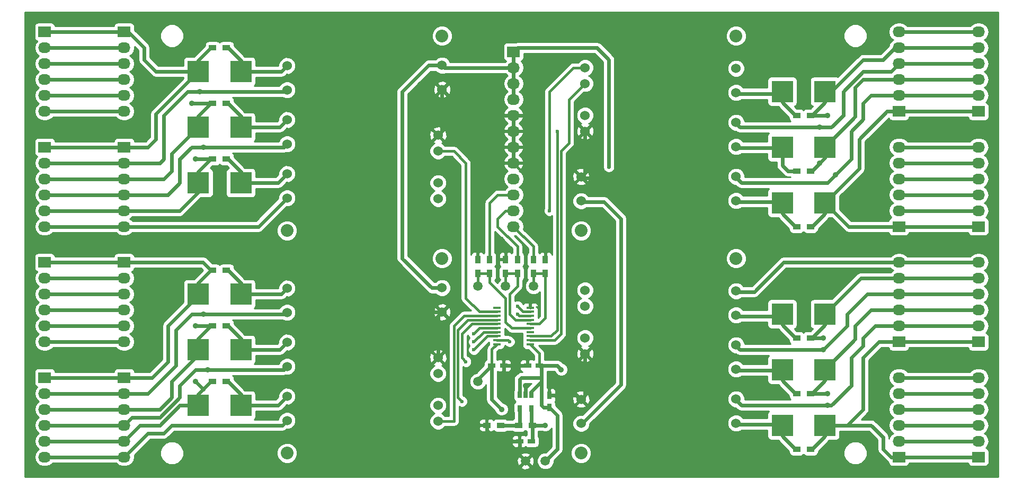
<source format=gbr>
G04 #@! TF.FileFunction,Copper,L1,Top,Signal*
%FSLAX46Y46*%
G04 Gerber Fmt 4.6, Leading zero omitted, Abs format (unit mm)*
G04 Created by KiCad (PCBNEW 4.0.2-stable) date Friday, June 24, 2016 'pmt' 01:13:37 pm*
%MOMM*%
G01*
G04 APERTURE LIST*
%ADD10C,0.100000*%
%ADD11R,3.500000X3.500000*%
%ADD12R,2.032000X1.727200*%
%ADD13O,2.032000X1.727200*%
%ADD14R,1.200000X0.750000*%
%ADD15R,0.750000X1.200000*%
%ADD16R,1.200000X0.900000*%
%ADD17R,0.650000X1.060000*%
%ADD18R,1.270000X0.406400*%
%ADD19C,1.500000*%
%ADD20R,0.900000X1.200000*%
%ADD21C,1.524000*%
%ADD22C,2.032000*%
%ADD23C,0.889000*%
%ADD24C,0.600000*%
%ADD25C,0.609600*%
%ADD26C,0.406400*%
%ADD27C,0.254000*%
G04 APERTURE END LIST*
D10*
D11*
X96748600Y-67310000D03*
X89941400Y-67310000D03*
X96748600Y-76200000D03*
X89941400Y-76200000D03*
X96748600Y-85090000D03*
X89941400Y-85090000D03*
X96748600Y-102870000D03*
X89941400Y-102870000D03*
X96748600Y-111760000D03*
X89941400Y-111760000D03*
X96748600Y-120650000D03*
X89941400Y-120650000D03*
X183286400Y-123825000D03*
X190093600Y-123825000D03*
X183286400Y-114935000D03*
X190093600Y-114935000D03*
X183286400Y-106045000D03*
X190093600Y-106045000D03*
X183286400Y-88265000D03*
X190093600Y-88265000D03*
X183286400Y-79375000D03*
X190093600Y-79375000D03*
X183286400Y-70485000D03*
X190093600Y-70485000D03*
D12*
X78105000Y-79375000D03*
D13*
X78105000Y-81915000D03*
X78105000Y-84455000D03*
X78105000Y-86995000D03*
X78105000Y-89535000D03*
X78105000Y-92075000D03*
D12*
X78105000Y-116205000D03*
D13*
X78105000Y-118745000D03*
X78105000Y-121285000D03*
X78105000Y-123825000D03*
X78105000Y-126365000D03*
X78105000Y-128905000D03*
D12*
X65405000Y-116205000D03*
D13*
X65405000Y-118745000D03*
X65405000Y-121285000D03*
X65405000Y-123825000D03*
X65405000Y-126365000D03*
X65405000Y-128905000D03*
D12*
X78105000Y-97790000D03*
D13*
X78105000Y-100330000D03*
X78105000Y-102870000D03*
X78105000Y-105410000D03*
X78105000Y-107950000D03*
X78105000Y-110490000D03*
D12*
X65405000Y-97790000D03*
D13*
X65405000Y-100330000D03*
X65405000Y-102870000D03*
X65405000Y-105410000D03*
X65405000Y-107950000D03*
X65405000Y-110490000D03*
D12*
X214630000Y-128905000D03*
D13*
X214630000Y-126365000D03*
X214630000Y-123825000D03*
X214630000Y-121285000D03*
X214630000Y-118745000D03*
X214630000Y-116205000D03*
D12*
X201930000Y-128905000D03*
D13*
X201930000Y-126365000D03*
X201930000Y-123825000D03*
X201930000Y-121285000D03*
X201930000Y-118745000D03*
X201930000Y-116205000D03*
D12*
X201930000Y-110490000D03*
D13*
X201930000Y-107950000D03*
X201930000Y-105410000D03*
X201930000Y-102870000D03*
X201930000Y-100330000D03*
X201930000Y-97790000D03*
D12*
X214630000Y-110490000D03*
D13*
X214630000Y-107950000D03*
X214630000Y-105410000D03*
X214630000Y-102870000D03*
X214630000Y-100330000D03*
X214630000Y-97790000D03*
D12*
X214630000Y-92075000D03*
D13*
X214630000Y-89535000D03*
X214630000Y-86995000D03*
X214630000Y-84455000D03*
X214630000Y-81915000D03*
X214630000Y-79375000D03*
D12*
X201930000Y-92075000D03*
D13*
X201930000Y-89535000D03*
X201930000Y-86995000D03*
X201930000Y-84455000D03*
X201930000Y-81915000D03*
X201930000Y-79375000D03*
D12*
X201930000Y-73660000D03*
D13*
X201930000Y-71120000D03*
X201930000Y-68580000D03*
X201930000Y-66040000D03*
X201930000Y-63500000D03*
X201930000Y-60960000D03*
D12*
X214630000Y-73660000D03*
D13*
X214630000Y-71120000D03*
X214630000Y-68580000D03*
X214630000Y-66040000D03*
X214630000Y-63500000D03*
X214630000Y-60960000D03*
D12*
X65405000Y-79375000D03*
D13*
X65405000Y-81915000D03*
X65405000Y-84455000D03*
X65405000Y-86995000D03*
X65405000Y-89535000D03*
X65405000Y-92075000D03*
D12*
X78105000Y-60960000D03*
D13*
X78105000Y-63500000D03*
X78105000Y-66040000D03*
X78105000Y-68580000D03*
X78105000Y-71120000D03*
X78105000Y-73660000D03*
D12*
X65405000Y-60960000D03*
D13*
X65405000Y-63500000D03*
X65405000Y-66040000D03*
X65405000Y-68580000D03*
X65405000Y-71120000D03*
X65405000Y-73660000D03*
D14*
X143190000Y-126365000D03*
X141290000Y-126365000D03*
D15*
X146050000Y-120965000D03*
X146050000Y-119065000D03*
D14*
X136845000Y-114300000D03*
X138745000Y-114300000D03*
X144460000Y-114300000D03*
X142560000Y-114300000D03*
D12*
X140335000Y-64135000D03*
D13*
X140335000Y-66675000D03*
X140335000Y-69215000D03*
X140335000Y-71755000D03*
X140335000Y-74295000D03*
X140335000Y-76835000D03*
X140335000Y-79375000D03*
X140335000Y-81915000D03*
X140335000Y-84455000D03*
X140335000Y-86995000D03*
X140335000Y-89535000D03*
X140335000Y-92075000D03*
D16*
X143340000Y-123825000D03*
X141140000Y-123825000D03*
X138260000Y-123825000D03*
X136060000Y-123825000D03*
D17*
X143190000Y-118915000D03*
X142240000Y-118915000D03*
X141290000Y-118915000D03*
X141290000Y-121115000D03*
X143190000Y-121115000D03*
D18*
X137668000Y-105029000D03*
X137668000Y-105664000D03*
X137668000Y-106324400D03*
X137668000Y-106984800D03*
X137668000Y-107619800D03*
X137668000Y-108280200D03*
X137668000Y-108940600D03*
X137668000Y-109575600D03*
X137668000Y-110236000D03*
X137668000Y-110871000D03*
X143002000Y-110871000D03*
X143002000Y-110236000D03*
X143002000Y-109575600D03*
X143002000Y-108940600D03*
X143002000Y-108280200D03*
X143002000Y-107619800D03*
X143002000Y-106984800D03*
X143002000Y-106324400D03*
X143002000Y-105664000D03*
X143002000Y-105029000D03*
D19*
X145415000Y-129540000D03*
X134620000Y-116840000D03*
X142240000Y-129540000D03*
D20*
X143510000Y-99525000D03*
X143510000Y-97325000D03*
X136525000Y-99525000D03*
X136525000Y-97325000D03*
X140970000Y-99525000D03*
X140970000Y-97325000D03*
X145415000Y-99525000D03*
X145415000Y-97325000D03*
X134620000Y-99525000D03*
X134620000Y-97325000D03*
X139065000Y-99525000D03*
X139065000Y-97325000D03*
D16*
X92245000Y-63500000D03*
X94445000Y-63500000D03*
X92245000Y-72390000D03*
X94445000Y-72390000D03*
X92245000Y-81280000D03*
X94445000Y-81280000D03*
X92245000Y-99060000D03*
X94445000Y-99060000D03*
X92245000Y-107950000D03*
X94445000Y-107950000D03*
X92245000Y-116840000D03*
X94445000Y-116840000D03*
X187790000Y-127635000D03*
X185590000Y-127635000D03*
X187790000Y-118745000D03*
X185590000Y-118745000D03*
X187790000Y-109855000D03*
X185590000Y-109855000D03*
X187790000Y-92075000D03*
X185590000Y-92075000D03*
X187790000Y-83185000D03*
X185590000Y-83185000D03*
X187790000Y-74295000D03*
X185590000Y-74295000D03*
D19*
X143510000Y-101600000D03*
X134620000Y-101600000D03*
X139065000Y-101600000D03*
D21*
X128270000Y-87630000D03*
X128270000Y-85090000D03*
X128270000Y-80010000D03*
X128270000Y-77470000D03*
X128905000Y-70180200D03*
X128905000Y-66319400D03*
D22*
X128905000Y-61595000D03*
X104140000Y-92710000D03*
D21*
X104140000Y-66370200D03*
X104140000Y-70231000D03*
X104140000Y-75006200D03*
X104140000Y-78867000D03*
X104140000Y-83642200D03*
X104140000Y-87503000D03*
X151765000Y-66675000D03*
X151765000Y-69215000D03*
X151765000Y-74295000D03*
X151765000Y-76835000D03*
X151130000Y-84124800D03*
X151130000Y-87985600D03*
D22*
X151130000Y-92710000D03*
X175895000Y-61595000D03*
D21*
X175895000Y-87934800D03*
X175895000Y-84074000D03*
X175895000Y-79298800D03*
X175895000Y-75438000D03*
X175895000Y-70662800D03*
X175895000Y-66802000D03*
X151765000Y-102235000D03*
X151765000Y-104775000D03*
X151765000Y-109855000D03*
X151765000Y-112395000D03*
X151130000Y-119684800D03*
X151130000Y-123545600D03*
D22*
X151130000Y-128270000D03*
X175895000Y-97155000D03*
D21*
X175895000Y-123494800D03*
X175895000Y-119634000D03*
X175895000Y-114858800D03*
X175895000Y-110998000D03*
X175895000Y-106222800D03*
X175895000Y-102362000D03*
X128270000Y-123190000D03*
X128270000Y-120650000D03*
X128270000Y-115570000D03*
X128270000Y-113030000D03*
X128905000Y-105740200D03*
X128905000Y-101879400D03*
D22*
X128905000Y-97155000D03*
X104140000Y-128270000D03*
D21*
X104140000Y-101930200D03*
X104140000Y-105791000D03*
X104140000Y-110566200D03*
X104140000Y-114427000D03*
X104140000Y-119202200D03*
X104140000Y-123063000D03*
D23*
X88900000Y-72390000D03*
X89535000Y-81280000D03*
X89535000Y-107950000D03*
X89535000Y-116840000D03*
X190500000Y-118745000D03*
X189865000Y-109855000D03*
X189270000Y-81955000D03*
X190500000Y-74295000D03*
D24*
X155575000Y-82550000D03*
D23*
X120650000Y-71120000D03*
D24*
X138430000Y-93980000D03*
X133985000Y-93345000D03*
X142240000Y-103505000D03*
D23*
X139065000Y-117475000D03*
X142240000Y-117475000D03*
X159385000Y-113665000D03*
X190500000Y-120650000D03*
X189865000Y-111760000D03*
X90170000Y-70485000D03*
X90805000Y-79375000D03*
X90805000Y-106045000D03*
X145415000Y-123825000D03*
X138430000Y-121285000D03*
X147955000Y-114935000D03*
X91440000Y-114935000D03*
X191770000Y-83820000D03*
X189230000Y-76200000D03*
D24*
X140970000Y-104775000D03*
X140970000Y-106045000D03*
X132715000Y-113665000D03*
X132080000Y-120015000D03*
X133985000Y-111760000D03*
X133985000Y-110490000D03*
X133985000Y-109220000D03*
X146050000Y-89535000D03*
X139700000Y-110490000D03*
X147320000Y-76835000D03*
D25*
X96748600Y-67310000D02*
X103200200Y-67310000D01*
X103200200Y-67310000D02*
X104140000Y-66370200D01*
X96748600Y-65553600D02*
X94695000Y-63500000D01*
X96748600Y-67310000D02*
X96748600Y-65553600D01*
X96926400Y-67487800D02*
X96748600Y-67310000D01*
X78105000Y-60960000D02*
X78740000Y-60960000D01*
X78740000Y-60960000D02*
X81280000Y-63500000D01*
X83185000Y-67310000D02*
X89941400Y-67310000D01*
X81280000Y-65405000D02*
X83185000Y-67310000D01*
X81280000Y-63500000D02*
X81280000Y-65405000D01*
X78105000Y-79375000D02*
X81915000Y-79375000D01*
X83185000Y-74066400D02*
X89941400Y-67310000D01*
X83185000Y-78105000D02*
X83185000Y-74066400D01*
X81915000Y-79375000D02*
X83185000Y-78105000D01*
X89941400Y-67310000D02*
X89941400Y-65553600D01*
X89941400Y-65553600D02*
X91995000Y-63500000D01*
X65405000Y-79375000D02*
X78105000Y-79375000D01*
X78105000Y-60960000D02*
X65405000Y-60960000D01*
X89535000Y-67310000D02*
X89941400Y-67310000D01*
X96748600Y-76200000D02*
X102946200Y-76200000D01*
X102946200Y-76200000D02*
X104140000Y-75006200D01*
X96748600Y-76200000D02*
X96748600Y-74443600D01*
X96748600Y-74443600D02*
X94695000Y-72390000D01*
X96824800Y-76123800D02*
X96748600Y-76200000D01*
X91995000Y-72390000D02*
X88900000Y-72390000D01*
X78105000Y-84455000D02*
X84455000Y-84455000D01*
X85725000Y-80416400D02*
X85725000Y-83185000D01*
X85725000Y-80416400D02*
X89941400Y-76200000D01*
X84455000Y-84455000D02*
X85725000Y-83185000D01*
X89941400Y-76200000D02*
X89941400Y-74443600D01*
X89941400Y-74443600D02*
X91995000Y-72390000D01*
X65405000Y-66040000D02*
X78105000Y-66040000D01*
X65405000Y-84455000D02*
X78105000Y-84455000D01*
X96748600Y-85090000D02*
X102692200Y-85090000D01*
X102692200Y-85090000D02*
X104140000Y-83642200D01*
X96748600Y-85090000D02*
X96748600Y-83333600D01*
X96748600Y-83333600D02*
X94695000Y-81280000D01*
X97078800Y-84759800D02*
X96748600Y-85090000D01*
X89535000Y-81280000D02*
X91995000Y-81280000D01*
X89941400Y-85090000D02*
X89941400Y-86588600D01*
X89941400Y-86588600D02*
X86995000Y-89535000D01*
X86995000Y-89535000D02*
X78105000Y-89535000D01*
X89941400Y-85090000D02*
X89941400Y-83333600D01*
X89941400Y-83333600D02*
X91995000Y-81280000D01*
X65405000Y-89535000D02*
X78105000Y-89535000D01*
X65405000Y-71120000D02*
X78105000Y-71120000D01*
X96748600Y-102870000D02*
X103200200Y-102870000D01*
X103200200Y-102870000D02*
X104140000Y-101930200D01*
X96926400Y-103047800D02*
X96748600Y-102870000D01*
X96748600Y-102870000D02*
X96748600Y-101113600D01*
X96748600Y-101113600D02*
X94695000Y-99060000D01*
X78105000Y-97790000D02*
X90725000Y-97790000D01*
X90725000Y-97790000D02*
X91995000Y-99060000D01*
X78105000Y-116205000D02*
X82550000Y-116205000D01*
X85090000Y-107950000D02*
X85090000Y-113665000D01*
X85090000Y-113665000D02*
X82550000Y-116205000D01*
X85090000Y-107950000D02*
X89941400Y-103098600D01*
X89941400Y-102870000D02*
X89941400Y-103098600D01*
X78105000Y-116205000D02*
X65405000Y-116205000D01*
X65405000Y-97790000D02*
X78105000Y-97790000D01*
X89941400Y-102870000D02*
X89941400Y-101113600D01*
X89941400Y-101113600D02*
X91995000Y-99060000D01*
X96748600Y-111760000D02*
X102946200Y-111760000D01*
X102946200Y-111760000D02*
X104140000Y-110566200D01*
X96748600Y-111760000D02*
X96748600Y-110003600D01*
X96748600Y-110003600D02*
X94695000Y-107950000D01*
X89535000Y-107950000D02*
X91995000Y-107950000D01*
X78105000Y-121285000D02*
X83820000Y-121285000D01*
X85725000Y-116840000D02*
X85725000Y-119380000D01*
X85725000Y-119380000D02*
X83820000Y-121285000D01*
X85725000Y-116840000D02*
X89941400Y-112623600D01*
X78105000Y-121285000D02*
X65405000Y-121285000D01*
X89941400Y-111760000D02*
X89941400Y-112623600D01*
X65405000Y-102870000D02*
X78105000Y-102870000D01*
X89941400Y-111760000D02*
X89941400Y-110003600D01*
X89941400Y-110003600D02*
X91995000Y-107950000D01*
X96748600Y-120650000D02*
X102692200Y-120650000D01*
X102692200Y-120650000D02*
X104140000Y-119202200D01*
X96748600Y-120650000D02*
X96748600Y-118893600D01*
X96748600Y-118893600D02*
X94695000Y-116840000D01*
X89941400Y-120650000D02*
X86995000Y-120650000D01*
X80645000Y-123825000D02*
X78105000Y-126365000D01*
X83820000Y-123825000D02*
X80645000Y-123825000D01*
X86995000Y-120650000D02*
X83820000Y-123825000D01*
X90805000Y-118110000D02*
X90805000Y-118030000D01*
X89535000Y-116840000D02*
X90805000Y-118110000D01*
X78105000Y-126365000D02*
X65405000Y-126365000D01*
X65405000Y-107950000D02*
X78105000Y-107950000D01*
X89941400Y-120650000D02*
X89941400Y-118893600D01*
X89941400Y-118893600D02*
X90805000Y-118030000D01*
X90805000Y-118030000D02*
X91995000Y-116840000D01*
X183286400Y-123825000D02*
X183286400Y-125581400D01*
X183286400Y-125581400D02*
X185340000Y-127635000D01*
X175895000Y-123647200D02*
X183108600Y-123647200D01*
X183108600Y-123647200D02*
X183286400Y-123825000D01*
X190093600Y-123825000D02*
X197485000Y-123825000D01*
X200660000Y-128905000D02*
X201930000Y-128905000D01*
X199390000Y-127635000D02*
X200660000Y-128905000D01*
X199390000Y-125730000D02*
X199390000Y-127635000D01*
X197485000Y-123825000D02*
X199390000Y-125730000D01*
X196215000Y-121285000D02*
X196215000Y-113030000D01*
X196215000Y-121285000D02*
X193675000Y-123825000D01*
X190093600Y-123825000D02*
X193675000Y-123825000D01*
X198755000Y-110490000D02*
X201930000Y-110490000D01*
X196215000Y-113030000D02*
X198755000Y-110490000D01*
X201930000Y-128905000D02*
X214630000Y-128905000D01*
X201930000Y-110490000D02*
X214630000Y-110490000D01*
X190093600Y-123825000D02*
X190093600Y-125581400D01*
X190093600Y-125581400D02*
X188040000Y-127635000D01*
X183286400Y-114935000D02*
X183286400Y-116691400D01*
X183286400Y-116691400D02*
X185340000Y-118745000D01*
X175895000Y-115011200D02*
X183210200Y-115011200D01*
X183210200Y-115011200D02*
X183286400Y-114935000D01*
X188040000Y-118745000D02*
X190500000Y-118745000D01*
X201930000Y-105410000D02*
X197485000Y-105410000D01*
X194945000Y-110083600D02*
X194945000Y-107950000D01*
X194945000Y-107950000D02*
X197485000Y-105410000D01*
X194945000Y-110083600D02*
X190093600Y-114935000D01*
X201930000Y-123825000D02*
X214630000Y-123825000D01*
X201930000Y-105410000D02*
X214630000Y-105410000D01*
X190093600Y-114935000D02*
X190093600Y-116691400D01*
X190093600Y-116691400D02*
X188040000Y-118745000D01*
X183286400Y-106045000D02*
X183286400Y-107801400D01*
X183286400Y-107801400D02*
X185340000Y-109855000D01*
X175895000Y-106375200D02*
X182956200Y-106375200D01*
X182956200Y-106375200D02*
X183286400Y-106045000D01*
X189865000Y-109855000D02*
X188040000Y-109855000D01*
X201930000Y-100330000D02*
X195808600Y-100330000D01*
X195808600Y-100330000D02*
X190093600Y-106045000D01*
X214630000Y-118745000D02*
X201930000Y-118745000D01*
X201930000Y-100330000D02*
X214630000Y-100330000D01*
X190093600Y-106045000D02*
X190093600Y-107801400D01*
X190093600Y-107801400D02*
X188040000Y-109855000D01*
X183286400Y-88265000D02*
X183286400Y-90021400D01*
X183286400Y-90021400D02*
X185340000Y-92075000D01*
X175895000Y-88087200D02*
X183108600Y-88087200D01*
X183108600Y-88087200D02*
X183286400Y-88265000D01*
X201930000Y-92075000D02*
X193903600Y-92075000D01*
X193903600Y-92075000D02*
X190093600Y-88265000D01*
X195580000Y-82778600D02*
X195580000Y-78105000D01*
X195580000Y-78105000D02*
X200025000Y-73660000D01*
X200025000Y-73660000D02*
X201930000Y-73660000D01*
X190093600Y-88265000D02*
X195580000Y-82778600D01*
X214630000Y-73660000D02*
X201930000Y-73660000D01*
X214630000Y-92075000D02*
X201930000Y-92075000D01*
X190093600Y-88265000D02*
X190093600Y-90021400D01*
X190093600Y-90021400D02*
X188040000Y-92075000D01*
X183286400Y-79375000D02*
X183286400Y-82321400D01*
X184150000Y-83185000D02*
X185590000Y-83185000D01*
X183286400Y-82321400D02*
X184150000Y-83185000D01*
X175895000Y-79451200D02*
X183210200Y-79451200D01*
X183210200Y-79451200D02*
X183286400Y-79375000D01*
X187790000Y-83185000D02*
X188040000Y-83185000D01*
X188040000Y-83185000D02*
X189270000Y-81955000D01*
X194945000Y-74523600D02*
X194945000Y-69850000D01*
X194945000Y-69850000D02*
X196215000Y-68580000D01*
X196215000Y-68580000D02*
X201930000Y-68580000D01*
X190093600Y-79375000D02*
X194945000Y-74523600D01*
X214630000Y-68580000D02*
X201930000Y-68580000D01*
X214630000Y-86995000D02*
X201930000Y-86995000D01*
X190093600Y-79375000D02*
X190093600Y-81131400D01*
X190093600Y-81131400D02*
X189270000Y-81955000D01*
X183286400Y-70485000D02*
X183286400Y-72241400D01*
X183286400Y-72241400D02*
X185340000Y-74295000D01*
X175895000Y-70815200D02*
X182956200Y-70815200D01*
X182956200Y-70815200D02*
X183286400Y-70485000D01*
X190093600Y-70485000D02*
X191135000Y-70485000D01*
X191135000Y-70485000D02*
X196215000Y-65405000D01*
X199390000Y-65405000D02*
X201295000Y-63500000D01*
X196215000Y-65405000D02*
X199390000Y-65405000D01*
X201295000Y-63500000D02*
X201930000Y-63500000D01*
X190500000Y-74295000D02*
X188040000Y-74295000D01*
X214630000Y-63500000D02*
X201930000Y-63500000D01*
X214630000Y-81915000D02*
X201930000Y-81915000D01*
X190093600Y-70485000D02*
X190093600Y-72241400D01*
X190093600Y-72241400D02*
X188040000Y-74295000D01*
X122555000Y-97155000D02*
X122555000Y-70485000D01*
X126720600Y-66319400D02*
X122555000Y-70485000D01*
X128905000Y-66319400D02*
X126720600Y-66319400D01*
X127279400Y-101879400D02*
X122555000Y-97155000D01*
X127279400Y-101879400D02*
X128905000Y-101879400D01*
X140335000Y-66675000D02*
X129260600Y-66675000D01*
X129260600Y-66675000D02*
X128905000Y-66319400D01*
X153670000Y-63500000D02*
X140970000Y-63500000D01*
X155575000Y-65405000D02*
X153670000Y-63500000D01*
X155575000Y-82550000D02*
X155575000Y-65405000D01*
X140970000Y-63500000D02*
X140335000Y-64135000D01*
X151130000Y-88138000D02*
X154813000Y-88138000D01*
X157480000Y-117348000D02*
X151130000Y-123698000D01*
X157480000Y-90805000D02*
X157480000Y-117348000D01*
X154813000Y-88138000D02*
X157480000Y-90805000D01*
X140335000Y-69215000D02*
X140335000Y-71755000D01*
X140335000Y-69215000D02*
X140335000Y-66675000D01*
X140335000Y-64135000D02*
X140335000Y-66675000D01*
X128905000Y-105740200D02*
X126695200Y-105740200D01*
X120650000Y-99695000D02*
X120650000Y-71120000D01*
X126695200Y-105740200D02*
X120650000Y-99695000D01*
X128270000Y-113030000D02*
X128270000Y-106375200D01*
X128270000Y-106375200D02*
X128905000Y-105740200D01*
X125095000Y-124460000D02*
X125095000Y-116205000D01*
X127000000Y-126365000D02*
X125095000Y-124460000D01*
X137795000Y-126365000D02*
X127000000Y-126365000D01*
X125095000Y-116205000D02*
X128270000Y-113030000D01*
X140335000Y-74295000D02*
X130175000Y-74295000D01*
X130175000Y-74295000D02*
X128905000Y-73025000D01*
X128905000Y-70180200D02*
X128905000Y-73025000D01*
X128905000Y-73025000D02*
X128905000Y-76835000D01*
X128905000Y-76835000D02*
X128270000Y-77470000D01*
X151765000Y-76835000D02*
X151765000Y-83489800D01*
X151765000Y-83489800D02*
X151130000Y-84124800D01*
X154305000Y-66675000D02*
X154305000Y-80949800D01*
X154305000Y-66675000D02*
X152400000Y-64770000D01*
X152400000Y-64770000D02*
X149860000Y-64770000D01*
X149860000Y-64770000D02*
X143510000Y-71120000D01*
X140335000Y-74295000D02*
X142240000Y-74295000D01*
X143510000Y-71120000D02*
X143510000Y-73025000D01*
X143510000Y-73025000D02*
X142240000Y-74295000D01*
X154305000Y-80949800D02*
X151130000Y-84124800D01*
X151765000Y-112395000D02*
X151765000Y-119049800D01*
X151765000Y-119049800D02*
X151130000Y-119684800D01*
D26*
X145415000Y-97325000D02*
X145415000Y-93980000D01*
X144780000Y-86360000D02*
X140335000Y-81915000D01*
X144780000Y-93345000D02*
X144780000Y-86360000D01*
X145415000Y-93980000D02*
X144780000Y-93345000D01*
X139065000Y-97325000D02*
X139065000Y-94615000D01*
X139065000Y-94615000D02*
X138430000Y-93980000D01*
X134620000Y-97325000D02*
X134620000Y-93980000D01*
X134620000Y-93980000D02*
X133985000Y-93345000D01*
X143002000Y-105029000D02*
X143002000Y-104267000D01*
X143002000Y-104267000D02*
X142240000Y-103505000D01*
D25*
X146050000Y-119065000D02*
X150357800Y-119065000D01*
X150357800Y-119065000D02*
X151130000Y-119837200D01*
X141290000Y-126365000D02*
X141290000Y-128590000D01*
X141290000Y-128590000D02*
X142240000Y-129540000D01*
X138745000Y-117155000D02*
X138745000Y-114300000D01*
X139065000Y-117475000D02*
X138745000Y-117155000D01*
X138745000Y-114300000D02*
X142560000Y-114300000D01*
D26*
X142560000Y-114300000D02*
X138745000Y-114300000D01*
D25*
X142240000Y-118915000D02*
X142240000Y-117475000D01*
X136060000Y-123825000D02*
X136060000Y-124630000D01*
X137795000Y-126365000D02*
X141290000Y-126365000D01*
X136060000Y-124630000D02*
X137795000Y-126365000D01*
X136060000Y-123825000D02*
X136060000Y-123995000D01*
X154127200Y-84277200D02*
X151130000Y-84277200D01*
X159385000Y-89535000D02*
X154127200Y-84277200D01*
X159385000Y-113665000D02*
X159385000Y-89535000D01*
X140792200Y-79832200D02*
X140335000Y-79375000D01*
X140335000Y-79375000D02*
X140335000Y-81915000D01*
X140335000Y-76835000D02*
X140335000Y-79375000D01*
X140335000Y-74295000D02*
X140335000Y-76835000D01*
X150952200Y-84455000D02*
X151130000Y-84277200D01*
X150952200Y-120015000D02*
X151130000Y-119837200D01*
X201930000Y-107950000D02*
X198120000Y-107950000D01*
X198120000Y-107950000D02*
X196215000Y-109855000D01*
X196215000Y-111125000D02*
X196215000Y-109855000D01*
X194310000Y-113030000D02*
X196215000Y-111125000D01*
X194310000Y-117475000D02*
X194310000Y-113030000D01*
X191135000Y-120650000D02*
X194310000Y-117475000D01*
X190500000Y-120650000D02*
X191135000Y-120650000D01*
X176758600Y-120650000D02*
X190500000Y-120650000D01*
X176758600Y-120650000D02*
X175895000Y-119786400D01*
X201930000Y-107950000D02*
X214630000Y-107950000D01*
X214630000Y-126365000D02*
X201930000Y-126365000D01*
X201930000Y-102870000D02*
X196850000Y-102870000D01*
X196850000Y-102870000D02*
X193675000Y-106045000D01*
X193675000Y-107950000D02*
X193675000Y-106045000D01*
X189865000Y-111760000D02*
X193675000Y-107950000D01*
X176504600Y-111760000D02*
X189865000Y-111760000D01*
X176504600Y-111760000D02*
X175895000Y-111150400D01*
X201930000Y-102870000D02*
X214630000Y-102870000D01*
X214630000Y-121285000D02*
X201930000Y-121285000D01*
X175895000Y-102514400D02*
X178790600Y-102514400D01*
X178790600Y-102514400D02*
X183515000Y-97790000D01*
X183515000Y-97790000D02*
X201930000Y-97790000D01*
X214630000Y-97790000D02*
X201930000Y-97790000D01*
X214630000Y-116205000D02*
X201930000Y-116205000D01*
X90805000Y-70485000D02*
X103886000Y-70485000D01*
X103886000Y-70485000D02*
X104140000Y-70231000D01*
X90170000Y-70485000D02*
X90805000Y-70485000D01*
X78105000Y-81915000D02*
X83820000Y-81915000D01*
X90805000Y-70485000D02*
X88265000Y-70485000D01*
X88265000Y-70485000D02*
X84455000Y-74295000D01*
X84455000Y-74295000D02*
X84455000Y-81280000D01*
X83820000Y-81915000D02*
X84455000Y-81280000D01*
X65405000Y-63500000D02*
X78105000Y-63500000D01*
X65405000Y-81915000D02*
X78105000Y-81915000D01*
X90805000Y-79375000D02*
X103632000Y-79375000D01*
X103632000Y-79375000D02*
X104140000Y-78867000D01*
X78105000Y-86995000D02*
X85090000Y-86995000D01*
X85090000Y-86995000D02*
X86995000Y-85090000D01*
X86995000Y-81280000D02*
X86995000Y-85090000D01*
X88900000Y-79375000D02*
X86995000Y-81280000D01*
X90805000Y-79375000D02*
X88900000Y-79375000D01*
X78105000Y-86995000D02*
X65405000Y-86995000D01*
X78105000Y-68580000D02*
X65405000Y-68580000D01*
X78105000Y-92075000D02*
X99568000Y-92075000D01*
X99568000Y-92075000D02*
X104140000Y-87503000D01*
X78105000Y-92075000D02*
X65405000Y-92075000D01*
X78105000Y-73660000D02*
X65405000Y-73660000D01*
X90805000Y-106045000D02*
X103886000Y-106045000D01*
X103886000Y-106045000D02*
X104140000Y-105791000D01*
X78105000Y-118745000D02*
X81915000Y-118745000D01*
X81915000Y-118745000D02*
X86360000Y-114300000D01*
X86360000Y-108585000D02*
X86360000Y-114300000D01*
X88900000Y-106045000D02*
X86360000Y-108585000D01*
X90805000Y-106045000D02*
X88900000Y-106045000D01*
X78105000Y-118745000D02*
X65405000Y-118745000D01*
X78105000Y-100330000D02*
X65405000Y-100330000D01*
X138430000Y-121285000D02*
X136845000Y-119700000D01*
X134620000Y-116840000D02*
X134620000Y-116525000D01*
X134620000Y-116525000D02*
X136845000Y-114300000D01*
X143340000Y-123825000D02*
X145415000Y-123825000D01*
X136845000Y-119700000D02*
X136845000Y-114300000D01*
D26*
X136845000Y-114300000D02*
X136845000Y-111694000D01*
X136845000Y-111694000D02*
X137668000Y-110871000D01*
D25*
X143340000Y-123825000D02*
X143340000Y-126215000D01*
X143340000Y-126215000D02*
X143190000Y-126365000D01*
X143190000Y-121115000D02*
X143190000Y-123675000D01*
X143190000Y-123675000D02*
X143340000Y-123825000D01*
X147320000Y-114300000D02*
X144460000Y-114300000D01*
X147955000Y-114935000D02*
X147320000Y-114300000D01*
X146050000Y-120965000D02*
X147320000Y-122235000D01*
X146050000Y-120965000D02*
X145095000Y-120965000D01*
X144780000Y-120650000D02*
X144780000Y-116840000D01*
X145095000Y-120965000D02*
X144780000Y-120650000D01*
X147320000Y-122235000D02*
X147320000Y-127635000D01*
X144780000Y-116840000D02*
X144780000Y-116205000D01*
X141605000Y-116205000D02*
X144780000Y-116205000D01*
X141290000Y-116520000D02*
X141605000Y-116205000D01*
X147320000Y-127635000D02*
X145415000Y-129540000D01*
X141290000Y-118915000D02*
X141290000Y-116520000D01*
X143190000Y-118915000D02*
X143190000Y-118430000D01*
X143190000Y-118430000D02*
X144780000Y-116840000D01*
X144780000Y-116205000D02*
X144780000Y-114620000D01*
X144780000Y-114620000D02*
X144460000Y-114300000D01*
D26*
X144460000Y-114300000D02*
X144460000Y-112329000D01*
X144460000Y-112329000D02*
X143002000Y-110871000D01*
X143510000Y-97325000D02*
X143510000Y-95250000D01*
X143510000Y-95250000D02*
X140335000Y-92075000D01*
X140970000Y-97325000D02*
X140970000Y-95250000D01*
X139065000Y-89535000D02*
X140335000Y-89535000D01*
X137795000Y-90805000D02*
X139065000Y-89535000D01*
X137795000Y-92075000D02*
X137795000Y-90805000D01*
X140970000Y-95250000D02*
X137795000Y-92075000D01*
X140970000Y-89535000D02*
X140335000Y-89535000D01*
X136525000Y-97325000D02*
X136525000Y-88265000D01*
X137795000Y-86995000D02*
X140335000Y-86995000D01*
X136525000Y-88265000D02*
X137795000Y-86995000D01*
X140970000Y-86995000D02*
X140335000Y-86995000D01*
D25*
X91440000Y-114935000D02*
X103632000Y-114935000D01*
X103632000Y-114935000D02*
X104140000Y-114427000D01*
X86995000Y-117475000D02*
X86995000Y-119380000D01*
X91440000Y-114935000D02*
X89535000Y-114935000D01*
X89535000Y-114935000D02*
X86995000Y-117475000D01*
X79375000Y-122555000D02*
X78105000Y-123825000D01*
X83820000Y-122555000D02*
X79375000Y-122555000D01*
X86995000Y-119380000D02*
X83820000Y-122555000D01*
X65405000Y-123825000D02*
X78105000Y-123825000D01*
X78105000Y-105410000D02*
X65405000Y-105410000D01*
X85725000Y-123825000D02*
X103378000Y-123825000D01*
X103378000Y-123825000D02*
X104140000Y-123063000D01*
X78105000Y-128905000D02*
X81915000Y-125095000D01*
X84455000Y-125095000D02*
X81915000Y-125095000D01*
X85725000Y-123825000D02*
X84455000Y-125095000D01*
X78105000Y-128905000D02*
X65405000Y-128905000D01*
X78105000Y-110490000D02*
X65405000Y-110490000D01*
X194310000Y-76835000D02*
X196215000Y-74930000D01*
X191770000Y-83820000D02*
X194310000Y-81280000D01*
X194310000Y-81280000D02*
X194310000Y-76835000D01*
X197485000Y-71120000D02*
X201930000Y-71120000D01*
X196215000Y-72390000D02*
X197485000Y-71120000D01*
X196215000Y-74930000D02*
X196215000Y-72390000D01*
X190500000Y-85090000D02*
X191770000Y-83820000D01*
X175895000Y-84226400D02*
X176758600Y-85090000D01*
X176758600Y-85090000D02*
X190500000Y-85090000D01*
X214630000Y-71120000D02*
X201930000Y-71120000D01*
X214630000Y-89535000D02*
X201930000Y-89535000D01*
X193040000Y-74295000D02*
X193040000Y-70485000D01*
X189230000Y-76200000D02*
X191135000Y-76200000D01*
X191135000Y-76200000D02*
X193040000Y-74295000D01*
X200660000Y-67310000D02*
X201930000Y-66040000D01*
X196215000Y-67310000D02*
X200660000Y-67310000D01*
X193040000Y-70485000D02*
X196215000Y-67310000D01*
X176504600Y-76200000D02*
X189230000Y-76200000D01*
X175895000Y-75590400D02*
X176504600Y-76200000D01*
X214630000Y-66040000D02*
X201930000Y-66040000D01*
X214630000Y-84455000D02*
X201930000Y-84455000D01*
X214630000Y-60960000D02*
X201930000Y-60960000D01*
X214630000Y-79375000D02*
X201930000Y-79375000D01*
X141140000Y-123825000D02*
X138260000Y-123825000D01*
X141290000Y-121115000D02*
X141290000Y-123675000D01*
X141290000Y-123675000D02*
X141140000Y-123825000D01*
D26*
X128270000Y-80010000D02*
X130810000Y-80010000D01*
X130810000Y-80010000D02*
X132715000Y-81915000D01*
X137668000Y-105664000D02*
X134874000Y-105664000D01*
X132715000Y-103505000D02*
X132715000Y-81915000D01*
X134874000Y-105664000D02*
X132715000Y-103505000D01*
X143002000Y-105664000D02*
X141859000Y-105664000D01*
X140970000Y-104775000D02*
X141859000Y-105664000D01*
X140970000Y-106045000D02*
X141249400Y-106324400D01*
X141249400Y-106324400D02*
X143002000Y-106324400D01*
X132080000Y-109220000D02*
X132080000Y-113030000D01*
X133680200Y-107619800D02*
X132080000Y-109220000D01*
X137668000Y-107619800D02*
X133680200Y-107619800D01*
X132080000Y-113030000D02*
X132715000Y-113665000D01*
X137668000Y-107591202D02*
X137668000Y-107619800D01*
X131445000Y-119380000D02*
X131445000Y-108585000D01*
X131445000Y-119380000D02*
X132080000Y-120015000D01*
X137668000Y-106984800D02*
X133045200Y-106984800D01*
X133045200Y-106984800D02*
X131445000Y-108585000D01*
X128270000Y-123190000D02*
X130810000Y-123190000D01*
X132435600Y-106324400D02*
X130810000Y-107950000D01*
X132435600Y-106324400D02*
X137668000Y-106324400D01*
X130810000Y-123190000D02*
X130810000Y-107950000D01*
X137668000Y-109575600D02*
X136169400Y-109575600D01*
X133985000Y-111760000D02*
X136169400Y-109575600D01*
X137668000Y-108940600D02*
X135534400Y-108940600D01*
X133985000Y-110490000D02*
X135534400Y-108940600D01*
X134924800Y-108280200D02*
X133985000Y-109220000D01*
X137668000Y-108280200D02*
X134924800Y-108280200D01*
X151765000Y-66675000D02*
X149860000Y-66675000D01*
X146050000Y-89535000D02*
X146050000Y-70485000D01*
X139446000Y-110236000D02*
X139700000Y-110490000D01*
X139446000Y-110236000D02*
X137668000Y-110236000D01*
X149860000Y-66675000D02*
X146050000Y-70485000D01*
X147955000Y-109220000D02*
X147955000Y-80010000D01*
X143002000Y-110236000D02*
X146939000Y-110236000D01*
X146939000Y-110236000D02*
X147955000Y-109220000D01*
X149225000Y-71755000D02*
X151765000Y-69215000D01*
X149225000Y-78740000D02*
X149225000Y-71755000D01*
X147955000Y-80010000D02*
X149225000Y-78740000D01*
X147320000Y-108585000D02*
X147320000Y-76835000D01*
X143002000Y-109575600D02*
X146329400Y-109575600D01*
X146329400Y-109575600D02*
X147320000Y-108585000D01*
X144475200Y-107619800D02*
X145415000Y-106680000D01*
X143510000Y-99525000D02*
X143510000Y-101600000D01*
X143002000Y-107619800D02*
X144475200Y-107619800D01*
X145415000Y-106680000D02*
X145415000Y-99525000D01*
X145415000Y-99525000D02*
X143510000Y-99525000D01*
X134620000Y-99525000D02*
X134620000Y-101600000D01*
X136525000Y-99525000D02*
X136525000Y-100965000D01*
X140030200Y-108280200D02*
X143002000Y-108280200D01*
X139065000Y-107315000D02*
X140030200Y-108280200D01*
X139065000Y-103505000D02*
X139065000Y-107315000D01*
X136525000Y-100965000D02*
X139065000Y-103505000D01*
X136525000Y-99525000D02*
X134620000Y-99525000D01*
X139065000Y-99525000D02*
X139065000Y-101600000D01*
X140970000Y-99525000D02*
X140970000Y-101600000D01*
X140639800Y-106984800D02*
X143002000Y-106984800D01*
X139700000Y-106045000D02*
X140639800Y-106984800D01*
X139700000Y-102870000D02*
X139700000Y-106045000D01*
X140970000Y-101600000D02*
X139700000Y-102870000D01*
X140970000Y-99525000D02*
X139065000Y-99525000D01*
X143002000Y-107013398D02*
X143002000Y-106984800D01*
D27*
G36*
X217755000Y-132030000D02*
X62280000Y-132030000D01*
X62280000Y-130511517D01*
X141448088Y-130511517D01*
X141516077Y-130752460D01*
X142035171Y-130937201D01*
X142585448Y-130909230D01*
X142963923Y-130752460D01*
X143031912Y-130511517D01*
X142240000Y-129719605D01*
X141448088Y-130511517D01*
X62280000Y-130511517D01*
X62280000Y-100330000D01*
X63721655Y-100330000D01*
X63835729Y-100903489D01*
X64160585Y-101389670D01*
X64475366Y-101600000D01*
X64160585Y-101810330D01*
X63835729Y-102296511D01*
X63721655Y-102870000D01*
X63835729Y-103443489D01*
X64160585Y-103929670D01*
X64475366Y-104140000D01*
X64160585Y-104350330D01*
X63835729Y-104836511D01*
X63721655Y-105410000D01*
X63835729Y-105983489D01*
X64160585Y-106469670D01*
X64475366Y-106680000D01*
X64160585Y-106890330D01*
X63835729Y-107376511D01*
X63721655Y-107950000D01*
X63835729Y-108523489D01*
X64160585Y-109009670D01*
X64475366Y-109220000D01*
X64160585Y-109430330D01*
X63835729Y-109916511D01*
X63721655Y-110490000D01*
X63835729Y-111063489D01*
X64160585Y-111549670D01*
X64646766Y-111874526D01*
X65220255Y-111988600D01*
X65589745Y-111988600D01*
X66163234Y-111874526D01*
X66649415Y-111549670D01*
X66729510Y-111429800D01*
X76780490Y-111429800D01*
X76860585Y-111549670D01*
X77346766Y-111874526D01*
X77920255Y-111988600D01*
X78289745Y-111988600D01*
X78863234Y-111874526D01*
X79349415Y-111549670D01*
X79674271Y-111063489D01*
X79788345Y-110490000D01*
X79674271Y-109916511D01*
X79349415Y-109430330D01*
X79034634Y-109220000D01*
X79349415Y-109009670D01*
X79674271Y-108523489D01*
X79788345Y-107950000D01*
X79674271Y-107376511D01*
X79349415Y-106890330D01*
X79034634Y-106680000D01*
X79349415Y-106469670D01*
X79674271Y-105983489D01*
X79788345Y-105410000D01*
X79674271Y-104836511D01*
X79349415Y-104350330D01*
X79034634Y-104140000D01*
X79349415Y-103929670D01*
X79674271Y-103443489D01*
X79788345Y-102870000D01*
X79674271Y-102296511D01*
X79349415Y-101810330D01*
X79034634Y-101600000D01*
X79349415Y-101389670D01*
X79674271Y-100903489D01*
X79788345Y-100330000D01*
X79674271Y-99756511D01*
X79349415Y-99270330D01*
X79335087Y-99260757D01*
X79356317Y-99256762D01*
X79572441Y-99117690D01*
X79717431Y-98905490D01*
X79753009Y-98729800D01*
X90335722Y-98729800D01*
X90665922Y-99060000D01*
X89276861Y-100449061D01*
X89261159Y-100472560D01*
X88191400Y-100472560D01*
X87956083Y-100516838D01*
X87739959Y-100655910D01*
X87594969Y-100868110D01*
X87543960Y-101120000D01*
X87543960Y-104166962D01*
X84425461Y-107285461D01*
X84221738Y-107590354D01*
X84150200Y-107950000D01*
X84150200Y-113275722D01*
X82160722Y-115265200D01*
X79754102Y-115265200D01*
X79724162Y-115106083D01*
X79585090Y-114889959D01*
X79372890Y-114744969D01*
X79121000Y-114693960D01*
X77089000Y-114693960D01*
X76853683Y-114738238D01*
X76637559Y-114877310D01*
X76492569Y-115089510D01*
X76456991Y-115265200D01*
X67054102Y-115265200D01*
X67024162Y-115106083D01*
X66885090Y-114889959D01*
X66672890Y-114744969D01*
X66421000Y-114693960D01*
X64389000Y-114693960D01*
X64153683Y-114738238D01*
X63937559Y-114877310D01*
X63792569Y-115089510D01*
X63741560Y-115341400D01*
X63741560Y-117068600D01*
X63785838Y-117303917D01*
X63924910Y-117520041D01*
X64137110Y-117665031D01*
X64178439Y-117673400D01*
X64160585Y-117685330D01*
X63835729Y-118171511D01*
X63721655Y-118745000D01*
X63835729Y-119318489D01*
X64160585Y-119804670D01*
X64475366Y-120015000D01*
X64160585Y-120225330D01*
X63835729Y-120711511D01*
X63721655Y-121285000D01*
X63835729Y-121858489D01*
X64160585Y-122344670D01*
X64475366Y-122555000D01*
X64160585Y-122765330D01*
X63835729Y-123251511D01*
X63721655Y-123825000D01*
X63835729Y-124398489D01*
X64160585Y-124884670D01*
X64475366Y-125095000D01*
X64160585Y-125305330D01*
X63835729Y-125791511D01*
X63721655Y-126365000D01*
X63835729Y-126938489D01*
X64160585Y-127424670D01*
X64475366Y-127635000D01*
X64160585Y-127845330D01*
X63835729Y-128331511D01*
X63721655Y-128905000D01*
X63835729Y-129478489D01*
X64160585Y-129964670D01*
X64646766Y-130289526D01*
X65220255Y-130403600D01*
X65589745Y-130403600D01*
X66163234Y-130289526D01*
X66649415Y-129964670D01*
X66729510Y-129844800D01*
X76780490Y-129844800D01*
X76860585Y-129964670D01*
X77346766Y-130289526D01*
X77920255Y-130403600D01*
X78289745Y-130403600D01*
X78863234Y-130289526D01*
X79349415Y-129964670D01*
X79674271Y-129478489D01*
X79788345Y-128905000D01*
X79736291Y-128643305D01*
X83839674Y-128643305D01*
X84126043Y-129336372D01*
X84655839Y-129867093D01*
X85348405Y-130154672D01*
X86098305Y-130155326D01*
X86791372Y-129868957D01*
X87322093Y-129339161D01*
X87609672Y-128646595D01*
X87609715Y-128596963D01*
X102488714Y-128596963D01*
X102739534Y-129203995D01*
X103203563Y-129668834D01*
X103810155Y-129920713D01*
X104466963Y-129921286D01*
X105073995Y-129670466D01*
X105409875Y-129335171D01*
X140842799Y-129335171D01*
X140870770Y-129885448D01*
X141027540Y-130263923D01*
X141268483Y-130331912D01*
X142060395Y-129540000D01*
X142419605Y-129540000D01*
X143211517Y-130331912D01*
X143452460Y-130263923D01*
X143637201Y-129744829D01*
X143609230Y-129194552D01*
X143452460Y-128816077D01*
X143211517Y-128748088D01*
X142419605Y-129540000D01*
X142060395Y-129540000D01*
X141268483Y-128748088D01*
X141027540Y-128816077D01*
X140842799Y-129335171D01*
X105409875Y-129335171D01*
X105538834Y-129206437D01*
X105790713Y-128599845D01*
X105790740Y-128568483D01*
X141448088Y-128568483D01*
X142240000Y-129360395D01*
X143031912Y-128568483D01*
X142963923Y-128327540D01*
X142444829Y-128142799D01*
X141894552Y-128170770D01*
X141516077Y-128327540D01*
X141448088Y-128568483D01*
X105790740Y-128568483D01*
X105791286Y-127943037D01*
X105540466Y-127336005D01*
X105076437Y-126871166D01*
X104545617Y-126650750D01*
X140055000Y-126650750D01*
X140055000Y-126866310D01*
X140151673Y-127099699D01*
X140330302Y-127278327D01*
X140563691Y-127375000D01*
X141004250Y-127375000D01*
X141163000Y-127216250D01*
X141163000Y-126492000D01*
X140213750Y-126492000D01*
X140055000Y-126650750D01*
X104545617Y-126650750D01*
X104469845Y-126619287D01*
X103813037Y-126618714D01*
X103206005Y-126869534D01*
X102741166Y-127333563D01*
X102489287Y-127940155D01*
X102488714Y-128596963D01*
X87609715Y-128596963D01*
X87610326Y-127896695D01*
X87323957Y-127203628D01*
X86794161Y-126672907D01*
X86101595Y-126385328D01*
X85351695Y-126384674D01*
X84658628Y-126671043D01*
X84127907Y-127200839D01*
X83840328Y-127893405D01*
X83839674Y-128643305D01*
X79736291Y-128643305D01*
X79729568Y-128609510D01*
X82304278Y-126034800D01*
X84455000Y-126034800D01*
X84814646Y-125963262D01*
X84963666Y-125863690D01*
X140055000Y-125863690D01*
X140055000Y-126079250D01*
X140213750Y-126238000D01*
X141163000Y-126238000D01*
X141163000Y-125513750D01*
X141004250Y-125355000D01*
X140563691Y-125355000D01*
X140330302Y-125451673D01*
X140151673Y-125630301D01*
X140055000Y-125863690D01*
X84963666Y-125863690D01*
X85119539Y-125759539D01*
X86114278Y-124764800D01*
X103378000Y-124764800D01*
X103737646Y-124693262D01*
X104042539Y-124489539D01*
X104072137Y-124459941D01*
X104416661Y-124460242D01*
X104930303Y-124248010D01*
X105323629Y-123855370D01*
X105536757Y-123342100D01*
X105537242Y-122786339D01*
X105325010Y-122272697D01*
X104932370Y-121879371D01*
X104419100Y-121666243D01*
X103863339Y-121665758D01*
X103349697Y-121877990D01*
X102956371Y-122270630D01*
X102743243Y-122783900D01*
X102743155Y-122885200D01*
X98917235Y-122885200D01*
X98950041Y-122864090D01*
X99095031Y-122651890D01*
X99146040Y-122400000D01*
X99146040Y-121589800D01*
X102692200Y-121589800D01*
X103051846Y-121518262D01*
X103356739Y-121314539D01*
X104072137Y-120599141D01*
X104416661Y-120599442D01*
X104930303Y-120387210D01*
X105323629Y-119994570D01*
X105536757Y-119481300D01*
X105537242Y-118925539D01*
X105325010Y-118411897D01*
X104932370Y-118018571D01*
X104419100Y-117805443D01*
X103863339Y-117804958D01*
X103349697Y-118017190D01*
X102956371Y-118409830D01*
X102743243Y-118923100D01*
X102742940Y-119270182D01*
X102302922Y-119710200D01*
X99146040Y-119710200D01*
X99146040Y-118900000D01*
X99101762Y-118664683D01*
X98962690Y-118448559D01*
X98750490Y-118303569D01*
X98498600Y-118252560D01*
X97428841Y-118252560D01*
X97413139Y-118229061D01*
X95692440Y-116508362D01*
X95692440Y-116390000D01*
X95648162Y-116154683D01*
X95509090Y-115938559D01*
X95415776Y-115874800D01*
X103632000Y-115874800D01*
X103773464Y-115846661D01*
X126872758Y-115846661D01*
X127084990Y-116360303D01*
X127477630Y-116753629D01*
X127990900Y-116966757D01*
X128546661Y-116967242D01*
X129060303Y-116755010D01*
X129453629Y-116362370D01*
X129666757Y-115849100D01*
X129667242Y-115293339D01*
X129455010Y-114779697D01*
X129062370Y-114386371D01*
X128870273Y-114306605D01*
X129001143Y-114252397D01*
X129070608Y-114010213D01*
X128270000Y-113209605D01*
X127469392Y-114010213D01*
X127538857Y-114252397D01*
X127679318Y-114302509D01*
X127479697Y-114384990D01*
X127086371Y-114777630D01*
X126873243Y-115290900D01*
X126872758Y-115846661D01*
X103773464Y-115846661D01*
X103888490Y-115823781D01*
X104416661Y-115824242D01*
X104930303Y-115612010D01*
X105323629Y-115219370D01*
X105536757Y-114706100D01*
X105537242Y-114150339D01*
X105325010Y-113636697D01*
X104932370Y-113243371D01*
X104419100Y-113030243D01*
X103863339Y-113029758D01*
X103349697Y-113241990D01*
X102956371Y-113634630D01*
X102806649Y-113995200D01*
X98917235Y-113995200D01*
X98950041Y-113974090D01*
X99095031Y-113761890D01*
X99146040Y-113510000D01*
X99146040Y-112822302D01*
X126860856Y-112822302D01*
X126888638Y-113377368D01*
X127047603Y-113761143D01*
X127289787Y-113830608D01*
X128090395Y-113030000D01*
X128449605Y-113030000D01*
X129250213Y-113830608D01*
X129492397Y-113761143D01*
X129679144Y-113237698D01*
X129651362Y-112682632D01*
X129492397Y-112298857D01*
X129250213Y-112229392D01*
X128449605Y-113030000D01*
X128090395Y-113030000D01*
X127289787Y-112229392D01*
X127047603Y-112298857D01*
X126860856Y-112822302D01*
X99146040Y-112822302D01*
X99146040Y-112699800D01*
X102946200Y-112699800D01*
X103305846Y-112628262D01*
X103610739Y-112424539D01*
X103985491Y-112049787D01*
X127469392Y-112049787D01*
X128270000Y-112850395D01*
X129070608Y-112049787D01*
X129001143Y-111807603D01*
X128477698Y-111620856D01*
X127922632Y-111648638D01*
X127538857Y-111807603D01*
X127469392Y-112049787D01*
X103985491Y-112049787D01*
X104072137Y-111963141D01*
X104416661Y-111963442D01*
X104930303Y-111751210D01*
X105323629Y-111358570D01*
X105536757Y-110845300D01*
X105537242Y-110289539D01*
X105325010Y-109775897D01*
X104932370Y-109382571D01*
X104419100Y-109169443D01*
X103863339Y-109168958D01*
X103349697Y-109381190D01*
X102956371Y-109773830D01*
X102743243Y-110287100D01*
X102742940Y-110634182D01*
X102556922Y-110820200D01*
X99146040Y-110820200D01*
X99146040Y-110010000D01*
X99101762Y-109774683D01*
X98962690Y-109558559D01*
X98750490Y-109413569D01*
X98498600Y-109362560D01*
X97428841Y-109362560D01*
X97413139Y-109339061D01*
X95692440Y-107618362D01*
X95692440Y-107500000D01*
X95648162Y-107264683D01*
X95509090Y-107048559D01*
X95415776Y-106984800D01*
X103372125Y-106984800D01*
X103860900Y-107187757D01*
X104416661Y-107188242D01*
X104930303Y-106976010D01*
X105186346Y-106720413D01*
X128104392Y-106720413D01*
X128173857Y-106962597D01*
X128697302Y-107149344D01*
X129252368Y-107121562D01*
X129636143Y-106962597D01*
X129705608Y-106720413D01*
X128905000Y-105919805D01*
X128104392Y-106720413D01*
X105186346Y-106720413D01*
X105323629Y-106583370D01*
X105536757Y-106070100D01*
X105537226Y-105532502D01*
X127495856Y-105532502D01*
X127523638Y-106087568D01*
X127682603Y-106471343D01*
X127924787Y-106540808D01*
X128725395Y-105740200D01*
X129084605Y-105740200D01*
X129885213Y-106540808D01*
X130127397Y-106471343D01*
X130314144Y-105947898D01*
X130286362Y-105392832D01*
X130127397Y-105009057D01*
X129885213Y-104939592D01*
X129084605Y-105740200D01*
X128725395Y-105740200D01*
X127924787Y-104939592D01*
X127682603Y-105009057D01*
X127495856Y-105532502D01*
X105537226Y-105532502D01*
X105537242Y-105514339D01*
X105325010Y-105000697D01*
X105084720Y-104759987D01*
X128104392Y-104759987D01*
X128905000Y-105560595D01*
X129705608Y-104759987D01*
X129636143Y-104517803D01*
X129112698Y-104331056D01*
X128557632Y-104358838D01*
X128173857Y-104517803D01*
X128104392Y-104759987D01*
X105084720Y-104759987D01*
X104932370Y-104607371D01*
X104419100Y-104394243D01*
X103863339Y-104393758D01*
X103349697Y-104605990D01*
X102956371Y-104998630D01*
X102912119Y-105105200D01*
X98917235Y-105105200D01*
X98950041Y-105084090D01*
X99095031Y-104871890D01*
X99146040Y-104620000D01*
X99146040Y-103809800D01*
X103200200Y-103809800D01*
X103559846Y-103738262D01*
X103864739Y-103534539D01*
X104072137Y-103327141D01*
X104416661Y-103327442D01*
X104930303Y-103115210D01*
X105323629Y-102722570D01*
X105536757Y-102209300D01*
X105537242Y-101653539D01*
X105325010Y-101139897D01*
X104932370Y-100746571D01*
X104419100Y-100533443D01*
X103863339Y-100532958D01*
X103349697Y-100745190D01*
X102956371Y-101137830D01*
X102743243Y-101651100D01*
X102742999Y-101930200D01*
X99146040Y-101930200D01*
X99146040Y-101120000D01*
X99101762Y-100884683D01*
X98962690Y-100668559D01*
X98750490Y-100523569D01*
X98498600Y-100472560D01*
X97428841Y-100472560D01*
X97413139Y-100449061D01*
X95692440Y-98728362D01*
X95692440Y-98610000D01*
X95648162Y-98374683D01*
X95509090Y-98158559D01*
X95296890Y-98013569D01*
X95045000Y-97962560D01*
X93845000Y-97962560D01*
X93609683Y-98006838D01*
X93393559Y-98145910D01*
X93345866Y-98215711D01*
X93309090Y-98158559D01*
X93096890Y-98013569D01*
X92845000Y-97962560D01*
X92226638Y-97962560D01*
X91389539Y-97125461D01*
X91084646Y-96921738D01*
X90725000Y-96850200D01*
X79754102Y-96850200D01*
X79724162Y-96691083D01*
X79585090Y-96474959D01*
X79372890Y-96329969D01*
X79121000Y-96278960D01*
X77089000Y-96278960D01*
X76853683Y-96323238D01*
X76637559Y-96462310D01*
X76492569Y-96674510D01*
X76456991Y-96850200D01*
X67054102Y-96850200D01*
X67024162Y-96691083D01*
X66885090Y-96474959D01*
X66672890Y-96329969D01*
X66421000Y-96278960D01*
X64389000Y-96278960D01*
X64153683Y-96323238D01*
X63937559Y-96462310D01*
X63792569Y-96674510D01*
X63741560Y-96926400D01*
X63741560Y-98653600D01*
X63785838Y-98888917D01*
X63924910Y-99105041D01*
X64137110Y-99250031D01*
X64178439Y-99258400D01*
X64160585Y-99270330D01*
X63835729Y-99756511D01*
X63721655Y-100330000D01*
X62280000Y-100330000D01*
X62280000Y-63500000D01*
X63721655Y-63500000D01*
X63835729Y-64073489D01*
X64160585Y-64559670D01*
X64475366Y-64770000D01*
X64160585Y-64980330D01*
X63835729Y-65466511D01*
X63721655Y-66040000D01*
X63835729Y-66613489D01*
X64160585Y-67099670D01*
X64475366Y-67310000D01*
X64160585Y-67520330D01*
X63835729Y-68006511D01*
X63721655Y-68580000D01*
X63835729Y-69153489D01*
X64160585Y-69639670D01*
X64475366Y-69850000D01*
X64160585Y-70060330D01*
X63835729Y-70546511D01*
X63721655Y-71120000D01*
X63835729Y-71693489D01*
X64160585Y-72179670D01*
X64475366Y-72390000D01*
X64160585Y-72600330D01*
X63835729Y-73086511D01*
X63721655Y-73660000D01*
X63835729Y-74233489D01*
X64160585Y-74719670D01*
X64646766Y-75044526D01*
X65220255Y-75158600D01*
X65589745Y-75158600D01*
X66163234Y-75044526D01*
X66649415Y-74719670D01*
X66729510Y-74599800D01*
X76780490Y-74599800D01*
X76860585Y-74719670D01*
X77346766Y-75044526D01*
X77920255Y-75158600D01*
X78289745Y-75158600D01*
X78863234Y-75044526D01*
X79349415Y-74719670D01*
X79674271Y-74233489D01*
X79788345Y-73660000D01*
X79674271Y-73086511D01*
X79349415Y-72600330D01*
X79034634Y-72390000D01*
X79349415Y-72179670D01*
X79674271Y-71693489D01*
X79788345Y-71120000D01*
X79674271Y-70546511D01*
X79349415Y-70060330D01*
X79034634Y-69850000D01*
X79349415Y-69639670D01*
X79674271Y-69153489D01*
X79788345Y-68580000D01*
X79674271Y-68006511D01*
X79349415Y-67520330D01*
X79034634Y-67310000D01*
X79349415Y-67099670D01*
X79674271Y-66613489D01*
X79788345Y-66040000D01*
X79674271Y-65466511D01*
X79349415Y-64980330D01*
X79034634Y-64770000D01*
X79349415Y-64559670D01*
X79674271Y-64073489D01*
X79788345Y-63500000D01*
X79747977Y-63297055D01*
X80340200Y-63889278D01*
X80340200Y-65405000D01*
X80411738Y-65764646D01*
X80615461Y-66069539D01*
X82520461Y-67974539D01*
X82825354Y-68178262D01*
X83185000Y-68249800D01*
X87543960Y-68249800D01*
X87543960Y-68378362D01*
X82520461Y-73401861D01*
X82316738Y-73706754D01*
X82245200Y-74066400D01*
X82245200Y-77715722D01*
X81525722Y-78435200D01*
X79754102Y-78435200D01*
X79724162Y-78276083D01*
X79585090Y-78059959D01*
X79372890Y-77914969D01*
X79121000Y-77863960D01*
X77089000Y-77863960D01*
X76853683Y-77908238D01*
X76637559Y-78047310D01*
X76492569Y-78259510D01*
X76456991Y-78435200D01*
X67054102Y-78435200D01*
X67024162Y-78276083D01*
X66885090Y-78059959D01*
X66672890Y-77914969D01*
X66421000Y-77863960D01*
X64389000Y-77863960D01*
X64153683Y-77908238D01*
X63937559Y-78047310D01*
X63792569Y-78259510D01*
X63741560Y-78511400D01*
X63741560Y-80238600D01*
X63785838Y-80473917D01*
X63924910Y-80690041D01*
X64137110Y-80835031D01*
X64178439Y-80843400D01*
X64160585Y-80855330D01*
X63835729Y-81341511D01*
X63721655Y-81915000D01*
X63835729Y-82488489D01*
X64160585Y-82974670D01*
X64475366Y-83185000D01*
X64160585Y-83395330D01*
X63835729Y-83881511D01*
X63721655Y-84455000D01*
X63835729Y-85028489D01*
X64160585Y-85514670D01*
X64475366Y-85725000D01*
X64160585Y-85935330D01*
X63835729Y-86421511D01*
X63721655Y-86995000D01*
X63835729Y-87568489D01*
X64160585Y-88054670D01*
X64475366Y-88265000D01*
X64160585Y-88475330D01*
X63835729Y-88961511D01*
X63721655Y-89535000D01*
X63835729Y-90108489D01*
X64160585Y-90594670D01*
X64475366Y-90805000D01*
X64160585Y-91015330D01*
X63835729Y-91501511D01*
X63721655Y-92075000D01*
X63835729Y-92648489D01*
X64160585Y-93134670D01*
X64646766Y-93459526D01*
X65220255Y-93573600D01*
X65589745Y-93573600D01*
X66163234Y-93459526D01*
X66649415Y-93134670D01*
X66729510Y-93014800D01*
X76780490Y-93014800D01*
X76860585Y-93134670D01*
X77346766Y-93459526D01*
X77920255Y-93573600D01*
X78289745Y-93573600D01*
X78863234Y-93459526D01*
X79349415Y-93134670D01*
X79414701Y-93036963D01*
X102488714Y-93036963D01*
X102739534Y-93643995D01*
X103203563Y-94108834D01*
X103810155Y-94360713D01*
X104466963Y-94361286D01*
X105073995Y-94110466D01*
X105538834Y-93646437D01*
X105790713Y-93039845D01*
X105791286Y-92383037D01*
X105540466Y-91776005D01*
X105076437Y-91311166D01*
X104469845Y-91059287D01*
X103813037Y-91058714D01*
X103206005Y-91309534D01*
X102741166Y-91773563D01*
X102489287Y-92380155D01*
X102488714Y-93036963D01*
X79414701Y-93036963D01*
X79429510Y-93014800D01*
X99568000Y-93014800D01*
X99927646Y-92943262D01*
X100232539Y-92739539D01*
X104072137Y-88899941D01*
X104416661Y-88900242D01*
X104930303Y-88688010D01*
X105323629Y-88295370D01*
X105536757Y-87782100D01*
X105537242Y-87226339D01*
X105325010Y-86712697D01*
X104932370Y-86319371D01*
X104419100Y-86106243D01*
X103863339Y-86105758D01*
X103349697Y-86317990D01*
X102956371Y-86710630D01*
X102743243Y-87223900D01*
X102742940Y-87570982D01*
X99178722Y-91135200D01*
X79429510Y-91135200D01*
X79349415Y-91015330D01*
X79034634Y-90805000D01*
X79349415Y-90594670D01*
X79429510Y-90474800D01*
X86995000Y-90474800D01*
X87354646Y-90403262D01*
X87659539Y-90199539D01*
X90371638Y-87487440D01*
X91691400Y-87487440D01*
X91926717Y-87443162D01*
X92142841Y-87304090D01*
X92287831Y-87091890D01*
X92338840Y-86840000D01*
X92338840Y-83340000D01*
X92294562Y-83104683D01*
X92155490Y-82888559D01*
X91943290Y-82743569D01*
X91874450Y-82729628D01*
X92226638Y-82377440D01*
X92845000Y-82377440D01*
X93080317Y-82333162D01*
X93296441Y-82194090D01*
X93344134Y-82124289D01*
X93380910Y-82181441D01*
X93593110Y-82326431D01*
X93845000Y-82377440D01*
X94463362Y-82377440D01*
X94813341Y-82727419D01*
X94763283Y-82736838D01*
X94547159Y-82875910D01*
X94402169Y-83088110D01*
X94351160Y-83340000D01*
X94351160Y-86840000D01*
X94395438Y-87075317D01*
X94534510Y-87291441D01*
X94746710Y-87436431D01*
X94998600Y-87487440D01*
X98498600Y-87487440D01*
X98733917Y-87443162D01*
X98950041Y-87304090D01*
X99095031Y-87091890D01*
X99146040Y-86840000D01*
X99146040Y-86029800D01*
X102692200Y-86029800D01*
X103051846Y-85958262D01*
X103356739Y-85754539D01*
X104072137Y-85039141D01*
X104416661Y-85039442D01*
X104930303Y-84827210D01*
X105323629Y-84434570D01*
X105536757Y-83921300D01*
X105537242Y-83365539D01*
X105325010Y-82851897D01*
X104932370Y-82458571D01*
X104419100Y-82245443D01*
X103863339Y-82244958D01*
X103349697Y-82457190D01*
X102956371Y-82849830D01*
X102743243Y-83363100D01*
X102742940Y-83710182D01*
X102302922Y-84150200D01*
X99146040Y-84150200D01*
X99146040Y-83340000D01*
X99101762Y-83104683D01*
X98962690Y-82888559D01*
X98750490Y-82743569D01*
X98498600Y-82692560D01*
X97428841Y-82692560D01*
X97413139Y-82669061D01*
X95692440Y-80948362D01*
X95692440Y-80830000D01*
X95648162Y-80594683D01*
X95509090Y-80378559D01*
X95415776Y-80314800D01*
X103632000Y-80314800D01*
X103888490Y-80263781D01*
X104416661Y-80264242D01*
X104930303Y-80052010D01*
X105323629Y-79659370D01*
X105536757Y-79146100D01*
X105537242Y-78590339D01*
X105325010Y-78076697D01*
X104932370Y-77683371D01*
X104419100Y-77470243D01*
X103863339Y-77469758D01*
X103349697Y-77681990D01*
X102956371Y-78074630D01*
X102806649Y-78435200D01*
X98917235Y-78435200D01*
X98950041Y-78414090D01*
X99095031Y-78201890D01*
X99146040Y-77950000D01*
X99146040Y-77139800D01*
X102946200Y-77139800D01*
X103305846Y-77068262D01*
X103610739Y-76864539D01*
X104072137Y-76403141D01*
X104416661Y-76403442D01*
X104930303Y-76191210D01*
X105323629Y-75798570D01*
X105536757Y-75285300D01*
X105537242Y-74729539D01*
X105325010Y-74215897D01*
X104932370Y-73822571D01*
X104419100Y-73609443D01*
X103863339Y-73608958D01*
X103349697Y-73821190D01*
X102956371Y-74213830D01*
X102743243Y-74727100D01*
X102742940Y-75074182D01*
X102556922Y-75260200D01*
X99146040Y-75260200D01*
X99146040Y-74450000D01*
X99101762Y-74214683D01*
X98962690Y-73998559D01*
X98750490Y-73853569D01*
X98498600Y-73802560D01*
X97428841Y-73802560D01*
X97413139Y-73779061D01*
X95692440Y-72058362D01*
X95692440Y-71940000D01*
X95648162Y-71704683D01*
X95509090Y-71488559D01*
X95415776Y-71424800D01*
X103372125Y-71424800D01*
X103860900Y-71627757D01*
X104416661Y-71628242D01*
X104930303Y-71416010D01*
X105323629Y-71023370D01*
X105536757Y-70510100D01*
X105536778Y-70485000D01*
X121615200Y-70485000D01*
X121615200Y-97155000D01*
X121686738Y-97514646D01*
X121890461Y-97819539D01*
X126614861Y-102543939D01*
X126919754Y-102747662D01*
X127279400Y-102819200D01*
X127869226Y-102819200D01*
X128112630Y-103063029D01*
X128625900Y-103276157D01*
X129181661Y-103276642D01*
X129695303Y-103064410D01*
X130088629Y-102671770D01*
X130301757Y-102158500D01*
X130302242Y-101602739D01*
X130090010Y-101089097D01*
X129697370Y-100695771D01*
X129184100Y-100482643D01*
X128628339Y-100482158D01*
X128114697Y-100694390D01*
X127869059Y-100939600D01*
X127668678Y-100939600D01*
X124211041Y-97481963D01*
X127253714Y-97481963D01*
X127504534Y-98088995D01*
X127968563Y-98553834D01*
X128575155Y-98805713D01*
X129231963Y-98806286D01*
X129838995Y-98555466D01*
X130303834Y-98091437D01*
X130555713Y-97484845D01*
X130556286Y-96828037D01*
X130305466Y-96221005D01*
X129841437Y-95756166D01*
X129234845Y-95504287D01*
X128578037Y-95503714D01*
X127971005Y-95754534D01*
X127506166Y-96218563D01*
X127254287Y-96825155D01*
X127253714Y-97481963D01*
X124211041Y-97481963D01*
X123494800Y-96765722D01*
X123494800Y-85366661D01*
X126872758Y-85366661D01*
X127084990Y-85880303D01*
X127477630Y-86273629D01*
X127685512Y-86359949D01*
X127479697Y-86444990D01*
X127086371Y-86837630D01*
X126873243Y-87350900D01*
X126872758Y-87906661D01*
X127084990Y-88420303D01*
X127477630Y-88813629D01*
X127990900Y-89026757D01*
X128546661Y-89027242D01*
X129060303Y-88815010D01*
X129453629Y-88422370D01*
X129666757Y-87909100D01*
X129667242Y-87353339D01*
X129455010Y-86839697D01*
X129062370Y-86446371D01*
X128854488Y-86360051D01*
X129060303Y-86275010D01*
X129453629Y-85882370D01*
X129666757Y-85369100D01*
X129667242Y-84813339D01*
X129455010Y-84299697D01*
X129062370Y-83906371D01*
X128549100Y-83693243D01*
X127993339Y-83692758D01*
X127479697Y-83904990D01*
X127086371Y-84297630D01*
X126873243Y-84810900D01*
X126872758Y-85366661D01*
X123494800Y-85366661D01*
X123494800Y-80286661D01*
X126872758Y-80286661D01*
X127084990Y-80800303D01*
X127477630Y-81193629D01*
X127990900Y-81406757D01*
X128546661Y-81407242D01*
X129060303Y-81195010D01*
X129407719Y-80848200D01*
X130462806Y-80848200D01*
X131876800Y-82262194D01*
X131876800Y-103505000D01*
X131940604Y-103825766D01*
X132122303Y-104097697D01*
X133510806Y-105486200D01*
X132435600Y-105486200D01*
X132114835Y-105550004D01*
X131842903Y-105731703D01*
X130217303Y-107357303D01*
X130035604Y-107629234D01*
X129991373Y-107851598D01*
X129971800Y-107950000D01*
X129971800Y-122351800D01*
X129407197Y-122351800D01*
X129062370Y-122006371D01*
X128854488Y-121920051D01*
X129060303Y-121835010D01*
X129453629Y-121442370D01*
X129666757Y-120929100D01*
X129667242Y-120373339D01*
X129455010Y-119859697D01*
X129062370Y-119466371D01*
X128549100Y-119253243D01*
X127993339Y-119252758D01*
X127479697Y-119464990D01*
X127086371Y-119857630D01*
X126873243Y-120370900D01*
X126872758Y-120926661D01*
X127084990Y-121440303D01*
X127477630Y-121833629D01*
X127685512Y-121919949D01*
X127479697Y-122004990D01*
X127086371Y-122397630D01*
X126873243Y-122910900D01*
X126872758Y-123466661D01*
X127084990Y-123980303D01*
X127477630Y-124373629D01*
X127990900Y-124586757D01*
X128546661Y-124587242D01*
X129060303Y-124375010D01*
X129325024Y-124110750D01*
X134825000Y-124110750D01*
X134825000Y-124401310D01*
X134921673Y-124634699D01*
X135100302Y-124813327D01*
X135333691Y-124910000D01*
X135774250Y-124910000D01*
X135933000Y-124751250D01*
X135933000Y-123952000D01*
X134983750Y-123952000D01*
X134825000Y-124110750D01*
X129325024Y-124110750D01*
X129407719Y-124028200D01*
X130810000Y-124028200D01*
X131130765Y-123964396D01*
X131402697Y-123782697D01*
X131584396Y-123510765D01*
X131636525Y-123248690D01*
X134825000Y-123248690D01*
X134825000Y-123539250D01*
X134983750Y-123698000D01*
X135933000Y-123698000D01*
X135933000Y-122898750D01*
X135774250Y-122740000D01*
X135333691Y-122740000D01*
X135100302Y-122836673D01*
X134921673Y-123015301D01*
X134825000Y-123248690D01*
X131636525Y-123248690D01*
X131648200Y-123190000D01*
X131648200Y-120848104D01*
X131893201Y-120949838D01*
X132265167Y-120950162D01*
X132608943Y-120808117D01*
X132872192Y-120545327D01*
X133014838Y-120201799D01*
X133015162Y-119829833D01*
X132873117Y-119486057D01*
X132610327Y-119222808D01*
X132375830Y-119125436D01*
X132283200Y-119032806D01*
X132283200Y-114498104D01*
X132528201Y-114599838D01*
X132900167Y-114600162D01*
X133243943Y-114458117D01*
X133507192Y-114195327D01*
X133649838Y-113851799D01*
X133650162Y-113479833D01*
X133508117Y-113136057D01*
X133245327Y-112872808D01*
X133010830Y-112775436D01*
X132918200Y-112682806D01*
X132918200Y-109567194D01*
X133058723Y-109426671D01*
X133191883Y-109748943D01*
X133297710Y-109854954D01*
X133192808Y-109959673D01*
X133050162Y-110303201D01*
X133049838Y-110675167D01*
X133191883Y-111018943D01*
X133297710Y-111124954D01*
X133192808Y-111229673D01*
X133050162Y-111573201D01*
X133049838Y-111945167D01*
X133191883Y-112288943D01*
X133454673Y-112552192D01*
X133798201Y-112694838D01*
X134170167Y-112695162D01*
X134513943Y-112553117D01*
X134777192Y-112290327D01*
X134874564Y-112055830D01*
X136402289Y-110528105D01*
X136407857Y-110557696D01*
X136385560Y-110667800D01*
X136385560Y-110968046D01*
X136252303Y-111101303D01*
X136070604Y-111373234D01*
X136030828Y-111573201D01*
X136006800Y-111694000D01*
X136006800Y-113323693D01*
X135793559Y-113460910D01*
X135648569Y-113673110D01*
X135597560Y-113925000D01*
X135597560Y-114218362D01*
X134361149Y-115454773D01*
X134345715Y-115454760D01*
X133836485Y-115665169D01*
X133446539Y-116054436D01*
X133235241Y-116563298D01*
X133234760Y-117114285D01*
X133445169Y-117623515D01*
X133834436Y-118013461D01*
X134343298Y-118224759D01*
X134894285Y-118225240D01*
X135403515Y-118014831D01*
X135793461Y-117625564D01*
X135905200Y-117356467D01*
X135905200Y-119700000D01*
X135976738Y-120059646D01*
X136180461Y-120364539D01*
X137375385Y-121559463D01*
X137514311Y-121895689D01*
X137817714Y-122199622D01*
X138214332Y-122364313D01*
X138643784Y-122364687D01*
X139040689Y-122200689D01*
X139344622Y-121897286D01*
X139509313Y-121500668D01*
X139509687Y-121071216D01*
X139345689Y-120674311D01*
X139042286Y-120370378D01*
X138703977Y-120229899D01*
X137784800Y-119310722D01*
X137784800Y-115212825D01*
X137785302Y-115213327D01*
X138018691Y-115310000D01*
X138459250Y-115310000D01*
X138618000Y-115151250D01*
X138618000Y-114427000D01*
X138872000Y-114427000D01*
X138872000Y-115151250D01*
X139030750Y-115310000D01*
X139471309Y-115310000D01*
X139704698Y-115213327D01*
X139883327Y-115034699D01*
X139980000Y-114801310D01*
X139980000Y-114585750D01*
X139821250Y-114427000D01*
X138872000Y-114427000D01*
X138618000Y-114427000D01*
X138598000Y-114427000D01*
X138598000Y-114173000D01*
X138618000Y-114173000D01*
X138618000Y-113448750D01*
X138872000Y-113448750D01*
X138872000Y-114173000D01*
X139821250Y-114173000D01*
X139980000Y-114014250D01*
X139980000Y-113798690D01*
X141325000Y-113798690D01*
X141325000Y-114014250D01*
X141483750Y-114173000D01*
X142433000Y-114173000D01*
X142433000Y-113448750D01*
X142274250Y-113290000D01*
X141833691Y-113290000D01*
X141600302Y-113386673D01*
X141421673Y-113565301D01*
X141325000Y-113798690D01*
X139980000Y-113798690D01*
X139883327Y-113565301D01*
X139704698Y-113386673D01*
X139471309Y-113290000D01*
X139030750Y-113290000D01*
X138872000Y-113448750D01*
X138618000Y-113448750D01*
X138459250Y-113290000D01*
X138018691Y-113290000D01*
X137785302Y-113386673D01*
X137783932Y-113388043D01*
X137696890Y-113328569D01*
X137683200Y-113325797D01*
X137683200Y-112041194D01*
X138002754Y-111721640D01*
X138303000Y-111721640D01*
X138538317Y-111677362D01*
X138754441Y-111538290D01*
X138899431Y-111326090D01*
X138950440Y-111074200D01*
X138962044Y-111074200D01*
X139169673Y-111282192D01*
X139513201Y-111424838D01*
X139885167Y-111425162D01*
X140228943Y-111283117D01*
X140492192Y-111020327D01*
X140634838Y-110676799D01*
X140635162Y-110304833D01*
X140493117Y-109961057D01*
X140230327Y-109697808D01*
X139939595Y-109577085D01*
X139766766Y-109461604D01*
X139446000Y-109397800D01*
X138950440Y-109397800D01*
X138950440Y-109372400D01*
X138928143Y-109253904D01*
X138950440Y-109143800D01*
X138950440Y-108737400D01*
X138925666Y-108605738D01*
X138950440Y-108483400D01*
X138950440Y-108385834D01*
X139437503Y-108872897D01*
X139709434Y-109054596D01*
X140030200Y-109118400D01*
X141719560Y-109118400D01*
X141719560Y-109143800D01*
X141741857Y-109262296D01*
X141719560Y-109372400D01*
X141719560Y-109778800D01*
X141744334Y-109910462D01*
X141719560Y-110032800D01*
X141719560Y-110439200D01*
X141741857Y-110557696D01*
X141719560Y-110667800D01*
X141719560Y-111074200D01*
X141763838Y-111309517D01*
X141902910Y-111525641D01*
X142115110Y-111670631D01*
X142367000Y-111721640D01*
X142667246Y-111721640D01*
X143621800Y-112676194D01*
X143621800Y-113323693D01*
X143521354Y-113388329D01*
X143519698Y-113386673D01*
X143286309Y-113290000D01*
X142845750Y-113290000D01*
X142687000Y-113448750D01*
X142687000Y-114173000D01*
X142707000Y-114173000D01*
X142707000Y-114427000D01*
X142687000Y-114427000D01*
X142687000Y-114447000D01*
X142433000Y-114447000D01*
X142433000Y-114427000D01*
X141483750Y-114427000D01*
X141325000Y-114585750D01*
X141325000Y-114801310D01*
X141421673Y-115034699D01*
X141600302Y-115213327D01*
X141725534Y-115265200D01*
X141605000Y-115265200D01*
X141245354Y-115336738D01*
X140940461Y-115540461D01*
X140625461Y-115855461D01*
X140421738Y-116160354D01*
X140350200Y-116520000D01*
X140350200Y-118223819D01*
X140317560Y-118385000D01*
X140317560Y-119445000D01*
X140361838Y-119680317D01*
X140500910Y-119896441D01*
X140676232Y-120016233D01*
X140513559Y-120120910D01*
X140368569Y-120333110D01*
X140317560Y-120585000D01*
X140317560Y-121645000D01*
X140350200Y-121818466D01*
X140350200Y-122763273D01*
X140304683Y-122771838D01*
X140128513Y-122885200D01*
X139267950Y-122885200D01*
X139111890Y-122778569D01*
X138860000Y-122727560D01*
X137660000Y-122727560D01*
X137424683Y-122771838D01*
X137208559Y-122910910D01*
X137162031Y-122979006D01*
X137019698Y-122836673D01*
X136786309Y-122740000D01*
X136345750Y-122740000D01*
X136187000Y-122898750D01*
X136187000Y-123698000D01*
X136207000Y-123698000D01*
X136207000Y-123952000D01*
X136187000Y-123952000D01*
X136187000Y-124751250D01*
X136345750Y-124910000D01*
X136786309Y-124910000D01*
X137019698Y-124813327D01*
X137160936Y-124672090D01*
X137195910Y-124726441D01*
X137408110Y-124871431D01*
X137660000Y-124922440D01*
X138860000Y-124922440D01*
X139095317Y-124878162D01*
X139271487Y-124764800D01*
X140132050Y-124764800D01*
X140288110Y-124871431D01*
X140540000Y-124922440D01*
X141740000Y-124922440D01*
X141975317Y-124878162D01*
X142191441Y-124739090D01*
X142239134Y-124669289D01*
X142275910Y-124726441D01*
X142400200Y-124811365D01*
X142400200Y-125378273D01*
X142354683Y-125386838D01*
X142251354Y-125453329D01*
X142249698Y-125451673D01*
X142016309Y-125355000D01*
X141575750Y-125355000D01*
X141417000Y-125513750D01*
X141417000Y-126238000D01*
X141437000Y-126238000D01*
X141437000Y-126492000D01*
X141417000Y-126492000D01*
X141417000Y-127216250D01*
X141575750Y-127375000D01*
X142016309Y-127375000D01*
X142249698Y-127278327D01*
X142251068Y-127276957D01*
X142338110Y-127336431D01*
X142590000Y-127387440D01*
X143790000Y-127387440D01*
X144025317Y-127343162D01*
X144241441Y-127204090D01*
X144386431Y-126991890D01*
X144437440Y-126740000D01*
X144437440Y-125990000D01*
X144393162Y-125754683D01*
X144279800Y-125578513D01*
X144279800Y-124810929D01*
X144351487Y-124764800D01*
X144863349Y-124764800D01*
X145199332Y-124904313D01*
X145628784Y-124904687D01*
X146025689Y-124740689D01*
X146329622Y-124437286D01*
X146380200Y-124315481D01*
X146380200Y-127245722D01*
X145470874Y-128155048D01*
X145140715Y-128154760D01*
X144631485Y-128365169D01*
X144241539Y-128754436D01*
X144030241Y-129263298D01*
X144029760Y-129814285D01*
X144240169Y-130323515D01*
X144629436Y-130713461D01*
X145138298Y-130924759D01*
X145689285Y-130925240D01*
X146198515Y-130714831D01*
X146588461Y-130325564D01*
X146799759Y-129816702D01*
X146800049Y-129484029D01*
X147687115Y-128596963D01*
X149478714Y-128596963D01*
X149729534Y-129203995D01*
X150193563Y-129668834D01*
X150800155Y-129920713D01*
X151456963Y-129921286D01*
X152063995Y-129670466D01*
X152528834Y-129206437D01*
X152780713Y-128599845D01*
X152781286Y-127943037D01*
X152530466Y-127336005D01*
X152066437Y-126871166D01*
X151459845Y-126619287D01*
X150803037Y-126618714D01*
X150196005Y-126869534D01*
X149731166Y-127333563D01*
X149479287Y-127940155D01*
X149478714Y-128596963D01*
X147687115Y-128596963D01*
X147984539Y-128299539D01*
X148188262Y-127994646D01*
X148259800Y-127635000D01*
X148259800Y-122235000D01*
X148188262Y-121875354D01*
X147984539Y-121570461D01*
X147079091Y-120665013D01*
X150329392Y-120665013D01*
X150398857Y-120907197D01*
X150922302Y-121093944D01*
X151477368Y-121066162D01*
X151861143Y-120907197D01*
X151930608Y-120665013D01*
X151130000Y-119864405D01*
X150329392Y-120665013D01*
X147079091Y-120665013D01*
X147072440Y-120658362D01*
X147072440Y-120365000D01*
X147028162Y-120129683D01*
X146961671Y-120026354D01*
X146963327Y-120024698D01*
X147060000Y-119791309D01*
X147060000Y-119477102D01*
X149720856Y-119477102D01*
X149748638Y-120032168D01*
X149907603Y-120415943D01*
X150149787Y-120485408D01*
X150950395Y-119684800D01*
X151309605Y-119684800D01*
X152110213Y-120485408D01*
X152352397Y-120415943D01*
X152539144Y-119892498D01*
X152511362Y-119337432D01*
X152352397Y-118953657D01*
X152110213Y-118884192D01*
X151309605Y-119684800D01*
X150950395Y-119684800D01*
X150149787Y-118884192D01*
X149907603Y-118953657D01*
X149720856Y-119477102D01*
X147060000Y-119477102D01*
X147060000Y-119350750D01*
X146901250Y-119192000D01*
X146177000Y-119192000D01*
X146177000Y-119212000D01*
X145923000Y-119212000D01*
X145923000Y-119192000D01*
X145903000Y-119192000D01*
X145903000Y-118938000D01*
X145923000Y-118938000D01*
X145923000Y-117988750D01*
X146177000Y-117988750D01*
X146177000Y-118938000D01*
X146901250Y-118938000D01*
X147060000Y-118779250D01*
X147060000Y-118704587D01*
X150329392Y-118704587D01*
X151130000Y-119505195D01*
X151930608Y-118704587D01*
X151861143Y-118462403D01*
X151337698Y-118275656D01*
X150782632Y-118303438D01*
X150398857Y-118462403D01*
X150329392Y-118704587D01*
X147060000Y-118704587D01*
X147060000Y-118338691D01*
X146963327Y-118105302D01*
X146784699Y-117926673D01*
X146551310Y-117830000D01*
X146335750Y-117830000D01*
X146177000Y-117988750D01*
X145923000Y-117988750D01*
X145764250Y-117830000D01*
X145719800Y-117830000D01*
X145719800Y-115239800D01*
X146912920Y-115239800D01*
X147039311Y-115545689D01*
X147342714Y-115849622D01*
X147739332Y-116014313D01*
X148168784Y-116014687D01*
X148565689Y-115850689D01*
X148869622Y-115547286D01*
X149034313Y-115150668D01*
X149034687Y-114721216D01*
X148870689Y-114324311D01*
X148567286Y-114020378D01*
X148228977Y-113879899D01*
X147984539Y-113635461D01*
X147679646Y-113431738D01*
X147395476Y-113375213D01*
X150964392Y-113375213D01*
X151033857Y-113617397D01*
X151557302Y-113804144D01*
X152112368Y-113776362D01*
X152496143Y-113617397D01*
X152565608Y-113375213D01*
X151765000Y-112574605D01*
X150964392Y-113375213D01*
X147395476Y-113375213D01*
X147320000Y-113360200D01*
X145358184Y-113360200D01*
X145311890Y-113328569D01*
X145298200Y-113325797D01*
X145298200Y-112329000D01*
X145292204Y-112298857D01*
X145270015Y-112187302D01*
X150355856Y-112187302D01*
X150383638Y-112742368D01*
X150542603Y-113126143D01*
X150784787Y-113195608D01*
X151585395Y-112395000D01*
X151944605Y-112395000D01*
X152745213Y-113195608D01*
X152987397Y-113126143D01*
X153174144Y-112602698D01*
X153146362Y-112047632D01*
X152987397Y-111663857D01*
X152745213Y-111594392D01*
X151944605Y-112395000D01*
X151585395Y-112395000D01*
X150784787Y-111594392D01*
X150542603Y-111663857D01*
X150355856Y-112187302D01*
X145270015Y-112187302D01*
X145234396Y-112008234D01*
X145052697Y-111736303D01*
X144390594Y-111074200D01*
X146939000Y-111074200D01*
X147259766Y-111010396D01*
X147531697Y-110828697D01*
X148228733Y-110131661D01*
X150367758Y-110131661D01*
X150579990Y-110645303D01*
X150972630Y-111038629D01*
X151164727Y-111118395D01*
X151033857Y-111172603D01*
X150964392Y-111414787D01*
X151765000Y-112215395D01*
X152565608Y-111414787D01*
X152496143Y-111172603D01*
X152355682Y-111122491D01*
X152555303Y-111040010D01*
X152948629Y-110647370D01*
X153161757Y-110134100D01*
X153162242Y-109578339D01*
X152950010Y-109064697D01*
X152557370Y-108671371D01*
X152044100Y-108458243D01*
X151488339Y-108457758D01*
X150974697Y-108669990D01*
X150581371Y-109062630D01*
X150368243Y-109575900D01*
X150367758Y-110131661D01*
X148228733Y-110131661D01*
X148547697Y-109812697D01*
X148729396Y-109540766D01*
X148793200Y-109220000D01*
X148793200Y-102511661D01*
X150367758Y-102511661D01*
X150579990Y-103025303D01*
X150972630Y-103418629D01*
X151180512Y-103504949D01*
X150974697Y-103589990D01*
X150581371Y-103982630D01*
X150368243Y-104495900D01*
X150367758Y-105051661D01*
X150579990Y-105565303D01*
X150972630Y-105958629D01*
X151485900Y-106171757D01*
X152041661Y-106172242D01*
X152555303Y-105960010D01*
X152948629Y-105567370D01*
X153161757Y-105054100D01*
X153162242Y-104498339D01*
X152950010Y-103984697D01*
X152557370Y-103591371D01*
X152349488Y-103505051D01*
X152555303Y-103420010D01*
X152948629Y-103027370D01*
X153161757Y-102514100D01*
X153162242Y-101958339D01*
X152950010Y-101444697D01*
X152557370Y-101051371D01*
X152044100Y-100838243D01*
X151488339Y-100837758D01*
X150974697Y-101049990D01*
X150581371Y-101442630D01*
X150368243Y-101955900D01*
X150367758Y-102511661D01*
X148793200Y-102511661D01*
X148793200Y-93036963D01*
X149478714Y-93036963D01*
X149729534Y-93643995D01*
X150193563Y-94108834D01*
X150800155Y-94360713D01*
X151456963Y-94361286D01*
X152063995Y-94110466D01*
X152528834Y-93646437D01*
X152780713Y-93039845D01*
X152781286Y-92383037D01*
X152530466Y-91776005D01*
X152066437Y-91311166D01*
X151459845Y-91059287D01*
X150803037Y-91058714D01*
X150196005Y-91309534D01*
X149731166Y-91773563D01*
X149479287Y-92380155D01*
X149478714Y-93036963D01*
X148793200Y-93036963D01*
X148793200Y-88262261D01*
X149732758Y-88262261D01*
X149944990Y-88775903D01*
X150337630Y-89169229D01*
X150850900Y-89382357D01*
X151406661Y-89382842D01*
X151920303Y-89170610D01*
X152013275Y-89077800D01*
X154423722Y-89077800D01*
X156540200Y-91194278D01*
X156540200Y-116958722D01*
X151350130Y-122148792D01*
X150853339Y-122148358D01*
X150339697Y-122360590D01*
X149946371Y-122753230D01*
X149733243Y-123266500D01*
X149732758Y-123822261D01*
X149944990Y-124335903D01*
X150337630Y-124729229D01*
X150850900Y-124942357D01*
X151406661Y-124942842D01*
X151920303Y-124730610D01*
X152313629Y-124337970D01*
X152526757Y-123824700D01*
X152526927Y-123630151D01*
X158144539Y-118012539D01*
X158348262Y-117707646D01*
X158419800Y-117348000D01*
X158419800Y-102638661D01*
X174497758Y-102638661D01*
X174709990Y-103152303D01*
X175102630Y-103545629D01*
X175615900Y-103758757D01*
X176171661Y-103759242D01*
X176685303Y-103547010D01*
X176778275Y-103454200D01*
X178790600Y-103454200D01*
X179150246Y-103382662D01*
X179455139Y-103178939D01*
X183904278Y-98729800D01*
X200605490Y-98729800D01*
X200685585Y-98849670D01*
X201000366Y-99060000D01*
X200685585Y-99270330D01*
X200605490Y-99390200D01*
X195808600Y-99390200D01*
X195448954Y-99461738D01*
X195354276Y-99525000D01*
X195144061Y-99665461D01*
X191161962Y-103647560D01*
X188343600Y-103647560D01*
X188108283Y-103691838D01*
X187892159Y-103830910D01*
X187747169Y-104043110D01*
X187696160Y-104295000D01*
X187696160Y-107795000D01*
X187740438Y-108030317D01*
X187879510Y-108246441D01*
X188091710Y-108391431D01*
X188160550Y-108405372D01*
X187808362Y-108757560D01*
X187190000Y-108757560D01*
X186954683Y-108801838D01*
X186738559Y-108940910D01*
X186690866Y-109010711D01*
X186654090Y-108953559D01*
X186441890Y-108808569D01*
X186190000Y-108757560D01*
X185571638Y-108757560D01*
X185221659Y-108407581D01*
X185271717Y-108398162D01*
X185487841Y-108259090D01*
X185632831Y-108046890D01*
X185683840Y-107795000D01*
X185683840Y-104295000D01*
X185639562Y-104059683D01*
X185500490Y-103843559D01*
X185288290Y-103698569D01*
X185036400Y-103647560D01*
X181536400Y-103647560D01*
X181301083Y-103691838D01*
X181084959Y-103830910D01*
X180939969Y-104043110D01*
X180888960Y-104295000D01*
X180888960Y-105435400D01*
X177081209Y-105435400D01*
X177080010Y-105432497D01*
X176687370Y-105039171D01*
X176174100Y-104826043D01*
X175618339Y-104825558D01*
X175104697Y-105037790D01*
X174711371Y-105430430D01*
X174498243Y-105943700D01*
X174497758Y-106499461D01*
X174709990Y-107013103D01*
X175102630Y-107406429D01*
X175615900Y-107619557D01*
X176171661Y-107620042D01*
X176685303Y-107407810D01*
X176778275Y-107315000D01*
X180888960Y-107315000D01*
X180888960Y-107795000D01*
X180933238Y-108030317D01*
X181072310Y-108246441D01*
X181284510Y-108391431D01*
X181536400Y-108442440D01*
X182606159Y-108442440D01*
X182621861Y-108465939D01*
X184342560Y-110186638D01*
X184342560Y-110305000D01*
X184386838Y-110540317D01*
X184525910Y-110756441D01*
X184619224Y-110820200D01*
X177292156Y-110820200D01*
X177292242Y-110721339D01*
X177080010Y-110207697D01*
X176687370Y-109814371D01*
X176174100Y-109601243D01*
X175618339Y-109600758D01*
X175104697Y-109812990D01*
X174711371Y-110205630D01*
X174498243Y-110718900D01*
X174497758Y-111274661D01*
X174709990Y-111788303D01*
X175102630Y-112181629D01*
X175615900Y-112394757D01*
X175810449Y-112394927D01*
X175840061Y-112424539D01*
X176144954Y-112628262D01*
X176504600Y-112699800D01*
X181117765Y-112699800D01*
X181084959Y-112720910D01*
X180939969Y-112933110D01*
X180888960Y-113185000D01*
X180888960Y-114071400D01*
X177081209Y-114071400D01*
X177080010Y-114068497D01*
X176687370Y-113675171D01*
X176174100Y-113462043D01*
X175618339Y-113461558D01*
X175104697Y-113673790D01*
X174711371Y-114066430D01*
X174498243Y-114579700D01*
X174497758Y-115135461D01*
X174709990Y-115649103D01*
X175102630Y-116042429D01*
X175615900Y-116255557D01*
X176171661Y-116256042D01*
X176685303Y-116043810D01*
X176778275Y-115951000D01*
X180888960Y-115951000D01*
X180888960Y-116685000D01*
X180933238Y-116920317D01*
X181072310Y-117136441D01*
X181284510Y-117281431D01*
X181536400Y-117332440D01*
X182606159Y-117332440D01*
X182621861Y-117355939D01*
X184342560Y-119076638D01*
X184342560Y-119195000D01*
X184386838Y-119430317D01*
X184525910Y-119646441D01*
X184619224Y-119710200D01*
X177291934Y-119710200D01*
X177292242Y-119357339D01*
X177080010Y-118843697D01*
X176687370Y-118450371D01*
X176174100Y-118237243D01*
X175618339Y-118236758D01*
X175104697Y-118448990D01*
X174711371Y-118841630D01*
X174498243Y-119354900D01*
X174497758Y-119910661D01*
X174709990Y-120424303D01*
X175102630Y-120817629D01*
X175615900Y-121030757D01*
X175810449Y-121030927D01*
X176094061Y-121314539D01*
X176398954Y-121518262D01*
X176758600Y-121589800D01*
X181117765Y-121589800D01*
X181084959Y-121610910D01*
X180939969Y-121823110D01*
X180888960Y-122075000D01*
X180888960Y-122707400D01*
X177081209Y-122707400D01*
X177080010Y-122704497D01*
X176687370Y-122311171D01*
X176174100Y-122098043D01*
X175618339Y-122097558D01*
X175104697Y-122309790D01*
X174711371Y-122702430D01*
X174498243Y-123215700D01*
X174497758Y-123771461D01*
X174709990Y-124285103D01*
X175102630Y-124678429D01*
X175615900Y-124891557D01*
X176171661Y-124892042D01*
X176685303Y-124679810D01*
X176778275Y-124587000D01*
X180888960Y-124587000D01*
X180888960Y-125575000D01*
X180933238Y-125810317D01*
X181072310Y-126026441D01*
X181284510Y-126171431D01*
X181536400Y-126222440D01*
X182606159Y-126222440D01*
X182621861Y-126245939D01*
X184342560Y-127966638D01*
X184342560Y-128085000D01*
X184386838Y-128320317D01*
X184525910Y-128536441D01*
X184738110Y-128681431D01*
X184990000Y-128732440D01*
X186190000Y-128732440D01*
X186425317Y-128688162D01*
X186641441Y-128549090D01*
X186689134Y-128479289D01*
X186725910Y-128536441D01*
X186938110Y-128681431D01*
X187190000Y-128732440D01*
X188390000Y-128732440D01*
X188625317Y-128688162D01*
X188695026Y-128643305D01*
X193059674Y-128643305D01*
X193346043Y-129336372D01*
X193875839Y-129867093D01*
X194568405Y-130154672D01*
X195318305Y-130155326D01*
X196011372Y-129868957D01*
X196542093Y-129339161D01*
X196829672Y-128646595D01*
X196830326Y-127896695D01*
X196543957Y-127203628D01*
X196014161Y-126672907D01*
X195321595Y-126385328D01*
X194571695Y-126384674D01*
X193878628Y-126671043D01*
X193347907Y-127200839D01*
X193060328Y-127893405D01*
X193059674Y-128643305D01*
X188695026Y-128643305D01*
X188841441Y-128549090D01*
X188986431Y-128336890D01*
X189037440Y-128085000D01*
X189037440Y-127966638D01*
X190758139Y-126245939D01*
X190773841Y-126222440D01*
X191843600Y-126222440D01*
X192078917Y-126178162D01*
X192295041Y-126039090D01*
X192440031Y-125826890D01*
X192491040Y-125575000D01*
X192491040Y-124764800D01*
X197095722Y-124764800D01*
X198450200Y-126119278D01*
X198450200Y-127635000D01*
X198521738Y-127994646D01*
X198725461Y-128299539D01*
X199995461Y-129569539D01*
X200266560Y-129750682D01*
X200266560Y-129768600D01*
X200310838Y-130003917D01*
X200449910Y-130220041D01*
X200662110Y-130365031D01*
X200914000Y-130416040D01*
X202946000Y-130416040D01*
X203181317Y-130371762D01*
X203397441Y-130232690D01*
X203542431Y-130020490D01*
X203578009Y-129844800D01*
X212980898Y-129844800D01*
X213010838Y-130003917D01*
X213149910Y-130220041D01*
X213362110Y-130365031D01*
X213614000Y-130416040D01*
X215646000Y-130416040D01*
X215881317Y-130371762D01*
X216097441Y-130232690D01*
X216242431Y-130020490D01*
X216293440Y-129768600D01*
X216293440Y-128041400D01*
X216249162Y-127806083D01*
X216110090Y-127589959D01*
X215897890Y-127444969D01*
X215856561Y-127436600D01*
X215874415Y-127424670D01*
X216199271Y-126938489D01*
X216313345Y-126365000D01*
X216199271Y-125791511D01*
X215874415Y-125305330D01*
X215559634Y-125095000D01*
X215874415Y-124884670D01*
X216199271Y-124398489D01*
X216313345Y-123825000D01*
X216199271Y-123251511D01*
X215874415Y-122765330D01*
X215559634Y-122555000D01*
X215874415Y-122344670D01*
X216199271Y-121858489D01*
X216313345Y-121285000D01*
X216199271Y-120711511D01*
X215874415Y-120225330D01*
X215559634Y-120015000D01*
X215874415Y-119804670D01*
X216199271Y-119318489D01*
X216313345Y-118745000D01*
X216199271Y-118171511D01*
X215874415Y-117685330D01*
X215559634Y-117475000D01*
X215874415Y-117264670D01*
X216199271Y-116778489D01*
X216313345Y-116205000D01*
X216199271Y-115631511D01*
X215874415Y-115145330D01*
X215388234Y-114820474D01*
X214814745Y-114706400D01*
X214445255Y-114706400D01*
X213871766Y-114820474D01*
X213385585Y-115145330D01*
X213305490Y-115265200D01*
X203254510Y-115265200D01*
X203174415Y-115145330D01*
X202688234Y-114820474D01*
X202114745Y-114706400D01*
X201745255Y-114706400D01*
X201171766Y-114820474D01*
X200685585Y-115145330D01*
X200360729Y-115631511D01*
X200246655Y-116205000D01*
X200360729Y-116778489D01*
X200685585Y-117264670D01*
X201000366Y-117475000D01*
X200685585Y-117685330D01*
X200360729Y-118171511D01*
X200246655Y-118745000D01*
X200360729Y-119318489D01*
X200685585Y-119804670D01*
X201000366Y-120015000D01*
X200685585Y-120225330D01*
X200360729Y-120711511D01*
X200246655Y-121285000D01*
X200360729Y-121858489D01*
X200685585Y-122344670D01*
X201000366Y-122555000D01*
X200685585Y-122765330D01*
X200360729Y-123251511D01*
X200246655Y-123825000D01*
X200360729Y-124398489D01*
X200685585Y-124884670D01*
X201000366Y-125095000D01*
X200685585Y-125305330D01*
X200360729Y-125791511D01*
X200329800Y-125947002D01*
X200329800Y-125730000D01*
X200258262Y-125370354D01*
X200054539Y-125065461D01*
X198149539Y-123160461D01*
X197844646Y-122956738D01*
X197485000Y-122885200D01*
X195943878Y-122885200D01*
X196879539Y-121949539D01*
X197083262Y-121644646D01*
X197154800Y-121285000D01*
X197154800Y-113419278D01*
X199144278Y-111429800D01*
X200280898Y-111429800D01*
X200310838Y-111588917D01*
X200449910Y-111805041D01*
X200662110Y-111950031D01*
X200914000Y-112001040D01*
X202946000Y-112001040D01*
X203181317Y-111956762D01*
X203397441Y-111817690D01*
X203542431Y-111605490D01*
X203578009Y-111429800D01*
X212980898Y-111429800D01*
X213010838Y-111588917D01*
X213149910Y-111805041D01*
X213362110Y-111950031D01*
X213614000Y-112001040D01*
X215646000Y-112001040D01*
X215881317Y-111956762D01*
X216097441Y-111817690D01*
X216242431Y-111605490D01*
X216293440Y-111353600D01*
X216293440Y-109626400D01*
X216249162Y-109391083D01*
X216110090Y-109174959D01*
X215897890Y-109029969D01*
X215856561Y-109021600D01*
X215874415Y-109009670D01*
X216199271Y-108523489D01*
X216313345Y-107950000D01*
X216199271Y-107376511D01*
X215874415Y-106890330D01*
X215559634Y-106680000D01*
X215874415Y-106469670D01*
X216199271Y-105983489D01*
X216313345Y-105410000D01*
X216199271Y-104836511D01*
X215874415Y-104350330D01*
X215559634Y-104140000D01*
X215874415Y-103929670D01*
X216199271Y-103443489D01*
X216313345Y-102870000D01*
X216199271Y-102296511D01*
X215874415Y-101810330D01*
X215559634Y-101600000D01*
X215874415Y-101389670D01*
X216199271Y-100903489D01*
X216313345Y-100330000D01*
X216199271Y-99756511D01*
X215874415Y-99270330D01*
X215559634Y-99060000D01*
X215874415Y-98849670D01*
X216199271Y-98363489D01*
X216313345Y-97790000D01*
X216199271Y-97216511D01*
X215874415Y-96730330D01*
X215388234Y-96405474D01*
X214814745Y-96291400D01*
X214445255Y-96291400D01*
X213871766Y-96405474D01*
X213385585Y-96730330D01*
X213305490Y-96850200D01*
X203254510Y-96850200D01*
X203174415Y-96730330D01*
X202688234Y-96405474D01*
X202114745Y-96291400D01*
X201745255Y-96291400D01*
X201171766Y-96405474D01*
X200685585Y-96730330D01*
X200605490Y-96850200D01*
X183515000Y-96850200D01*
X183155354Y-96921738D01*
X182850461Y-97125461D01*
X178401322Y-101574600D01*
X177081209Y-101574600D01*
X177080010Y-101571697D01*
X176687370Y-101178371D01*
X176174100Y-100965243D01*
X175618339Y-100964758D01*
X175104697Y-101176990D01*
X174711371Y-101569630D01*
X174498243Y-102082900D01*
X174497758Y-102638661D01*
X158419800Y-102638661D01*
X158419800Y-97481963D01*
X174243714Y-97481963D01*
X174494534Y-98088995D01*
X174958563Y-98553834D01*
X175565155Y-98805713D01*
X176221963Y-98806286D01*
X176828995Y-98555466D01*
X177293834Y-98091437D01*
X177545713Y-97484845D01*
X177546286Y-96828037D01*
X177295466Y-96221005D01*
X176831437Y-95756166D01*
X176224845Y-95504287D01*
X175568037Y-95503714D01*
X174961005Y-95754534D01*
X174496166Y-96218563D01*
X174244287Y-96825155D01*
X174243714Y-97481963D01*
X158419800Y-97481963D01*
X158419800Y-90805000D01*
X158348262Y-90445354D01*
X158144539Y-90140461D01*
X155477539Y-87473461D01*
X155172646Y-87269738D01*
X154813000Y-87198200D01*
X152316209Y-87198200D01*
X152315010Y-87195297D01*
X151922370Y-86801971D01*
X151409100Y-86588843D01*
X150853339Y-86588358D01*
X150339697Y-86800590D01*
X149946371Y-87193230D01*
X149733243Y-87706500D01*
X149732758Y-88262261D01*
X148793200Y-88262261D01*
X148793200Y-85105013D01*
X150329392Y-85105013D01*
X150398857Y-85347197D01*
X150922302Y-85533944D01*
X151477368Y-85506162D01*
X151861143Y-85347197D01*
X151930608Y-85105013D01*
X151130000Y-84304405D01*
X150329392Y-85105013D01*
X148793200Y-85105013D01*
X148793200Y-83917102D01*
X149720856Y-83917102D01*
X149748638Y-84472168D01*
X149907603Y-84855943D01*
X150149787Y-84925408D01*
X150950395Y-84124800D01*
X151309605Y-84124800D01*
X152110213Y-84925408D01*
X152352397Y-84855943D01*
X152539144Y-84332498D01*
X152511362Y-83777432D01*
X152352397Y-83393657D01*
X152110213Y-83324192D01*
X151309605Y-84124800D01*
X150950395Y-84124800D01*
X150149787Y-83324192D01*
X149907603Y-83393657D01*
X149720856Y-83917102D01*
X148793200Y-83917102D01*
X148793200Y-83144587D01*
X150329392Y-83144587D01*
X151130000Y-83945195D01*
X151930608Y-83144587D01*
X151861143Y-82902403D01*
X151337698Y-82715656D01*
X150782632Y-82743438D01*
X150398857Y-82902403D01*
X150329392Y-83144587D01*
X148793200Y-83144587D01*
X148793200Y-80357194D01*
X149817697Y-79332697D01*
X149999396Y-79060766D01*
X150063200Y-78740000D01*
X150063200Y-77815213D01*
X150964392Y-77815213D01*
X151033857Y-78057397D01*
X151557302Y-78244144D01*
X152112368Y-78216362D01*
X152496143Y-78057397D01*
X152565608Y-77815213D01*
X151765000Y-77014605D01*
X150964392Y-77815213D01*
X150063200Y-77815213D01*
X150063200Y-76627302D01*
X150355856Y-76627302D01*
X150383638Y-77182368D01*
X150542603Y-77566143D01*
X150784787Y-77635608D01*
X151585395Y-76835000D01*
X151944605Y-76835000D01*
X152745213Y-77635608D01*
X152987397Y-77566143D01*
X153174144Y-77042698D01*
X153146362Y-76487632D01*
X152987397Y-76103857D01*
X152745213Y-76034392D01*
X151944605Y-76835000D01*
X151585395Y-76835000D01*
X150784787Y-76034392D01*
X150542603Y-76103857D01*
X150355856Y-76627302D01*
X150063200Y-76627302D01*
X150063200Y-74571661D01*
X150367758Y-74571661D01*
X150579990Y-75085303D01*
X150972630Y-75478629D01*
X151164727Y-75558395D01*
X151033857Y-75612603D01*
X150964392Y-75854787D01*
X151765000Y-76655395D01*
X152565608Y-75854787D01*
X152496143Y-75612603D01*
X152355682Y-75562491D01*
X152555303Y-75480010D01*
X152948629Y-75087370D01*
X153161757Y-74574100D01*
X153162242Y-74018339D01*
X152950010Y-73504697D01*
X152557370Y-73111371D01*
X152044100Y-72898243D01*
X151488339Y-72897758D01*
X150974697Y-73109990D01*
X150581371Y-73502630D01*
X150368243Y-74015900D01*
X150367758Y-74571661D01*
X150063200Y-74571661D01*
X150063200Y-72102194D01*
X151553578Y-70611816D01*
X152041661Y-70612242D01*
X152555303Y-70400010D01*
X152948629Y-70007370D01*
X153161757Y-69494100D01*
X153162242Y-68938339D01*
X152950010Y-68424697D01*
X152557370Y-68031371D01*
X152349488Y-67945051D01*
X152555303Y-67860010D01*
X152948629Y-67467370D01*
X153161757Y-66954100D01*
X153162242Y-66398339D01*
X152950010Y-65884697D01*
X152557370Y-65491371D01*
X152044100Y-65278243D01*
X151488339Y-65277758D01*
X150974697Y-65489990D01*
X150627281Y-65836800D01*
X149860000Y-65836800D01*
X149539235Y-65900604D01*
X149267303Y-66082303D01*
X145457303Y-69892303D01*
X145275604Y-70164234D01*
X145217676Y-70455461D01*
X145211800Y-70485000D01*
X145211800Y-89115472D01*
X145115162Y-89348201D01*
X145114838Y-89720167D01*
X145256883Y-90063943D01*
X145519673Y-90327192D01*
X145863201Y-90469838D01*
X146235167Y-90470162D01*
X146481800Y-90368256D01*
X146481800Y-96554752D01*
X146403327Y-96365302D01*
X146224699Y-96186673D01*
X145991310Y-96090000D01*
X145700750Y-96090000D01*
X145542000Y-96248750D01*
X145542000Y-97198000D01*
X145562000Y-97198000D01*
X145562000Y-97452000D01*
X145542000Y-97452000D01*
X145542000Y-97472000D01*
X145288000Y-97472000D01*
X145288000Y-97452000D01*
X145268000Y-97452000D01*
X145268000Y-97198000D01*
X145288000Y-97198000D01*
X145288000Y-96248750D01*
X145129250Y-96090000D01*
X144838690Y-96090000D01*
X144605301Y-96186673D01*
X144461022Y-96330953D01*
X144424090Y-96273559D01*
X144348200Y-96221706D01*
X144348200Y-95250000D01*
X144284396Y-94929235D01*
X144284396Y-94929234D01*
X144102697Y-94657303D01*
X141935730Y-92490336D01*
X142018345Y-92075000D01*
X141904271Y-91501511D01*
X141579415Y-91015330D01*
X141264634Y-90805000D01*
X141579415Y-90594670D01*
X141904271Y-90108489D01*
X142018345Y-89535000D01*
X141904271Y-88961511D01*
X141579415Y-88475330D01*
X141264634Y-88265000D01*
X141579415Y-88054670D01*
X141904271Y-87568489D01*
X142018345Y-86995000D01*
X141904271Y-86421511D01*
X141579415Y-85935330D01*
X141264634Y-85725000D01*
X141579415Y-85514670D01*
X141904271Y-85028489D01*
X142018345Y-84455000D01*
X141904271Y-83881511D01*
X141579415Y-83395330D01*
X141269931Y-83188539D01*
X141685732Y-82817036D01*
X141939709Y-82289791D01*
X141942358Y-82274026D01*
X141821217Y-82042000D01*
X140462000Y-82042000D01*
X140462000Y-82062000D01*
X140208000Y-82062000D01*
X140208000Y-82042000D01*
X138848783Y-82042000D01*
X138727642Y-82274026D01*
X138730291Y-82289791D01*
X138984268Y-82817036D01*
X139400069Y-83188539D01*
X139090585Y-83395330D01*
X138765729Y-83881511D01*
X138651655Y-84455000D01*
X138765729Y-85028489D01*
X139090585Y-85514670D01*
X139405366Y-85725000D01*
X139090585Y-85935330D01*
X138942603Y-86156800D01*
X137795000Y-86156800D01*
X137474234Y-86220604D01*
X137202303Y-86402303D01*
X135932303Y-87672303D01*
X135750604Y-87944234D01*
X135712062Y-88138000D01*
X135686800Y-88265000D01*
X135686800Y-96220216D01*
X135623559Y-96260910D01*
X135575001Y-96331976D01*
X135429699Y-96186673D01*
X135196310Y-96090000D01*
X134905750Y-96090000D01*
X134747000Y-96248750D01*
X134747000Y-97198000D01*
X134767000Y-97198000D01*
X134767000Y-97452000D01*
X134747000Y-97452000D01*
X134747000Y-97472000D01*
X134493000Y-97472000D01*
X134493000Y-97452000D01*
X134473000Y-97452000D01*
X134473000Y-97198000D01*
X134493000Y-97198000D01*
X134493000Y-96248750D01*
X134334250Y-96090000D01*
X134043690Y-96090000D01*
X133810301Y-96186673D01*
X133631673Y-96365302D01*
X133553200Y-96554752D01*
X133553200Y-81915000D01*
X133489396Y-81594235D01*
X133307697Y-81322303D01*
X131719420Y-79734026D01*
X138727642Y-79734026D01*
X138730291Y-79749791D01*
X138984268Y-80277036D01*
X139396108Y-80645000D01*
X138984268Y-81012964D01*
X138730291Y-81540209D01*
X138727642Y-81555974D01*
X138848783Y-81788000D01*
X140208000Y-81788000D01*
X140208000Y-79502000D01*
X140462000Y-79502000D01*
X140462000Y-81788000D01*
X141821217Y-81788000D01*
X141942358Y-81555974D01*
X141939709Y-81540209D01*
X141685732Y-81012964D01*
X141273892Y-80645000D01*
X141685732Y-80277036D01*
X141939709Y-79749791D01*
X141942358Y-79734026D01*
X141821217Y-79502000D01*
X140462000Y-79502000D01*
X140208000Y-79502000D01*
X138848783Y-79502000D01*
X138727642Y-79734026D01*
X131719420Y-79734026D01*
X131402697Y-79417303D01*
X131130766Y-79235604D01*
X130810000Y-79171800D01*
X129407197Y-79171800D01*
X129062370Y-78826371D01*
X128870273Y-78746605D01*
X129001143Y-78692397D01*
X129070608Y-78450213D01*
X128270000Y-77649605D01*
X127469392Y-78450213D01*
X127538857Y-78692397D01*
X127679318Y-78742509D01*
X127479697Y-78824990D01*
X127086371Y-79217630D01*
X126873243Y-79730900D01*
X126872758Y-80286661D01*
X123494800Y-80286661D01*
X123494800Y-77262302D01*
X126860856Y-77262302D01*
X126888638Y-77817368D01*
X127047603Y-78201143D01*
X127289787Y-78270608D01*
X128090395Y-77470000D01*
X128449605Y-77470000D01*
X129250213Y-78270608D01*
X129492397Y-78201143D01*
X129679144Y-77677698D01*
X129654936Y-77194026D01*
X138727642Y-77194026D01*
X138730291Y-77209791D01*
X138984268Y-77737036D01*
X139396108Y-78105000D01*
X138984268Y-78472964D01*
X138730291Y-79000209D01*
X138727642Y-79015974D01*
X138848783Y-79248000D01*
X140208000Y-79248000D01*
X140208000Y-76962000D01*
X140462000Y-76962000D01*
X140462000Y-79248000D01*
X141821217Y-79248000D01*
X141942358Y-79015974D01*
X141939709Y-79000209D01*
X141685732Y-78472964D01*
X141273892Y-78105000D01*
X141685732Y-77737036D01*
X141939709Y-77209791D01*
X141942358Y-77194026D01*
X141821217Y-76962000D01*
X140462000Y-76962000D01*
X140208000Y-76962000D01*
X138848783Y-76962000D01*
X138727642Y-77194026D01*
X129654936Y-77194026D01*
X129651362Y-77122632D01*
X129492397Y-76738857D01*
X129250213Y-76669392D01*
X128449605Y-77470000D01*
X128090395Y-77470000D01*
X127289787Y-76669392D01*
X127047603Y-76738857D01*
X126860856Y-77262302D01*
X123494800Y-77262302D01*
X123494800Y-76489787D01*
X127469392Y-76489787D01*
X128270000Y-77290395D01*
X129070608Y-76489787D01*
X129001143Y-76247603D01*
X128477698Y-76060856D01*
X127922632Y-76088638D01*
X127538857Y-76247603D01*
X127469392Y-76489787D01*
X123494800Y-76489787D01*
X123494800Y-74654026D01*
X138727642Y-74654026D01*
X138730291Y-74669791D01*
X138984268Y-75197036D01*
X139396108Y-75565000D01*
X138984268Y-75932964D01*
X138730291Y-76460209D01*
X138727642Y-76475974D01*
X138848783Y-76708000D01*
X140208000Y-76708000D01*
X140208000Y-74422000D01*
X140462000Y-74422000D01*
X140462000Y-76708000D01*
X141821217Y-76708000D01*
X141942358Y-76475974D01*
X141939709Y-76460209D01*
X141685732Y-75932964D01*
X141273892Y-75565000D01*
X141685732Y-75197036D01*
X141939709Y-74669791D01*
X141942358Y-74654026D01*
X141821217Y-74422000D01*
X140462000Y-74422000D01*
X140208000Y-74422000D01*
X138848783Y-74422000D01*
X138727642Y-74654026D01*
X123494800Y-74654026D01*
X123494800Y-71160413D01*
X128104392Y-71160413D01*
X128173857Y-71402597D01*
X128697302Y-71589344D01*
X129252368Y-71561562D01*
X129636143Y-71402597D01*
X129705608Y-71160413D01*
X128905000Y-70359805D01*
X128104392Y-71160413D01*
X123494800Y-71160413D01*
X123494800Y-70874278D01*
X124396576Y-69972502D01*
X127495856Y-69972502D01*
X127523638Y-70527568D01*
X127682603Y-70911343D01*
X127924787Y-70980808D01*
X128725395Y-70180200D01*
X129084605Y-70180200D01*
X129885213Y-70980808D01*
X130127397Y-70911343D01*
X130314144Y-70387898D01*
X130286362Y-69832832D01*
X130127397Y-69449057D01*
X129885213Y-69379592D01*
X129084605Y-70180200D01*
X128725395Y-70180200D01*
X127924787Y-69379592D01*
X127682603Y-69449057D01*
X127495856Y-69972502D01*
X124396576Y-69972502D01*
X125169091Y-69199987D01*
X128104392Y-69199987D01*
X128905000Y-70000595D01*
X129705608Y-69199987D01*
X129636143Y-68957803D01*
X129112698Y-68771056D01*
X128557632Y-68798838D01*
X128173857Y-68957803D01*
X128104392Y-69199987D01*
X125169091Y-69199987D01*
X127109878Y-67259200D01*
X127869226Y-67259200D01*
X128112630Y-67503029D01*
X128625900Y-67716157D01*
X129181661Y-67716642D01*
X129428138Y-67614800D01*
X139010490Y-67614800D01*
X139090585Y-67734670D01*
X139395200Y-67938207D01*
X139395200Y-67951793D01*
X139090585Y-68155330D01*
X138765729Y-68641511D01*
X138651655Y-69215000D01*
X138765729Y-69788489D01*
X139090585Y-70274670D01*
X139395200Y-70478207D01*
X139395200Y-70491793D01*
X139090585Y-70695330D01*
X138765729Y-71181511D01*
X138651655Y-71755000D01*
X138765729Y-72328489D01*
X139090585Y-72814670D01*
X139400069Y-73021461D01*
X138984268Y-73392964D01*
X138730291Y-73920209D01*
X138727642Y-73935974D01*
X138848783Y-74168000D01*
X140208000Y-74168000D01*
X140208000Y-74148000D01*
X140462000Y-74148000D01*
X140462000Y-74168000D01*
X141821217Y-74168000D01*
X141942358Y-73935974D01*
X141939709Y-73920209D01*
X141685732Y-73392964D01*
X141269931Y-73021461D01*
X141579415Y-72814670D01*
X141904271Y-72328489D01*
X142018345Y-71755000D01*
X141904271Y-71181511D01*
X141579415Y-70695330D01*
X141274800Y-70491793D01*
X141274800Y-70478207D01*
X141579415Y-70274670D01*
X141904271Y-69788489D01*
X142018345Y-69215000D01*
X141904271Y-68641511D01*
X141579415Y-68155330D01*
X141274800Y-67951793D01*
X141274800Y-67938207D01*
X141579415Y-67734670D01*
X141904271Y-67248489D01*
X142018345Y-66675000D01*
X141904271Y-66101511D01*
X141579415Y-65615330D01*
X141565087Y-65605757D01*
X141586317Y-65601762D01*
X141802441Y-65462690D01*
X141947431Y-65250490D01*
X141998440Y-64998600D01*
X141998440Y-64439800D01*
X153280722Y-64439800D01*
X154635200Y-65794278D01*
X154635200Y-82550000D01*
X154639978Y-82574022D01*
X154639838Y-82735167D01*
X154701917Y-82885411D01*
X154706738Y-82909646D01*
X154720346Y-82930012D01*
X154781883Y-83078943D01*
X154896733Y-83193994D01*
X154910461Y-83214539D01*
X154930827Y-83228147D01*
X155044673Y-83342192D01*
X155194809Y-83404534D01*
X155215354Y-83418262D01*
X155239377Y-83423040D01*
X155388201Y-83484838D01*
X155550766Y-83484980D01*
X155575000Y-83489800D01*
X155599022Y-83485022D01*
X155760167Y-83485162D01*
X155910411Y-83423083D01*
X155934646Y-83418262D01*
X155955012Y-83404654D01*
X156103943Y-83343117D01*
X156218994Y-83228267D01*
X156239539Y-83214539D01*
X156253147Y-83194173D01*
X156367192Y-83080327D01*
X156429534Y-82930191D01*
X156443262Y-82909646D01*
X156448040Y-82885623D01*
X156509838Y-82736799D01*
X156509980Y-82574234D01*
X156514800Y-82550000D01*
X156514800Y-70939461D01*
X174497758Y-70939461D01*
X174709990Y-71453103D01*
X175102630Y-71846429D01*
X175615900Y-72059557D01*
X176171661Y-72060042D01*
X176685303Y-71847810D01*
X176778275Y-71755000D01*
X180888960Y-71755000D01*
X180888960Y-72235000D01*
X180933238Y-72470317D01*
X181072310Y-72686441D01*
X181284510Y-72831431D01*
X181536400Y-72882440D01*
X182606159Y-72882440D01*
X182621861Y-72905939D01*
X184342560Y-74626638D01*
X184342560Y-74745000D01*
X184386838Y-74980317D01*
X184525910Y-75196441D01*
X184619224Y-75260200D01*
X177292156Y-75260200D01*
X177292242Y-75161339D01*
X177080010Y-74647697D01*
X176687370Y-74254371D01*
X176174100Y-74041243D01*
X175618339Y-74040758D01*
X175104697Y-74252990D01*
X174711371Y-74645630D01*
X174498243Y-75158900D01*
X174497758Y-75714661D01*
X174709990Y-76228303D01*
X175102630Y-76621629D01*
X175615900Y-76834757D01*
X175810449Y-76834927D01*
X175840061Y-76864539D01*
X176144954Y-77068262D01*
X176504600Y-77139800D01*
X181117765Y-77139800D01*
X181084959Y-77160910D01*
X180939969Y-77373110D01*
X180888960Y-77625000D01*
X180888960Y-78511400D01*
X177081209Y-78511400D01*
X177080010Y-78508497D01*
X176687370Y-78115171D01*
X176174100Y-77902043D01*
X175618339Y-77901558D01*
X175104697Y-78113790D01*
X174711371Y-78506430D01*
X174498243Y-79019700D01*
X174497758Y-79575461D01*
X174709990Y-80089103D01*
X175102630Y-80482429D01*
X175615900Y-80695557D01*
X176171661Y-80696042D01*
X176685303Y-80483810D01*
X176778275Y-80391000D01*
X180888960Y-80391000D01*
X180888960Y-81125000D01*
X180933238Y-81360317D01*
X181072310Y-81576441D01*
X181284510Y-81721431D01*
X181536400Y-81772440D01*
X182346600Y-81772440D01*
X182346600Y-82321400D01*
X182418138Y-82681046D01*
X182621861Y-82985939D01*
X183485461Y-83849539D01*
X183790354Y-84053262D01*
X184150000Y-84124800D01*
X184582050Y-84124800D01*
X184619224Y-84150200D01*
X177291934Y-84150200D01*
X177292242Y-83797339D01*
X177080010Y-83283697D01*
X176687370Y-82890371D01*
X176174100Y-82677243D01*
X175618339Y-82676758D01*
X175104697Y-82888990D01*
X174711371Y-83281630D01*
X174498243Y-83794900D01*
X174497758Y-84350661D01*
X174709990Y-84864303D01*
X175102630Y-85257629D01*
X175615900Y-85470757D01*
X175810449Y-85470927D01*
X176094061Y-85754539D01*
X176398954Y-85958262D01*
X176758600Y-86029800D01*
X181117765Y-86029800D01*
X181084959Y-86050910D01*
X180939969Y-86263110D01*
X180888960Y-86515000D01*
X180888960Y-87147400D01*
X177081209Y-87147400D01*
X177080010Y-87144497D01*
X176687370Y-86751171D01*
X176174100Y-86538043D01*
X175618339Y-86537558D01*
X175104697Y-86749790D01*
X174711371Y-87142430D01*
X174498243Y-87655700D01*
X174497758Y-88211461D01*
X174709990Y-88725103D01*
X175102630Y-89118429D01*
X175615900Y-89331557D01*
X176171661Y-89332042D01*
X176685303Y-89119810D01*
X176778275Y-89027000D01*
X180888960Y-89027000D01*
X180888960Y-90015000D01*
X180933238Y-90250317D01*
X181072310Y-90466441D01*
X181284510Y-90611431D01*
X181536400Y-90662440D01*
X182606159Y-90662440D01*
X182621861Y-90685939D01*
X184342560Y-92406638D01*
X184342560Y-92525000D01*
X184386838Y-92760317D01*
X184525910Y-92976441D01*
X184738110Y-93121431D01*
X184990000Y-93172440D01*
X186190000Y-93172440D01*
X186425317Y-93128162D01*
X186641441Y-92989090D01*
X186689134Y-92919289D01*
X186725910Y-92976441D01*
X186938110Y-93121431D01*
X187190000Y-93172440D01*
X188390000Y-93172440D01*
X188625317Y-93128162D01*
X188841441Y-92989090D01*
X188986431Y-92776890D01*
X189037440Y-92525000D01*
X189037440Y-92406638D01*
X190758139Y-90685939D01*
X190773841Y-90662440D01*
X191161962Y-90662440D01*
X193239061Y-92739539D01*
X193543954Y-92943262D01*
X193903600Y-93014800D01*
X200280898Y-93014800D01*
X200310838Y-93173917D01*
X200449910Y-93390041D01*
X200662110Y-93535031D01*
X200914000Y-93586040D01*
X202946000Y-93586040D01*
X203181317Y-93541762D01*
X203397441Y-93402690D01*
X203542431Y-93190490D01*
X203578009Y-93014800D01*
X212980898Y-93014800D01*
X213010838Y-93173917D01*
X213149910Y-93390041D01*
X213362110Y-93535031D01*
X213614000Y-93586040D01*
X215646000Y-93586040D01*
X215881317Y-93541762D01*
X216097441Y-93402690D01*
X216242431Y-93190490D01*
X216293440Y-92938600D01*
X216293440Y-91211400D01*
X216249162Y-90976083D01*
X216110090Y-90759959D01*
X215897890Y-90614969D01*
X215856561Y-90606600D01*
X215874415Y-90594670D01*
X216199271Y-90108489D01*
X216313345Y-89535000D01*
X216199271Y-88961511D01*
X215874415Y-88475330D01*
X215559634Y-88265000D01*
X215874415Y-88054670D01*
X216199271Y-87568489D01*
X216313345Y-86995000D01*
X216199271Y-86421511D01*
X215874415Y-85935330D01*
X215559634Y-85725000D01*
X215874415Y-85514670D01*
X216199271Y-85028489D01*
X216313345Y-84455000D01*
X216199271Y-83881511D01*
X215874415Y-83395330D01*
X215559634Y-83185000D01*
X215874415Y-82974670D01*
X216199271Y-82488489D01*
X216313345Y-81915000D01*
X216199271Y-81341511D01*
X215874415Y-80855330D01*
X215559634Y-80645000D01*
X215874415Y-80434670D01*
X216199271Y-79948489D01*
X216313345Y-79375000D01*
X216199271Y-78801511D01*
X215874415Y-78315330D01*
X215388234Y-77990474D01*
X214814745Y-77876400D01*
X214445255Y-77876400D01*
X213871766Y-77990474D01*
X213385585Y-78315330D01*
X213305490Y-78435200D01*
X203254510Y-78435200D01*
X203174415Y-78315330D01*
X202688234Y-77990474D01*
X202114745Y-77876400D01*
X201745255Y-77876400D01*
X201171766Y-77990474D01*
X200685585Y-78315330D01*
X200360729Y-78801511D01*
X200246655Y-79375000D01*
X200360729Y-79948489D01*
X200685585Y-80434670D01*
X201000366Y-80645000D01*
X200685585Y-80855330D01*
X200360729Y-81341511D01*
X200246655Y-81915000D01*
X200360729Y-82488489D01*
X200685585Y-82974670D01*
X201000366Y-83185000D01*
X200685585Y-83395330D01*
X200360729Y-83881511D01*
X200246655Y-84455000D01*
X200360729Y-85028489D01*
X200685585Y-85514670D01*
X201000366Y-85725000D01*
X200685585Y-85935330D01*
X200360729Y-86421511D01*
X200246655Y-86995000D01*
X200360729Y-87568489D01*
X200685585Y-88054670D01*
X201000366Y-88265000D01*
X200685585Y-88475330D01*
X200360729Y-88961511D01*
X200246655Y-89535000D01*
X200360729Y-90108489D01*
X200685585Y-90594670D01*
X200699913Y-90604243D01*
X200678683Y-90608238D01*
X200462559Y-90747310D01*
X200317569Y-90959510D01*
X200281991Y-91135200D01*
X194292878Y-91135200D01*
X192491040Y-89333362D01*
X192491040Y-87196638D01*
X196244539Y-83443139D01*
X196448262Y-83138246D01*
X196519800Y-82778600D01*
X196519800Y-78494278D01*
X200302021Y-74712057D01*
X200310838Y-74758917D01*
X200449910Y-74975041D01*
X200662110Y-75120031D01*
X200914000Y-75171040D01*
X202946000Y-75171040D01*
X203181317Y-75126762D01*
X203397441Y-74987690D01*
X203542431Y-74775490D01*
X203578009Y-74599800D01*
X212980898Y-74599800D01*
X213010838Y-74758917D01*
X213149910Y-74975041D01*
X213362110Y-75120031D01*
X213614000Y-75171040D01*
X215646000Y-75171040D01*
X215881317Y-75126762D01*
X216097441Y-74987690D01*
X216242431Y-74775490D01*
X216293440Y-74523600D01*
X216293440Y-72796400D01*
X216249162Y-72561083D01*
X216110090Y-72344959D01*
X215897890Y-72199969D01*
X215856561Y-72191600D01*
X215874415Y-72179670D01*
X216199271Y-71693489D01*
X216313345Y-71120000D01*
X216199271Y-70546511D01*
X215874415Y-70060330D01*
X215559634Y-69850000D01*
X215874415Y-69639670D01*
X216199271Y-69153489D01*
X216313345Y-68580000D01*
X216199271Y-68006511D01*
X215874415Y-67520330D01*
X215559634Y-67310000D01*
X215874415Y-67099670D01*
X216199271Y-66613489D01*
X216313345Y-66040000D01*
X216199271Y-65466511D01*
X215874415Y-64980330D01*
X215559634Y-64770000D01*
X215874415Y-64559670D01*
X216199271Y-64073489D01*
X216313345Y-63500000D01*
X216199271Y-62926511D01*
X215874415Y-62440330D01*
X215559634Y-62230000D01*
X215874415Y-62019670D01*
X216199271Y-61533489D01*
X216313345Y-60960000D01*
X216199271Y-60386511D01*
X215874415Y-59900330D01*
X215388234Y-59575474D01*
X214814745Y-59461400D01*
X214445255Y-59461400D01*
X213871766Y-59575474D01*
X213385585Y-59900330D01*
X213305490Y-60020200D01*
X203254510Y-60020200D01*
X203174415Y-59900330D01*
X202688234Y-59575474D01*
X202114745Y-59461400D01*
X201745255Y-59461400D01*
X201171766Y-59575474D01*
X200685585Y-59900330D01*
X200360729Y-60386511D01*
X200246655Y-60960000D01*
X200360729Y-61533489D01*
X200685585Y-62019670D01*
X201000366Y-62230000D01*
X200685585Y-62440330D01*
X200360729Y-62926511D01*
X200316362Y-63149560D01*
X199000722Y-64465200D01*
X196215000Y-64465200D01*
X195855354Y-64536738D01*
X195550461Y-64740461D01*
X192129271Y-68161651D01*
X192095490Y-68138569D01*
X191843600Y-68087560D01*
X188343600Y-68087560D01*
X188108283Y-68131838D01*
X187892159Y-68270910D01*
X187747169Y-68483110D01*
X187696160Y-68735000D01*
X187696160Y-72235000D01*
X187740438Y-72470317D01*
X187879510Y-72686441D01*
X188091710Y-72831431D01*
X188160550Y-72845372D01*
X187808362Y-73197560D01*
X187190000Y-73197560D01*
X186954683Y-73241838D01*
X186738559Y-73380910D01*
X186690866Y-73450711D01*
X186654090Y-73393559D01*
X186441890Y-73248569D01*
X186190000Y-73197560D01*
X185571638Y-73197560D01*
X185221659Y-72847581D01*
X185271717Y-72838162D01*
X185487841Y-72699090D01*
X185632831Y-72486890D01*
X185683840Y-72235000D01*
X185683840Y-68735000D01*
X185639562Y-68499683D01*
X185500490Y-68283559D01*
X185288290Y-68138569D01*
X185036400Y-68087560D01*
X181536400Y-68087560D01*
X181301083Y-68131838D01*
X181084959Y-68270910D01*
X180939969Y-68483110D01*
X180888960Y-68735000D01*
X180888960Y-69875400D01*
X177081209Y-69875400D01*
X177080010Y-69872497D01*
X176687370Y-69479171D01*
X176174100Y-69266043D01*
X175618339Y-69265558D01*
X175104697Y-69477790D01*
X174711371Y-69870430D01*
X174498243Y-70383700D01*
X174497758Y-70939461D01*
X156514800Y-70939461D01*
X156514800Y-67078661D01*
X174497758Y-67078661D01*
X174709990Y-67592303D01*
X175102630Y-67985629D01*
X175615900Y-68198757D01*
X176171661Y-68199242D01*
X176685303Y-67987010D01*
X177078629Y-67594370D01*
X177291757Y-67081100D01*
X177292242Y-66525339D01*
X177080010Y-66011697D01*
X176687370Y-65618371D01*
X176174100Y-65405243D01*
X175618339Y-65404758D01*
X175104697Y-65616990D01*
X174711371Y-66009630D01*
X174498243Y-66522900D01*
X174497758Y-67078661D01*
X156514800Y-67078661D01*
X156514800Y-65405000D01*
X156443262Y-65045354D01*
X156239539Y-64740461D01*
X154334539Y-62835461D01*
X154029646Y-62631738D01*
X153670000Y-62560200D01*
X140970000Y-62560200D01*
X140649457Y-62623960D01*
X139319000Y-62623960D01*
X139083683Y-62668238D01*
X138867559Y-62807310D01*
X138722569Y-63019510D01*
X138671560Y-63271400D01*
X138671560Y-64998600D01*
X138715838Y-65233917D01*
X138854910Y-65450041D01*
X139067110Y-65595031D01*
X139108439Y-65603400D01*
X139090585Y-65615330D01*
X139010490Y-65735200D01*
X130175170Y-65735200D01*
X130090010Y-65529097D01*
X129697370Y-65135771D01*
X129184100Y-64922643D01*
X128628339Y-64922158D01*
X128114697Y-65134390D01*
X127869059Y-65379600D01*
X126720600Y-65379600D01*
X126360954Y-65451138D01*
X126056061Y-65654861D01*
X121890461Y-69820461D01*
X121686738Y-70125354D01*
X121615200Y-70485000D01*
X105536778Y-70485000D01*
X105537242Y-69954339D01*
X105325010Y-69440697D01*
X104932370Y-69047371D01*
X104419100Y-68834243D01*
X103863339Y-68833758D01*
X103349697Y-69045990D01*
X102956371Y-69438630D01*
X102912119Y-69545200D01*
X98917235Y-69545200D01*
X98950041Y-69524090D01*
X99095031Y-69311890D01*
X99146040Y-69060000D01*
X99146040Y-68249800D01*
X103200200Y-68249800D01*
X103559846Y-68178262D01*
X103864739Y-67974539D01*
X104072137Y-67767141D01*
X104416661Y-67767442D01*
X104930303Y-67555210D01*
X105323629Y-67162570D01*
X105536757Y-66649300D01*
X105537242Y-66093539D01*
X105325010Y-65579897D01*
X104932370Y-65186571D01*
X104419100Y-64973443D01*
X103863339Y-64972958D01*
X103349697Y-65185190D01*
X102956371Y-65577830D01*
X102743243Y-66091100D01*
X102742999Y-66370200D01*
X99146040Y-66370200D01*
X99146040Y-65560000D01*
X99101762Y-65324683D01*
X98962690Y-65108559D01*
X98750490Y-64963569D01*
X98498600Y-64912560D01*
X97428841Y-64912560D01*
X97413139Y-64889061D01*
X95692440Y-63168362D01*
X95692440Y-63050000D01*
X95648162Y-62814683D01*
X95509090Y-62598559D01*
X95296890Y-62453569D01*
X95045000Y-62402560D01*
X93845000Y-62402560D01*
X93609683Y-62446838D01*
X93393559Y-62585910D01*
X93345866Y-62655711D01*
X93309090Y-62598559D01*
X93096890Y-62453569D01*
X92845000Y-62402560D01*
X91645000Y-62402560D01*
X91409683Y-62446838D01*
X91193559Y-62585910D01*
X91048569Y-62798110D01*
X90997560Y-63050000D01*
X90997560Y-63168362D01*
X89276861Y-64889061D01*
X89261159Y-64912560D01*
X88191400Y-64912560D01*
X87956083Y-64956838D01*
X87739959Y-65095910D01*
X87594969Y-65308110D01*
X87543960Y-65560000D01*
X87543960Y-66370200D01*
X83574278Y-66370200D01*
X82219800Y-65015722D01*
X82219800Y-63500000D01*
X82148262Y-63140354D01*
X81944539Y-62835461D01*
X81077383Y-61968305D01*
X83839674Y-61968305D01*
X84126043Y-62661372D01*
X84655839Y-63192093D01*
X85348405Y-63479672D01*
X86098305Y-63480326D01*
X86791372Y-63193957D01*
X87322093Y-62664161D01*
X87609672Y-61971595D01*
X87609715Y-61921963D01*
X127253714Y-61921963D01*
X127504534Y-62528995D01*
X127968563Y-62993834D01*
X128575155Y-63245713D01*
X129231963Y-63246286D01*
X129838995Y-62995466D01*
X130303834Y-62531437D01*
X130555713Y-61924845D01*
X130555715Y-61921963D01*
X174243714Y-61921963D01*
X174494534Y-62528995D01*
X174958563Y-62993834D01*
X175565155Y-63245713D01*
X176221963Y-63246286D01*
X176828995Y-62995466D01*
X177293834Y-62531437D01*
X177527666Y-61968305D01*
X193059674Y-61968305D01*
X193346043Y-62661372D01*
X193875839Y-63192093D01*
X194568405Y-63479672D01*
X195318305Y-63480326D01*
X196011372Y-63193957D01*
X196542093Y-62664161D01*
X196829672Y-61971595D01*
X196830326Y-61221695D01*
X196543957Y-60528628D01*
X196014161Y-59997907D01*
X195321595Y-59710328D01*
X194571695Y-59709674D01*
X193878628Y-59996043D01*
X193347907Y-60525839D01*
X193060328Y-61218405D01*
X193059674Y-61968305D01*
X177527666Y-61968305D01*
X177545713Y-61924845D01*
X177546286Y-61268037D01*
X177295466Y-60661005D01*
X176831437Y-60196166D01*
X176224845Y-59944287D01*
X175568037Y-59943714D01*
X174961005Y-60194534D01*
X174496166Y-60658563D01*
X174244287Y-61265155D01*
X174243714Y-61921963D01*
X130555715Y-61921963D01*
X130556286Y-61268037D01*
X130305466Y-60661005D01*
X129841437Y-60196166D01*
X129234845Y-59944287D01*
X128578037Y-59943714D01*
X127971005Y-60194534D01*
X127506166Y-60658563D01*
X127254287Y-61265155D01*
X127253714Y-61921963D01*
X87609715Y-61921963D01*
X87610326Y-61221695D01*
X87323957Y-60528628D01*
X86794161Y-59997907D01*
X86101595Y-59710328D01*
X85351695Y-59709674D01*
X84658628Y-59996043D01*
X84127907Y-60525839D01*
X83840328Y-61218405D01*
X83839674Y-61968305D01*
X81077383Y-61968305D01*
X79768440Y-60659362D01*
X79768440Y-60096400D01*
X79724162Y-59861083D01*
X79585090Y-59644959D01*
X79372890Y-59499969D01*
X79121000Y-59448960D01*
X77089000Y-59448960D01*
X76853683Y-59493238D01*
X76637559Y-59632310D01*
X76492569Y-59844510D01*
X76456991Y-60020200D01*
X67054102Y-60020200D01*
X67024162Y-59861083D01*
X66885090Y-59644959D01*
X66672890Y-59499969D01*
X66421000Y-59448960D01*
X64389000Y-59448960D01*
X64153683Y-59493238D01*
X63937559Y-59632310D01*
X63792569Y-59844510D01*
X63741560Y-60096400D01*
X63741560Y-61823600D01*
X63785838Y-62058917D01*
X63924910Y-62275041D01*
X64137110Y-62420031D01*
X64178439Y-62428400D01*
X64160585Y-62440330D01*
X63835729Y-62926511D01*
X63721655Y-63500000D01*
X62280000Y-63500000D01*
X62280000Y-57835000D01*
X217755000Y-57835000D01*
X217755000Y-132030000D01*
X217755000Y-132030000D01*
G37*
X217755000Y-132030000D02*
X62280000Y-132030000D01*
X62280000Y-130511517D01*
X141448088Y-130511517D01*
X141516077Y-130752460D01*
X142035171Y-130937201D01*
X142585448Y-130909230D01*
X142963923Y-130752460D01*
X143031912Y-130511517D01*
X142240000Y-129719605D01*
X141448088Y-130511517D01*
X62280000Y-130511517D01*
X62280000Y-100330000D01*
X63721655Y-100330000D01*
X63835729Y-100903489D01*
X64160585Y-101389670D01*
X64475366Y-101600000D01*
X64160585Y-101810330D01*
X63835729Y-102296511D01*
X63721655Y-102870000D01*
X63835729Y-103443489D01*
X64160585Y-103929670D01*
X64475366Y-104140000D01*
X64160585Y-104350330D01*
X63835729Y-104836511D01*
X63721655Y-105410000D01*
X63835729Y-105983489D01*
X64160585Y-106469670D01*
X64475366Y-106680000D01*
X64160585Y-106890330D01*
X63835729Y-107376511D01*
X63721655Y-107950000D01*
X63835729Y-108523489D01*
X64160585Y-109009670D01*
X64475366Y-109220000D01*
X64160585Y-109430330D01*
X63835729Y-109916511D01*
X63721655Y-110490000D01*
X63835729Y-111063489D01*
X64160585Y-111549670D01*
X64646766Y-111874526D01*
X65220255Y-111988600D01*
X65589745Y-111988600D01*
X66163234Y-111874526D01*
X66649415Y-111549670D01*
X66729510Y-111429800D01*
X76780490Y-111429800D01*
X76860585Y-111549670D01*
X77346766Y-111874526D01*
X77920255Y-111988600D01*
X78289745Y-111988600D01*
X78863234Y-111874526D01*
X79349415Y-111549670D01*
X79674271Y-111063489D01*
X79788345Y-110490000D01*
X79674271Y-109916511D01*
X79349415Y-109430330D01*
X79034634Y-109220000D01*
X79349415Y-109009670D01*
X79674271Y-108523489D01*
X79788345Y-107950000D01*
X79674271Y-107376511D01*
X79349415Y-106890330D01*
X79034634Y-106680000D01*
X79349415Y-106469670D01*
X79674271Y-105983489D01*
X79788345Y-105410000D01*
X79674271Y-104836511D01*
X79349415Y-104350330D01*
X79034634Y-104140000D01*
X79349415Y-103929670D01*
X79674271Y-103443489D01*
X79788345Y-102870000D01*
X79674271Y-102296511D01*
X79349415Y-101810330D01*
X79034634Y-101600000D01*
X79349415Y-101389670D01*
X79674271Y-100903489D01*
X79788345Y-100330000D01*
X79674271Y-99756511D01*
X79349415Y-99270330D01*
X79335087Y-99260757D01*
X79356317Y-99256762D01*
X79572441Y-99117690D01*
X79717431Y-98905490D01*
X79753009Y-98729800D01*
X90335722Y-98729800D01*
X90665922Y-99060000D01*
X89276861Y-100449061D01*
X89261159Y-100472560D01*
X88191400Y-100472560D01*
X87956083Y-100516838D01*
X87739959Y-100655910D01*
X87594969Y-100868110D01*
X87543960Y-101120000D01*
X87543960Y-104166962D01*
X84425461Y-107285461D01*
X84221738Y-107590354D01*
X84150200Y-107950000D01*
X84150200Y-113275722D01*
X82160722Y-115265200D01*
X79754102Y-115265200D01*
X79724162Y-115106083D01*
X79585090Y-114889959D01*
X79372890Y-114744969D01*
X79121000Y-114693960D01*
X77089000Y-114693960D01*
X76853683Y-114738238D01*
X76637559Y-114877310D01*
X76492569Y-115089510D01*
X76456991Y-115265200D01*
X67054102Y-115265200D01*
X67024162Y-115106083D01*
X66885090Y-114889959D01*
X66672890Y-114744969D01*
X66421000Y-114693960D01*
X64389000Y-114693960D01*
X64153683Y-114738238D01*
X63937559Y-114877310D01*
X63792569Y-115089510D01*
X63741560Y-115341400D01*
X63741560Y-117068600D01*
X63785838Y-117303917D01*
X63924910Y-117520041D01*
X64137110Y-117665031D01*
X64178439Y-117673400D01*
X64160585Y-117685330D01*
X63835729Y-118171511D01*
X63721655Y-118745000D01*
X63835729Y-119318489D01*
X64160585Y-119804670D01*
X64475366Y-120015000D01*
X64160585Y-120225330D01*
X63835729Y-120711511D01*
X63721655Y-121285000D01*
X63835729Y-121858489D01*
X64160585Y-122344670D01*
X64475366Y-122555000D01*
X64160585Y-122765330D01*
X63835729Y-123251511D01*
X63721655Y-123825000D01*
X63835729Y-124398489D01*
X64160585Y-124884670D01*
X64475366Y-125095000D01*
X64160585Y-125305330D01*
X63835729Y-125791511D01*
X63721655Y-126365000D01*
X63835729Y-126938489D01*
X64160585Y-127424670D01*
X64475366Y-127635000D01*
X64160585Y-127845330D01*
X63835729Y-128331511D01*
X63721655Y-128905000D01*
X63835729Y-129478489D01*
X64160585Y-129964670D01*
X64646766Y-130289526D01*
X65220255Y-130403600D01*
X65589745Y-130403600D01*
X66163234Y-130289526D01*
X66649415Y-129964670D01*
X66729510Y-129844800D01*
X76780490Y-129844800D01*
X76860585Y-129964670D01*
X77346766Y-130289526D01*
X77920255Y-130403600D01*
X78289745Y-130403600D01*
X78863234Y-130289526D01*
X79349415Y-129964670D01*
X79674271Y-129478489D01*
X79788345Y-128905000D01*
X79736291Y-128643305D01*
X83839674Y-128643305D01*
X84126043Y-129336372D01*
X84655839Y-129867093D01*
X85348405Y-130154672D01*
X86098305Y-130155326D01*
X86791372Y-129868957D01*
X87322093Y-129339161D01*
X87609672Y-128646595D01*
X87609715Y-128596963D01*
X102488714Y-128596963D01*
X102739534Y-129203995D01*
X103203563Y-129668834D01*
X103810155Y-129920713D01*
X104466963Y-129921286D01*
X105073995Y-129670466D01*
X105409875Y-129335171D01*
X140842799Y-129335171D01*
X140870770Y-129885448D01*
X141027540Y-130263923D01*
X141268483Y-130331912D01*
X142060395Y-129540000D01*
X142419605Y-129540000D01*
X143211517Y-130331912D01*
X143452460Y-130263923D01*
X143637201Y-129744829D01*
X143609230Y-129194552D01*
X143452460Y-128816077D01*
X143211517Y-128748088D01*
X142419605Y-129540000D01*
X142060395Y-129540000D01*
X141268483Y-128748088D01*
X141027540Y-128816077D01*
X140842799Y-129335171D01*
X105409875Y-129335171D01*
X105538834Y-129206437D01*
X105790713Y-128599845D01*
X105790740Y-128568483D01*
X141448088Y-128568483D01*
X142240000Y-129360395D01*
X143031912Y-128568483D01*
X142963923Y-128327540D01*
X142444829Y-128142799D01*
X141894552Y-128170770D01*
X141516077Y-128327540D01*
X141448088Y-128568483D01*
X105790740Y-128568483D01*
X105791286Y-127943037D01*
X105540466Y-127336005D01*
X105076437Y-126871166D01*
X104545617Y-126650750D01*
X140055000Y-126650750D01*
X140055000Y-126866310D01*
X140151673Y-127099699D01*
X140330302Y-127278327D01*
X140563691Y-127375000D01*
X141004250Y-127375000D01*
X141163000Y-127216250D01*
X141163000Y-126492000D01*
X140213750Y-126492000D01*
X140055000Y-126650750D01*
X104545617Y-126650750D01*
X104469845Y-126619287D01*
X103813037Y-126618714D01*
X103206005Y-126869534D01*
X102741166Y-127333563D01*
X102489287Y-127940155D01*
X102488714Y-128596963D01*
X87609715Y-128596963D01*
X87610326Y-127896695D01*
X87323957Y-127203628D01*
X86794161Y-126672907D01*
X86101595Y-126385328D01*
X85351695Y-126384674D01*
X84658628Y-126671043D01*
X84127907Y-127200839D01*
X83840328Y-127893405D01*
X83839674Y-128643305D01*
X79736291Y-128643305D01*
X79729568Y-128609510D01*
X82304278Y-126034800D01*
X84455000Y-126034800D01*
X84814646Y-125963262D01*
X84963666Y-125863690D01*
X140055000Y-125863690D01*
X140055000Y-126079250D01*
X140213750Y-126238000D01*
X141163000Y-126238000D01*
X141163000Y-125513750D01*
X141004250Y-125355000D01*
X140563691Y-125355000D01*
X140330302Y-125451673D01*
X140151673Y-125630301D01*
X140055000Y-125863690D01*
X84963666Y-125863690D01*
X85119539Y-125759539D01*
X86114278Y-124764800D01*
X103378000Y-124764800D01*
X103737646Y-124693262D01*
X104042539Y-124489539D01*
X104072137Y-124459941D01*
X104416661Y-124460242D01*
X104930303Y-124248010D01*
X105323629Y-123855370D01*
X105536757Y-123342100D01*
X105537242Y-122786339D01*
X105325010Y-122272697D01*
X104932370Y-121879371D01*
X104419100Y-121666243D01*
X103863339Y-121665758D01*
X103349697Y-121877990D01*
X102956371Y-122270630D01*
X102743243Y-122783900D01*
X102743155Y-122885200D01*
X98917235Y-122885200D01*
X98950041Y-122864090D01*
X99095031Y-122651890D01*
X99146040Y-122400000D01*
X99146040Y-121589800D01*
X102692200Y-121589800D01*
X103051846Y-121518262D01*
X103356739Y-121314539D01*
X104072137Y-120599141D01*
X104416661Y-120599442D01*
X104930303Y-120387210D01*
X105323629Y-119994570D01*
X105536757Y-119481300D01*
X105537242Y-118925539D01*
X105325010Y-118411897D01*
X104932370Y-118018571D01*
X104419100Y-117805443D01*
X103863339Y-117804958D01*
X103349697Y-118017190D01*
X102956371Y-118409830D01*
X102743243Y-118923100D01*
X102742940Y-119270182D01*
X102302922Y-119710200D01*
X99146040Y-119710200D01*
X99146040Y-118900000D01*
X99101762Y-118664683D01*
X98962690Y-118448559D01*
X98750490Y-118303569D01*
X98498600Y-118252560D01*
X97428841Y-118252560D01*
X97413139Y-118229061D01*
X95692440Y-116508362D01*
X95692440Y-116390000D01*
X95648162Y-116154683D01*
X95509090Y-115938559D01*
X95415776Y-115874800D01*
X103632000Y-115874800D01*
X103773464Y-115846661D01*
X126872758Y-115846661D01*
X127084990Y-116360303D01*
X127477630Y-116753629D01*
X127990900Y-116966757D01*
X128546661Y-116967242D01*
X129060303Y-116755010D01*
X129453629Y-116362370D01*
X129666757Y-115849100D01*
X129667242Y-115293339D01*
X129455010Y-114779697D01*
X129062370Y-114386371D01*
X128870273Y-114306605D01*
X129001143Y-114252397D01*
X129070608Y-114010213D01*
X128270000Y-113209605D01*
X127469392Y-114010213D01*
X127538857Y-114252397D01*
X127679318Y-114302509D01*
X127479697Y-114384990D01*
X127086371Y-114777630D01*
X126873243Y-115290900D01*
X126872758Y-115846661D01*
X103773464Y-115846661D01*
X103888490Y-115823781D01*
X104416661Y-115824242D01*
X104930303Y-115612010D01*
X105323629Y-115219370D01*
X105536757Y-114706100D01*
X105537242Y-114150339D01*
X105325010Y-113636697D01*
X104932370Y-113243371D01*
X104419100Y-113030243D01*
X103863339Y-113029758D01*
X103349697Y-113241990D01*
X102956371Y-113634630D01*
X102806649Y-113995200D01*
X98917235Y-113995200D01*
X98950041Y-113974090D01*
X99095031Y-113761890D01*
X99146040Y-113510000D01*
X99146040Y-112822302D01*
X126860856Y-112822302D01*
X126888638Y-113377368D01*
X127047603Y-113761143D01*
X127289787Y-113830608D01*
X128090395Y-113030000D01*
X128449605Y-113030000D01*
X129250213Y-113830608D01*
X129492397Y-113761143D01*
X129679144Y-113237698D01*
X129651362Y-112682632D01*
X129492397Y-112298857D01*
X129250213Y-112229392D01*
X128449605Y-113030000D01*
X128090395Y-113030000D01*
X127289787Y-112229392D01*
X127047603Y-112298857D01*
X126860856Y-112822302D01*
X99146040Y-112822302D01*
X99146040Y-112699800D01*
X102946200Y-112699800D01*
X103305846Y-112628262D01*
X103610739Y-112424539D01*
X103985491Y-112049787D01*
X127469392Y-112049787D01*
X128270000Y-112850395D01*
X129070608Y-112049787D01*
X129001143Y-111807603D01*
X128477698Y-111620856D01*
X127922632Y-111648638D01*
X127538857Y-111807603D01*
X127469392Y-112049787D01*
X103985491Y-112049787D01*
X104072137Y-111963141D01*
X104416661Y-111963442D01*
X104930303Y-111751210D01*
X105323629Y-111358570D01*
X105536757Y-110845300D01*
X105537242Y-110289539D01*
X105325010Y-109775897D01*
X104932370Y-109382571D01*
X104419100Y-109169443D01*
X103863339Y-109168958D01*
X103349697Y-109381190D01*
X102956371Y-109773830D01*
X102743243Y-110287100D01*
X102742940Y-110634182D01*
X102556922Y-110820200D01*
X99146040Y-110820200D01*
X99146040Y-110010000D01*
X99101762Y-109774683D01*
X98962690Y-109558559D01*
X98750490Y-109413569D01*
X98498600Y-109362560D01*
X97428841Y-109362560D01*
X97413139Y-109339061D01*
X95692440Y-107618362D01*
X95692440Y-107500000D01*
X95648162Y-107264683D01*
X95509090Y-107048559D01*
X95415776Y-106984800D01*
X103372125Y-106984800D01*
X103860900Y-107187757D01*
X104416661Y-107188242D01*
X104930303Y-106976010D01*
X105186346Y-106720413D01*
X128104392Y-106720413D01*
X128173857Y-106962597D01*
X128697302Y-107149344D01*
X129252368Y-107121562D01*
X129636143Y-106962597D01*
X129705608Y-106720413D01*
X128905000Y-105919805D01*
X128104392Y-106720413D01*
X105186346Y-106720413D01*
X105323629Y-106583370D01*
X105536757Y-106070100D01*
X105537226Y-105532502D01*
X127495856Y-105532502D01*
X127523638Y-106087568D01*
X127682603Y-106471343D01*
X127924787Y-106540808D01*
X128725395Y-105740200D01*
X129084605Y-105740200D01*
X129885213Y-106540808D01*
X130127397Y-106471343D01*
X130314144Y-105947898D01*
X130286362Y-105392832D01*
X130127397Y-105009057D01*
X129885213Y-104939592D01*
X129084605Y-105740200D01*
X128725395Y-105740200D01*
X127924787Y-104939592D01*
X127682603Y-105009057D01*
X127495856Y-105532502D01*
X105537226Y-105532502D01*
X105537242Y-105514339D01*
X105325010Y-105000697D01*
X105084720Y-104759987D01*
X128104392Y-104759987D01*
X128905000Y-105560595D01*
X129705608Y-104759987D01*
X129636143Y-104517803D01*
X129112698Y-104331056D01*
X128557632Y-104358838D01*
X128173857Y-104517803D01*
X128104392Y-104759987D01*
X105084720Y-104759987D01*
X104932370Y-104607371D01*
X104419100Y-104394243D01*
X103863339Y-104393758D01*
X103349697Y-104605990D01*
X102956371Y-104998630D01*
X102912119Y-105105200D01*
X98917235Y-105105200D01*
X98950041Y-105084090D01*
X99095031Y-104871890D01*
X99146040Y-104620000D01*
X99146040Y-103809800D01*
X103200200Y-103809800D01*
X103559846Y-103738262D01*
X103864739Y-103534539D01*
X104072137Y-103327141D01*
X104416661Y-103327442D01*
X104930303Y-103115210D01*
X105323629Y-102722570D01*
X105536757Y-102209300D01*
X105537242Y-101653539D01*
X105325010Y-101139897D01*
X104932370Y-100746571D01*
X104419100Y-100533443D01*
X103863339Y-100532958D01*
X103349697Y-100745190D01*
X102956371Y-101137830D01*
X102743243Y-101651100D01*
X102742999Y-101930200D01*
X99146040Y-101930200D01*
X99146040Y-101120000D01*
X99101762Y-100884683D01*
X98962690Y-100668559D01*
X98750490Y-100523569D01*
X98498600Y-100472560D01*
X97428841Y-100472560D01*
X97413139Y-100449061D01*
X95692440Y-98728362D01*
X95692440Y-98610000D01*
X95648162Y-98374683D01*
X95509090Y-98158559D01*
X95296890Y-98013569D01*
X95045000Y-97962560D01*
X93845000Y-97962560D01*
X93609683Y-98006838D01*
X93393559Y-98145910D01*
X93345866Y-98215711D01*
X93309090Y-98158559D01*
X93096890Y-98013569D01*
X92845000Y-97962560D01*
X92226638Y-97962560D01*
X91389539Y-97125461D01*
X91084646Y-96921738D01*
X90725000Y-96850200D01*
X79754102Y-96850200D01*
X79724162Y-96691083D01*
X79585090Y-96474959D01*
X79372890Y-96329969D01*
X79121000Y-96278960D01*
X77089000Y-96278960D01*
X76853683Y-96323238D01*
X76637559Y-96462310D01*
X76492569Y-96674510D01*
X76456991Y-96850200D01*
X67054102Y-96850200D01*
X67024162Y-96691083D01*
X66885090Y-96474959D01*
X66672890Y-96329969D01*
X66421000Y-96278960D01*
X64389000Y-96278960D01*
X64153683Y-96323238D01*
X63937559Y-96462310D01*
X63792569Y-96674510D01*
X63741560Y-96926400D01*
X63741560Y-98653600D01*
X63785838Y-98888917D01*
X63924910Y-99105041D01*
X64137110Y-99250031D01*
X64178439Y-99258400D01*
X64160585Y-99270330D01*
X63835729Y-99756511D01*
X63721655Y-100330000D01*
X62280000Y-100330000D01*
X62280000Y-63500000D01*
X63721655Y-63500000D01*
X63835729Y-64073489D01*
X64160585Y-64559670D01*
X64475366Y-64770000D01*
X64160585Y-64980330D01*
X63835729Y-65466511D01*
X63721655Y-66040000D01*
X63835729Y-66613489D01*
X64160585Y-67099670D01*
X64475366Y-67310000D01*
X64160585Y-67520330D01*
X63835729Y-68006511D01*
X63721655Y-68580000D01*
X63835729Y-69153489D01*
X64160585Y-69639670D01*
X64475366Y-69850000D01*
X64160585Y-70060330D01*
X63835729Y-70546511D01*
X63721655Y-71120000D01*
X63835729Y-71693489D01*
X64160585Y-72179670D01*
X64475366Y-72390000D01*
X64160585Y-72600330D01*
X63835729Y-73086511D01*
X63721655Y-73660000D01*
X63835729Y-74233489D01*
X64160585Y-74719670D01*
X64646766Y-75044526D01*
X65220255Y-75158600D01*
X65589745Y-75158600D01*
X66163234Y-75044526D01*
X66649415Y-74719670D01*
X66729510Y-74599800D01*
X76780490Y-74599800D01*
X76860585Y-74719670D01*
X77346766Y-75044526D01*
X77920255Y-75158600D01*
X78289745Y-75158600D01*
X78863234Y-75044526D01*
X79349415Y-74719670D01*
X79674271Y-74233489D01*
X79788345Y-73660000D01*
X79674271Y-73086511D01*
X79349415Y-72600330D01*
X79034634Y-72390000D01*
X79349415Y-72179670D01*
X79674271Y-71693489D01*
X79788345Y-71120000D01*
X79674271Y-70546511D01*
X79349415Y-70060330D01*
X79034634Y-69850000D01*
X79349415Y-69639670D01*
X79674271Y-69153489D01*
X79788345Y-68580000D01*
X79674271Y-68006511D01*
X79349415Y-67520330D01*
X79034634Y-67310000D01*
X79349415Y-67099670D01*
X79674271Y-66613489D01*
X79788345Y-66040000D01*
X79674271Y-65466511D01*
X79349415Y-64980330D01*
X79034634Y-64770000D01*
X79349415Y-64559670D01*
X79674271Y-64073489D01*
X79788345Y-63500000D01*
X79747977Y-63297055D01*
X80340200Y-63889278D01*
X80340200Y-65405000D01*
X80411738Y-65764646D01*
X80615461Y-66069539D01*
X82520461Y-67974539D01*
X82825354Y-68178262D01*
X83185000Y-68249800D01*
X87543960Y-68249800D01*
X87543960Y-68378362D01*
X82520461Y-73401861D01*
X82316738Y-73706754D01*
X82245200Y-74066400D01*
X82245200Y-77715722D01*
X81525722Y-78435200D01*
X79754102Y-78435200D01*
X79724162Y-78276083D01*
X79585090Y-78059959D01*
X79372890Y-77914969D01*
X79121000Y-77863960D01*
X77089000Y-77863960D01*
X76853683Y-77908238D01*
X76637559Y-78047310D01*
X76492569Y-78259510D01*
X76456991Y-78435200D01*
X67054102Y-78435200D01*
X67024162Y-78276083D01*
X66885090Y-78059959D01*
X66672890Y-77914969D01*
X66421000Y-77863960D01*
X64389000Y-77863960D01*
X64153683Y-77908238D01*
X63937559Y-78047310D01*
X63792569Y-78259510D01*
X63741560Y-78511400D01*
X63741560Y-80238600D01*
X63785838Y-80473917D01*
X63924910Y-80690041D01*
X64137110Y-80835031D01*
X64178439Y-80843400D01*
X64160585Y-80855330D01*
X63835729Y-81341511D01*
X63721655Y-81915000D01*
X63835729Y-82488489D01*
X64160585Y-82974670D01*
X64475366Y-83185000D01*
X64160585Y-83395330D01*
X63835729Y-83881511D01*
X63721655Y-84455000D01*
X63835729Y-85028489D01*
X64160585Y-85514670D01*
X64475366Y-85725000D01*
X64160585Y-85935330D01*
X63835729Y-86421511D01*
X63721655Y-86995000D01*
X63835729Y-87568489D01*
X64160585Y-88054670D01*
X64475366Y-88265000D01*
X64160585Y-88475330D01*
X63835729Y-88961511D01*
X63721655Y-89535000D01*
X63835729Y-90108489D01*
X64160585Y-90594670D01*
X64475366Y-90805000D01*
X64160585Y-91015330D01*
X63835729Y-91501511D01*
X63721655Y-92075000D01*
X63835729Y-92648489D01*
X64160585Y-93134670D01*
X64646766Y-93459526D01*
X65220255Y-93573600D01*
X65589745Y-93573600D01*
X66163234Y-93459526D01*
X66649415Y-93134670D01*
X66729510Y-93014800D01*
X76780490Y-93014800D01*
X76860585Y-93134670D01*
X77346766Y-93459526D01*
X77920255Y-93573600D01*
X78289745Y-93573600D01*
X78863234Y-93459526D01*
X79349415Y-93134670D01*
X79414701Y-93036963D01*
X102488714Y-93036963D01*
X102739534Y-93643995D01*
X103203563Y-94108834D01*
X103810155Y-94360713D01*
X104466963Y-94361286D01*
X105073995Y-94110466D01*
X105538834Y-93646437D01*
X105790713Y-93039845D01*
X105791286Y-92383037D01*
X105540466Y-91776005D01*
X105076437Y-91311166D01*
X104469845Y-91059287D01*
X103813037Y-91058714D01*
X103206005Y-91309534D01*
X102741166Y-91773563D01*
X102489287Y-92380155D01*
X102488714Y-93036963D01*
X79414701Y-93036963D01*
X79429510Y-93014800D01*
X99568000Y-93014800D01*
X99927646Y-92943262D01*
X100232539Y-92739539D01*
X104072137Y-88899941D01*
X104416661Y-88900242D01*
X104930303Y-88688010D01*
X105323629Y-88295370D01*
X105536757Y-87782100D01*
X105537242Y-87226339D01*
X105325010Y-86712697D01*
X104932370Y-86319371D01*
X104419100Y-86106243D01*
X103863339Y-86105758D01*
X103349697Y-86317990D01*
X102956371Y-86710630D01*
X102743243Y-87223900D01*
X102742940Y-87570982D01*
X99178722Y-91135200D01*
X79429510Y-91135200D01*
X79349415Y-91015330D01*
X79034634Y-90805000D01*
X79349415Y-90594670D01*
X79429510Y-90474800D01*
X86995000Y-90474800D01*
X87354646Y-90403262D01*
X87659539Y-90199539D01*
X90371638Y-87487440D01*
X91691400Y-87487440D01*
X91926717Y-87443162D01*
X92142841Y-87304090D01*
X92287831Y-87091890D01*
X92338840Y-86840000D01*
X92338840Y-83340000D01*
X92294562Y-83104683D01*
X92155490Y-82888559D01*
X91943290Y-82743569D01*
X91874450Y-82729628D01*
X92226638Y-82377440D01*
X92845000Y-82377440D01*
X93080317Y-82333162D01*
X93296441Y-82194090D01*
X93344134Y-82124289D01*
X93380910Y-82181441D01*
X93593110Y-82326431D01*
X93845000Y-82377440D01*
X94463362Y-82377440D01*
X94813341Y-82727419D01*
X94763283Y-82736838D01*
X94547159Y-82875910D01*
X94402169Y-83088110D01*
X94351160Y-83340000D01*
X94351160Y-86840000D01*
X94395438Y-87075317D01*
X94534510Y-87291441D01*
X94746710Y-87436431D01*
X94998600Y-87487440D01*
X98498600Y-87487440D01*
X98733917Y-87443162D01*
X98950041Y-87304090D01*
X99095031Y-87091890D01*
X99146040Y-86840000D01*
X99146040Y-86029800D01*
X102692200Y-86029800D01*
X103051846Y-85958262D01*
X103356739Y-85754539D01*
X104072137Y-85039141D01*
X104416661Y-85039442D01*
X104930303Y-84827210D01*
X105323629Y-84434570D01*
X105536757Y-83921300D01*
X105537242Y-83365539D01*
X105325010Y-82851897D01*
X104932370Y-82458571D01*
X104419100Y-82245443D01*
X103863339Y-82244958D01*
X103349697Y-82457190D01*
X102956371Y-82849830D01*
X102743243Y-83363100D01*
X102742940Y-83710182D01*
X102302922Y-84150200D01*
X99146040Y-84150200D01*
X99146040Y-83340000D01*
X99101762Y-83104683D01*
X98962690Y-82888559D01*
X98750490Y-82743569D01*
X98498600Y-82692560D01*
X97428841Y-82692560D01*
X97413139Y-82669061D01*
X95692440Y-80948362D01*
X95692440Y-80830000D01*
X95648162Y-80594683D01*
X95509090Y-80378559D01*
X95415776Y-80314800D01*
X103632000Y-80314800D01*
X103888490Y-80263781D01*
X104416661Y-80264242D01*
X104930303Y-80052010D01*
X105323629Y-79659370D01*
X105536757Y-79146100D01*
X105537242Y-78590339D01*
X105325010Y-78076697D01*
X104932370Y-77683371D01*
X104419100Y-77470243D01*
X103863339Y-77469758D01*
X103349697Y-77681990D01*
X102956371Y-78074630D01*
X102806649Y-78435200D01*
X98917235Y-78435200D01*
X98950041Y-78414090D01*
X99095031Y-78201890D01*
X99146040Y-77950000D01*
X99146040Y-77139800D01*
X102946200Y-77139800D01*
X103305846Y-77068262D01*
X103610739Y-76864539D01*
X104072137Y-76403141D01*
X104416661Y-76403442D01*
X104930303Y-76191210D01*
X105323629Y-75798570D01*
X105536757Y-75285300D01*
X105537242Y-74729539D01*
X105325010Y-74215897D01*
X104932370Y-73822571D01*
X104419100Y-73609443D01*
X103863339Y-73608958D01*
X103349697Y-73821190D01*
X102956371Y-74213830D01*
X102743243Y-74727100D01*
X102742940Y-75074182D01*
X102556922Y-75260200D01*
X99146040Y-75260200D01*
X99146040Y-74450000D01*
X99101762Y-74214683D01*
X98962690Y-73998559D01*
X98750490Y-73853569D01*
X98498600Y-73802560D01*
X97428841Y-73802560D01*
X97413139Y-73779061D01*
X95692440Y-72058362D01*
X95692440Y-71940000D01*
X95648162Y-71704683D01*
X95509090Y-71488559D01*
X95415776Y-71424800D01*
X103372125Y-71424800D01*
X103860900Y-71627757D01*
X104416661Y-71628242D01*
X104930303Y-71416010D01*
X105323629Y-71023370D01*
X105536757Y-70510100D01*
X105536778Y-70485000D01*
X121615200Y-70485000D01*
X121615200Y-97155000D01*
X121686738Y-97514646D01*
X121890461Y-97819539D01*
X126614861Y-102543939D01*
X126919754Y-102747662D01*
X127279400Y-102819200D01*
X127869226Y-102819200D01*
X128112630Y-103063029D01*
X128625900Y-103276157D01*
X129181661Y-103276642D01*
X129695303Y-103064410D01*
X130088629Y-102671770D01*
X130301757Y-102158500D01*
X130302242Y-101602739D01*
X130090010Y-101089097D01*
X129697370Y-100695771D01*
X129184100Y-100482643D01*
X128628339Y-100482158D01*
X128114697Y-100694390D01*
X127869059Y-100939600D01*
X127668678Y-100939600D01*
X124211041Y-97481963D01*
X127253714Y-97481963D01*
X127504534Y-98088995D01*
X127968563Y-98553834D01*
X128575155Y-98805713D01*
X129231963Y-98806286D01*
X129838995Y-98555466D01*
X130303834Y-98091437D01*
X130555713Y-97484845D01*
X130556286Y-96828037D01*
X130305466Y-96221005D01*
X129841437Y-95756166D01*
X129234845Y-95504287D01*
X128578037Y-95503714D01*
X127971005Y-95754534D01*
X127506166Y-96218563D01*
X127254287Y-96825155D01*
X127253714Y-97481963D01*
X124211041Y-97481963D01*
X123494800Y-96765722D01*
X123494800Y-85366661D01*
X126872758Y-85366661D01*
X127084990Y-85880303D01*
X127477630Y-86273629D01*
X127685512Y-86359949D01*
X127479697Y-86444990D01*
X127086371Y-86837630D01*
X126873243Y-87350900D01*
X126872758Y-87906661D01*
X127084990Y-88420303D01*
X127477630Y-88813629D01*
X127990900Y-89026757D01*
X128546661Y-89027242D01*
X129060303Y-88815010D01*
X129453629Y-88422370D01*
X129666757Y-87909100D01*
X129667242Y-87353339D01*
X129455010Y-86839697D01*
X129062370Y-86446371D01*
X128854488Y-86360051D01*
X129060303Y-86275010D01*
X129453629Y-85882370D01*
X129666757Y-85369100D01*
X129667242Y-84813339D01*
X129455010Y-84299697D01*
X129062370Y-83906371D01*
X128549100Y-83693243D01*
X127993339Y-83692758D01*
X127479697Y-83904990D01*
X127086371Y-84297630D01*
X126873243Y-84810900D01*
X126872758Y-85366661D01*
X123494800Y-85366661D01*
X123494800Y-80286661D01*
X126872758Y-80286661D01*
X127084990Y-80800303D01*
X127477630Y-81193629D01*
X127990900Y-81406757D01*
X128546661Y-81407242D01*
X129060303Y-81195010D01*
X129407719Y-80848200D01*
X130462806Y-80848200D01*
X131876800Y-82262194D01*
X131876800Y-103505000D01*
X131940604Y-103825766D01*
X132122303Y-104097697D01*
X133510806Y-105486200D01*
X132435600Y-105486200D01*
X132114835Y-105550004D01*
X131842903Y-105731703D01*
X130217303Y-107357303D01*
X130035604Y-107629234D01*
X129991373Y-107851598D01*
X129971800Y-107950000D01*
X129971800Y-122351800D01*
X129407197Y-122351800D01*
X129062370Y-122006371D01*
X128854488Y-121920051D01*
X129060303Y-121835010D01*
X129453629Y-121442370D01*
X129666757Y-120929100D01*
X129667242Y-120373339D01*
X129455010Y-119859697D01*
X129062370Y-119466371D01*
X128549100Y-119253243D01*
X127993339Y-119252758D01*
X127479697Y-119464990D01*
X127086371Y-119857630D01*
X126873243Y-120370900D01*
X126872758Y-120926661D01*
X127084990Y-121440303D01*
X127477630Y-121833629D01*
X127685512Y-121919949D01*
X127479697Y-122004990D01*
X127086371Y-122397630D01*
X126873243Y-122910900D01*
X126872758Y-123466661D01*
X127084990Y-123980303D01*
X127477630Y-124373629D01*
X127990900Y-124586757D01*
X128546661Y-124587242D01*
X129060303Y-124375010D01*
X129325024Y-124110750D01*
X134825000Y-124110750D01*
X134825000Y-124401310D01*
X134921673Y-124634699D01*
X135100302Y-124813327D01*
X135333691Y-124910000D01*
X135774250Y-124910000D01*
X135933000Y-124751250D01*
X135933000Y-123952000D01*
X134983750Y-123952000D01*
X134825000Y-124110750D01*
X129325024Y-124110750D01*
X129407719Y-124028200D01*
X130810000Y-124028200D01*
X131130765Y-123964396D01*
X131402697Y-123782697D01*
X131584396Y-123510765D01*
X131636525Y-123248690D01*
X134825000Y-123248690D01*
X134825000Y-123539250D01*
X134983750Y-123698000D01*
X135933000Y-123698000D01*
X135933000Y-122898750D01*
X135774250Y-122740000D01*
X135333691Y-122740000D01*
X135100302Y-122836673D01*
X134921673Y-123015301D01*
X134825000Y-123248690D01*
X131636525Y-123248690D01*
X131648200Y-123190000D01*
X131648200Y-120848104D01*
X131893201Y-120949838D01*
X132265167Y-120950162D01*
X132608943Y-120808117D01*
X132872192Y-120545327D01*
X133014838Y-120201799D01*
X133015162Y-119829833D01*
X132873117Y-119486057D01*
X132610327Y-119222808D01*
X132375830Y-119125436D01*
X132283200Y-119032806D01*
X132283200Y-114498104D01*
X132528201Y-114599838D01*
X132900167Y-114600162D01*
X133243943Y-114458117D01*
X133507192Y-114195327D01*
X133649838Y-113851799D01*
X133650162Y-113479833D01*
X133508117Y-113136057D01*
X133245327Y-112872808D01*
X133010830Y-112775436D01*
X132918200Y-112682806D01*
X132918200Y-109567194D01*
X133058723Y-109426671D01*
X133191883Y-109748943D01*
X133297710Y-109854954D01*
X133192808Y-109959673D01*
X133050162Y-110303201D01*
X133049838Y-110675167D01*
X133191883Y-111018943D01*
X133297710Y-111124954D01*
X133192808Y-111229673D01*
X133050162Y-111573201D01*
X133049838Y-111945167D01*
X133191883Y-112288943D01*
X133454673Y-112552192D01*
X133798201Y-112694838D01*
X134170167Y-112695162D01*
X134513943Y-112553117D01*
X134777192Y-112290327D01*
X134874564Y-112055830D01*
X136402289Y-110528105D01*
X136407857Y-110557696D01*
X136385560Y-110667800D01*
X136385560Y-110968046D01*
X136252303Y-111101303D01*
X136070604Y-111373234D01*
X136030828Y-111573201D01*
X136006800Y-111694000D01*
X136006800Y-113323693D01*
X135793559Y-113460910D01*
X135648569Y-113673110D01*
X135597560Y-113925000D01*
X135597560Y-114218362D01*
X134361149Y-115454773D01*
X134345715Y-115454760D01*
X133836485Y-115665169D01*
X133446539Y-116054436D01*
X133235241Y-116563298D01*
X133234760Y-117114285D01*
X133445169Y-117623515D01*
X133834436Y-118013461D01*
X134343298Y-118224759D01*
X134894285Y-118225240D01*
X135403515Y-118014831D01*
X135793461Y-117625564D01*
X135905200Y-117356467D01*
X135905200Y-119700000D01*
X135976738Y-120059646D01*
X136180461Y-120364539D01*
X137375385Y-121559463D01*
X137514311Y-121895689D01*
X137817714Y-122199622D01*
X138214332Y-122364313D01*
X138643784Y-122364687D01*
X139040689Y-122200689D01*
X139344622Y-121897286D01*
X139509313Y-121500668D01*
X139509687Y-121071216D01*
X139345689Y-120674311D01*
X139042286Y-120370378D01*
X138703977Y-120229899D01*
X137784800Y-119310722D01*
X137784800Y-115212825D01*
X137785302Y-115213327D01*
X138018691Y-115310000D01*
X138459250Y-115310000D01*
X138618000Y-115151250D01*
X138618000Y-114427000D01*
X138872000Y-114427000D01*
X138872000Y-115151250D01*
X139030750Y-115310000D01*
X139471309Y-115310000D01*
X139704698Y-115213327D01*
X139883327Y-115034699D01*
X139980000Y-114801310D01*
X139980000Y-114585750D01*
X139821250Y-114427000D01*
X138872000Y-114427000D01*
X138618000Y-114427000D01*
X138598000Y-114427000D01*
X138598000Y-114173000D01*
X138618000Y-114173000D01*
X138618000Y-113448750D01*
X138872000Y-113448750D01*
X138872000Y-114173000D01*
X139821250Y-114173000D01*
X139980000Y-114014250D01*
X139980000Y-113798690D01*
X141325000Y-113798690D01*
X141325000Y-114014250D01*
X141483750Y-114173000D01*
X142433000Y-114173000D01*
X142433000Y-113448750D01*
X142274250Y-113290000D01*
X141833691Y-113290000D01*
X141600302Y-113386673D01*
X141421673Y-113565301D01*
X141325000Y-113798690D01*
X139980000Y-113798690D01*
X139883327Y-113565301D01*
X139704698Y-113386673D01*
X139471309Y-113290000D01*
X139030750Y-113290000D01*
X138872000Y-113448750D01*
X138618000Y-113448750D01*
X138459250Y-113290000D01*
X138018691Y-113290000D01*
X137785302Y-113386673D01*
X137783932Y-113388043D01*
X137696890Y-113328569D01*
X137683200Y-113325797D01*
X137683200Y-112041194D01*
X138002754Y-111721640D01*
X138303000Y-111721640D01*
X138538317Y-111677362D01*
X138754441Y-111538290D01*
X138899431Y-111326090D01*
X138950440Y-111074200D01*
X138962044Y-111074200D01*
X139169673Y-111282192D01*
X139513201Y-111424838D01*
X139885167Y-111425162D01*
X140228943Y-111283117D01*
X140492192Y-111020327D01*
X140634838Y-110676799D01*
X140635162Y-110304833D01*
X140493117Y-109961057D01*
X140230327Y-109697808D01*
X139939595Y-109577085D01*
X139766766Y-109461604D01*
X139446000Y-109397800D01*
X138950440Y-109397800D01*
X138950440Y-109372400D01*
X138928143Y-109253904D01*
X138950440Y-109143800D01*
X138950440Y-108737400D01*
X138925666Y-108605738D01*
X138950440Y-108483400D01*
X138950440Y-108385834D01*
X139437503Y-108872897D01*
X139709434Y-109054596D01*
X140030200Y-109118400D01*
X141719560Y-109118400D01*
X141719560Y-109143800D01*
X141741857Y-109262296D01*
X141719560Y-109372400D01*
X141719560Y-109778800D01*
X141744334Y-109910462D01*
X141719560Y-110032800D01*
X141719560Y-110439200D01*
X141741857Y-110557696D01*
X141719560Y-110667800D01*
X141719560Y-111074200D01*
X141763838Y-111309517D01*
X141902910Y-111525641D01*
X142115110Y-111670631D01*
X142367000Y-111721640D01*
X142667246Y-111721640D01*
X143621800Y-112676194D01*
X143621800Y-113323693D01*
X143521354Y-113388329D01*
X143519698Y-113386673D01*
X143286309Y-113290000D01*
X142845750Y-113290000D01*
X142687000Y-113448750D01*
X142687000Y-114173000D01*
X142707000Y-114173000D01*
X142707000Y-114427000D01*
X142687000Y-114427000D01*
X142687000Y-114447000D01*
X142433000Y-114447000D01*
X142433000Y-114427000D01*
X141483750Y-114427000D01*
X141325000Y-114585750D01*
X141325000Y-114801310D01*
X141421673Y-115034699D01*
X141600302Y-115213327D01*
X141725534Y-115265200D01*
X141605000Y-115265200D01*
X141245354Y-115336738D01*
X140940461Y-115540461D01*
X140625461Y-115855461D01*
X140421738Y-116160354D01*
X140350200Y-116520000D01*
X140350200Y-118223819D01*
X140317560Y-118385000D01*
X140317560Y-119445000D01*
X140361838Y-119680317D01*
X140500910Y-119896441D01*
X140676232Y-120016233D01*
X140513559Y-120120910D01*
X140368569Y-120333110D01*
X140317560Y-120585000D01*
X140317560Y-121645000D01*
X140350200Y-121818466D01*
X140350200Y-122763273D01*
X140304683Y-122771838D01*
X140128513Y-122885200D01*
X139267950Y-122885200D01*
X139111890Y-122778569D01*
X138860000Y-122727560D01*
X137660000Y-122727560D01*
X137424683Y-122771838D01*
X137208559Y-122910910D01*
X137162031Y-122979006D01*
X137019698Y-122836673D01*
X136786309Y-122740000D01*
X136345750Y-122740000D01*
X136187000Y-122898750D01*
X136187000Y-123698000D01*
X136207000Y-123698000D01*
X136207000Y-123952000D01*
X136187000Y-123952000D01*
X136187000Y-124751250D01*
X136345750Y-124910000D01*
X136786309Y-124910000D01*
X137019698Y-124813327D01*
X137160936Y-124672090D01*
X137195910Y-124726441D01*
X137408110Y-124871431D01*
X137660000Y-124922440D01*
X138860000Y-124922440D01*
X139095317Y-124878162D01*
X139271487Y-124764800D01*
X140132050Y-124764800D01*
X140288110Y-124871431D01*
X140540000Y-124922440D01*
X141740000Y-124922440D01*
X141975317Y-124878162D01*
X142191441Y-124739090D01*
X142239134Y-124669289D01*
X142275910Y-124726441D01*
X142400200Y-124811365D01*
X142400200Y-125378273D01*
X142354683Y-125386838D01*
X142251354Y-125453329D01*
X142249698Y-125451673D01*
X142016309Y-125355000D01*
X141575750Y-125355000D01*
X141417000Y-125513750D01*
X141417000Y-126238000D01*
X141437000Y-126238000D01*
X141437000Y-126492000D01*
X141417000Y-126492000D01*
X141417000Y-127216250D01*
X141575750Y-127375000D01*
X142016309Y-127375000D01*
X142249698Y-127278327D01*
X142251068Y-127276957D01*
X142338110Y-127336431D01*
X142590000Y-127387440D01*
X143790000Y-127387440D01*
X144025317Y-127343162D01*
X144241441Y-127204090D01*
X144386431Y-126991890D01*
X144437440Y-126740000D01*
X144437440Y-125990000D01*
X144393162Y-125754683D01*
X144279800Y-125578513D01*
X144279800Y-124810929D01*
X144351487Y-124764800D01*
X144863349Y-124764800D01*
X145199332Y-124904313D01*
X145628784Y-124904687D01*
X146025689Y-124740689D01*
X146329622Y-124437286D01*
X146380200Y-124315481D01*
X146380200Y-127245722D01*
X145470874Y-128155048D01*
X145140715Y-128154760D01*
X144631485Y-128365169D01*
X144241539Y-128754436D01*
X144030241Y-129263298D01*
X144029760Y-129814285D01*
X144240169Y-130323515D01*
X144629436Y-130713461D01*
X145138298Y-130924759D01*
X145689285Y-130925240D01*
X146198515Y-130714831D01*
X146588461Y-130325564D01*
X146799759Y-129816702D01*
X146800049Y-129484029D01*
X147687115Y-128596963D01*
X149478714Y-128596963D01*
X149729534Y-129203995D01*
X150193563Y-129668834D01*
X150800155Y-129920713D01*
X151456963Y-129921286D01*
X152063995Y-129670466D01*
X152528834Y-129206437D01*
X152780713Y-128599845D01*
X152781286Y-127943037D01*
X152530466Y-127336005D01*
X152066437Y-126871166D01*
X151459845Y-126619287D01*
X150803037Y-126618714D01*
X150196005Y-126869534D01*
X149731166Y-127333563D01*
X149479287Y-127940155D01*
X149478714Y-128596963D01*
X147687115Y-128596963D01*
X147984539Y-128299539D01*
X148188262Y-127994646D01*
X148259800Y-127635000D01*
X148259800Y-122235000D01*
X148188262Y-121875354D01*
X147984539Y-121570461D01*
X147079091Y-120665013D01*
X150329392Y-120665013D01*
X150398857Y-120907197D01*
X150922302Y-121093944D01*
X151477368Y-121066162D01*
X151861143Y-120907197D01*
X151930608Y-120665013D01*
X151130000Y-119864405D01*
X150329392Y-120665013D01*
X147079091Y-120665013D01*
X147072440Y-120658362D01*
X147072440Y-120365000D01*
X147028162Y-120129683D01*
X146961671Y-120026354D01*
X146963327Y-120024698D01*
X147060000Y-119791309D01*
X147060000Y-119477102D01*
X149720856Y-119477102D01*
X149748638Y-120032168D01*
X149907603Y-120415943D01*
X150149787Y-120485408D01*
X150950395Y-119684800D01*
X151309605Y-119684800D01*
X152110213Y-120485408D01*
X152352397Y-120415943D01*
X152539144Y-119892498D01*
X152511362Y-119337432D01*
X152352397Y-118953657D01*
X152110213Y-118884192D01*
X151309605Y-119684800D01*
X150950395Y-119684800D01*
X150149787Y-118884192D01*
X149907603Y-118953657D01*
X149720856Y-119477102D01*
X147060000Y-119477102D01*
X147060000Y-119350750D01*
X146901250Y-119192000D01*
X146177000Y-119192000D01*
X146177000Y-119212000D01*
X145923000Y-119212000D01*
X145923000Y-119192000D01*
X145903000Y-119192000D01*
X145903000Y-118938000D01*
X145923000Y-118938000D01*
X145923000Y-117988750D01*
X146177000Y-117988750D01*
X146177000Y-118938000D01*
X146901250Y-118938000D01*
X147060000Y-118779250D01*
X147060000Y-118704587D01*
X150329392Y-118704587D01*
X151130000Y-119505195D01*
X151930608Y-118704587D01*
X151861143Y-118462403D01*
X151337698Y-118275656D01*
X150782632Y-118303438D01*
X150398857Y-118462403D01*
X150329392Y-118704587D01*
X147060000Y-118704587D01*
X147060000Y-118338691D01*
X146963327Y-118105302D01*
X146784699Y-117926673D01*
X146551310Y-117830000D01*
X146335750Y-117830000D01*
X146177000Y-117988750D01*
X145923000Y-117988750D01*
X145764250Y-117830000D01*
X145719800Y-117830000D01*
X145719800Y-115239800D01*
X146912920Y-115239800D01*
X147039311Y-115545689D01*
X147342714Y-115849622D01*
X147739332Y-116014313D01*
X148168784Y-116014687D01*
X148565689Y-115850689D01*
X148869622Y-115547286D01*
X149034313Y-115150668D01*
X149034687Y-114721216D01*
X148870689Y-114324311D01*
X148567286Y-114020378D01*
X148228977Y-113879899D01*
X147984539Y-113635461D01*
X147679646Y-113431738D01*
X147395476Y-113375213D01*
X150964392Y-113375213D01*
X151033857Y-113617397D01*
X151557302Y-113804144D01*
X152112368Y-113776362D01*
X152496143Y-113617397D01*
X152565608Y-113375213D01*
X151765000Y-112574605D01*
X150964392Y-113375213D01*
X147395476Y-113375213D01*
X147320000Y-113360200D01*
X145358184Y-113360200D01*
X145311890Y-113328569D01*
X145298200Y-113325797D01*
X145298200Y-112329000D01*
X145292204Y-112298857D01*
X145270015Y-112187302D01*
X150355856Y-112187302D01*
X150383638Y-112742368D01*
X150542603Y-113126143D01*
X150784787Y-113195608D01*
X151585395Y-112395000D01*
X151944605Y-112395000D01*
X152745213Y-113195608D01*
X152987397Y-113126143D01*
X153174144Y-112602698D01*
X153146362Y-112047632D01*
X152987397Y-111663857D01*
X152745213Y-111594392D01*
X151944605Y-112395000D01*
X151585395Y-112395000D01*
X150784787Y-111594392D01*
X150542603Y-111663857D01*
X150355856Y-112187302D01*
X145270015Y-112187302D01*
X145234396Y-112008234D01*
X145052697Y-111736303D01*
X144390594Y-111074200D01*
X146939000Y-111074200D01*
X147259766Y-111010396D01*
X147531697Y-110828697D01*
X148228733Y-110131661D01*
X150367758Y-110131661D01*
X150579990Y-110645303D01*
X150972630Y-111038629D01*
X151164727Y-111118395D01*
X151033857Y-111172603D01*
X150964392Y-111414787D01*
X151765000Y-112215395D01*
X152565608Y-111414787D01*
X152496143Y-111172603D01*
X152355682Y-111122491D01*
X152555303Y-111040010D01*
X152948629Y-110647370D01*
X153161757Y-110134100D01*
X153162242Y-109578339D01*
X152950010Y-109064697D01*
X152557370Y-108671371D01*
X152044100Y-108458243D01*
X151488339Y-108457758D01*
X150974697Y-108669990D01*
X150581371Y-109062630D01*
X150368243Y-109575900D01*
X150367758Y-110131661D01*
X148228733Y-110131661D01*
X148547697Y-109812697D01*
X148729396Y-109540766D01*
X148793200Y-109220000D01*
X148793200Y-102511661D01*
X150367758Y-102511661D01*
X150579990Y-103025303D01*
X150972630Y-103418629D01*
X151180512Y-103504949D01*
X150974697Y-103589990D01*
X150581371Y-103982630D01*
X150368243Y-104495900D01*
X150367758Y-105051661D01*
X150579990Y-105565303D01*
X150972630Y-105958629D01*
X151485900Y-106171757D01*
X152041661Y-106172242D01*
X152555303Y-105960010D01*
X152948629Y-105567370D01*
X153161757Y-105054100D01*
X153162242Y-104498339D01*
X152950010Y-103984697D01*
X152557370Y-103591371D01*
X152349488Y-103505051D01*
X152555303Y-103420010D01*
X152948629Y-103027370D01*
X153161757Y-102514100D01*
X153162242Y-101958339D01*
X152950010Y-101444697D01*
X152557370Y-101051371D01*
X152044100Y-100838243D01*
X151488339Y-100837758D01*
X150974697Y-101049990D01*
X150581371Y-101442630D01*
X150368243Y-101955900D01*
X150367758Y-102511661D01*
X148793200Y-102511661D01*
X148793200Y-93036963D01*
X149478714Y-93036963D01*
X149729534Y-93643995D01*
X150193563Y-94108834D01*
X150800155Y-94360713D01*
X151456963Y-94361286D01*
X152063995Y-94110466D01*
X152528834Y-93646437D01*
X152780713Y-93039845D01*
X152781286Y-92383037D01*
X152530466Y-91776005D01*
X152066437Y-91311166D01*
X151459845Y-91059287D01*
X150803037Y-91058714D01*
X150196005Y-91309534D01*
X149731166Y-91773563D01*
X149479287Y-92380155D01*
X149478714Y-93036963D01*
X148793200Y-93036963D01*
X148793200Y-88262261D01*
X149732758Y-88262261D01*
X149944990Y-88775903D01*
X150337630Y-89169229D01*
X150850900Y-89382357D01*
X151406661Y-89382842D01*
X151920303Y-89170610D01*
X152013275Y-89077800D01*
X154423722Y-89077800D01*
X156540200Y-91194278D01*
X156540200Y-116958722D01*
X151350130Y-122148792D01*
X150853339Y-122148358D01*
X150339697Y-122360590D01*
X149946371Y-122753230D01*
X149733243Y-123266500D01*
X149732758Y-123822261D01*
X149944990Y-124335903D01*
X150337630Y-124729229D01*
X150850900Y-124942357D01*
X151406661Y-124942842D01*
X151920303Y-124730610D01*
X152313629Y-124337970D01*
X152526757Y-123824700D01*
X152526927Y-123630151D01*
X158144539Y-118012539D01*
X158348262Y-117707646D01*
X158419800Y-117348000D01*
X158419800Y-102638661D01*
X174497758Y-102638661D01*
X174709990Y-103152303D01*
X175102630Y-103545629D01*
X175615900Y-103758757D01*
X176171661Y-103759242D01*
X176685303Y-103547010D01*
X176778275Y-103454200D01*
X178790600Y-103454200D01*
X179150246Y-103382662D01*
X179455139Y-103178939D01*
X183904278Y-98729800D01*
X200605490Y-98729800D01*
X200685585Y-98849670D01*
X201000366Y-99060000D01*
X200685585Y-99270330D01*
X200605490Y-99390200D01*
X195808600Y-99390200D01*
X195448954Y-99461738D01*
X195354276Y-99525000D01*
X195144061Y-99665461D01*
X191161962Y-103647560D01*
X188343600Y-103647560D01*
X188108283Y-103691838D01*
X187892159Y-103830910D01*
X187747169Y-104043110D01*
X187696160Y-104295000D01*
X187696160Y-107795000D01*
X187740438Y-108030317D01*
X187879510Y-108246441D01*
X188091710Y-108391431D01*
X188160550Y-108405372D01*
X187808362Y-108757560D01*
X187190000Y-108757560D01*
X186954683Y-108801838D01*
X186738559Y-108940910D01*
X186690866Y-109010711D01*
X186654090Y-108953559D01*
X186441890Y-108808569D01*
X186190000Y-108757560D01*
X185571638Y-108757560D01*
X185221659Y-108407581D01*
X185271717Y-108398162D01*
X185487841Y-108259090D01*
X185632831Y-108046890D01*
X185683840Y-107795000D01*
X185683840Y-104295000D01*
X185639562Y-104059683D01*
X185500490Y-103843559D01*
X185288290Y-103698569D01*
X185036400Y-103647560D01*
X181536400Y-103647560D01*
X181301083Y-103691838D01*
X181084959Y-103830910D01*
X180939969Y-104043110D01*
X180888960Y-104295000D01*
X180888960Y-105435400D01*
X177081209Y-105435400D01*
X177080010Y-105432497D01*
X176687370Y-105039171D01*
X176174100Y-104826043D01*
X175618339Y-104825558D01*
X175104697Y-105037790D01*
X174711371Y-105430430D01*
X174498243Y-105943700D01*
X174497758Y-106499461D01*
X174709990Y-107013103D01*
X175102630Y-107406429D01*
X175615900Y-107619557D01*
X176171661Y-107620042D01*
X176685303Y-107407810D01*
X176778275Y-107315000D01*
X180888960Y-107315000D01*
X180888960Y-107795000D01*
X180933238Y-108030317D01*
X181072310Y-108246441D01*
X181284510Y-108391431D01*
X181536400Y-108442440D01*
X182606159Y-108442440D01*
X182621861Y-108465939D01*
X184342560Y-110186638D01*
X184342560Y-110305000D01*
X184386838Y-110540317D01*
X184525910Y-110756441D01*
X184619224Y-110820200D01*
X177292156Y-110820200D01*
X177292242Y-110721339D01*
X177080010Y-110207697D01*
X176687370Y-109814371D01*
X176174100Y-109601243D01*
X175618339Y-109600758D01*
X175104697Y-109812990D01*
X174711371Y-110205630D01*
X174498243Y-110718900D01*
X174497758Y-111274661D01*
X174709990Y-111788303D01*
X175102630Y-112181629D01*
X175615900Y-112394757D01*
X175810449Y-112394927D01*
X175840061Y-112424539D01*
X176144954Y-112628262D01*
X176504600Y-112699800D01*
X181117765Y-112699800D01*
X181084959Y-112720910D01*
X180939969Y-112933110D01*
X180888960Y-113185000D01*
X180888960Y-114071400D01*
X177081209Y-114071400D01*
X177080010Y-114068497D01*
X176687370Y-113675171D01*
X176174100Y-113462043D01*
X175618339Y-113461558D01*
X175104697Y-113673790D01*
X174711371Y-114066430D01*
X174498243Y-114579700D01*
X174497758Y-115135461D01*
X174709990Y-115649103D01*
X175102630Y-116042429D01*
X175615900Y-116255557D01*
X176171661Y-116256042D01*
X176685303Y-116043810D01*
X176778275Y-115951000D01*
X180888960Y-115951000D01*
X180888960Y-116685000D01*
X180933238Y-116920317D01*
X181072310Y-117136441D01*
X181284510Y-117281431D01*
X181536400Y-117332440D01*
X182606159Y-117332440D01*
X182621861Y-117355939D01*
X184342560Y-119076638D01*
X184342560Y-119195000D01*
X184386838Y-119430317D01*
X184525910Y-119646441D01*
X184619224Y-119710200D01*
X177291934Y-119710200D01*
X177292242Y-119357339D01*
X177080010Y-118843697D01*
X176687370Y-118450371D01*
X176174100Y-118237243D01*
X175618339Y-118236758D01*
X175104697Y-118448990D01*
X174711371Y-118841630D01*
X174498243Y-119354900D01*
X174497758Y-119910661D01*
X174709990Y-120424303D01*
X175102630Y-120817629D01*
X175615900Y-121030757D01*
X175810449Y-121030927D01*
X176094061Y-121314539D01*
X176398954Y-121518262D01*
X176758600Y-121589800D01*
X181117765Y-121589800D01*
X181084959Y-121610910D01*
X180939969Y-121823110D01*
X180888960Y-122075000D01*
X180888960Y-122707400D01*
X177081209Y-122707400D01*
X177080010Y-122704497D01*
X176687370Y-122311171D01*
X176174100Y-122098043D01*
X175618339Y-122097558D01*
X175104697Y-122309790D01*
X174711371Y-122702430D01*
X174498243Y-123215700D01*
X174497758Y-123771461D01*
X174709990Y-124285103D01*
X175102630Y-124678429D01*
X175615900Y-124891557D01*
X176171661Y-124892042D01*
X176685303Y-124679810D01*
X176778275Y-124587000D01*
X180888960Y-124587000D01*
X180888960Y-125575000D01*
X180933238Y-125810317D01*
X181072310Y-126026441D01*
X181284510Y-126171431D01*
X181536400Y-126222440D01*
X182606159Y-126222440D01*
X182621861Y-126245939D01*
X184342560Y-127966638D01*
X184342560Y-128085000D01*
X184386838Y-128320317D01*
X184525910Y-128536441D01*
X184738110Y-128681431D01*
X184990000Y-128732440D01*
X186190000Y-128732440D01*
X186425317Y-128688162D01*
X186641441Y-128549090D01*
X186689134Y-128479289D01*
X186725910Y-128536441D01*
X186938110Y-128681431D01*
X187190000Y-128732440D01*
X188390000Y-128732440D01*
X188625317Y-128688162D01*
X188695026Y-128643305D01*
X193059674Y-128643305D01*
X193346043Y-129336372D01*
X193875839Y-129867093D01*
X194568405Y-130154672D01*
X195318305Y-130155326D01*
X196011372Y-129868957D01*
X196542093Y-129339161D01*
X196829672Y-128646595D01*
X196830326Y-127896695D01*
X196543957Y-127203628D01*
X196014161Y-126672907D01*
X195321595Y-126385328D01*
X194571695Y-126384674D01*
X193878628Y-126671043D01*
X193347907Y-127200839D01*
X193060328Y-127893405D01*
X193059674Y-128643305D01*
X188695026Y-128643305D01*
X188841441Y-128549090D01*
X188986431Y-128336890D01*
X189037440Y-128085000D01*
X189037440Y-127966638D01*
X190758139Y-126245939D01*
X190773841Y-126222440D01*
X191843600Y-126222440D01*
X192078917Y-126178162D01*
X192295041Y-126039090D01*
X192440031Y-125826890D01*
X192491040Y-125575000D01*
X192491040Y-124764800D01*
X197095722Y-124764800D01*
X198450200Y-126119278D01*
X198450200Y-127635000D01*
X198521738Y-127994646D01*
X198725461Y-128299539D01*
X199995461Y-129569539D01*
X200266560Y-129750682D01*
X200266560Y-129768600D01*
X200310838Y-130003917D01*
X200449910Y-130220041D01*
X200662110Y-130365031D01*
X200914000Y-130416040D01*
X202946000Y-130416040D01*
X203181317Y-130371762D01*
X203397441Y-130232690D01*
X203542431Y-130020490D01*
X203578009Y-129844800D01*
X212980898Y-129844800D01*
X213010838Y-130003917D01*
X213149910Y-130220041D01*
X213362110Y-130365031D01*
X213614000Y-130416040D01*
X215646000Y-130416040D01*
X215881317Y-130371762D01*
X216097441Y-130232690D01*
X216242431Y-130020490D01*
X216293440Y-129768600D01*
X216293440Y-128041400D01*
X216249162Y-127806083D01*
X216110090Y-127589959D01*
X215897890Y-127444969D01*
X215856561Y-127436600D01*
X215874415Y-127424670D01*
X216199271Y-126938489D01*
X216313345Y-126365000D01*
X216199271Y-125791511D01*
X215874415Y-125305330D01*
X215559634Y-125095000D01*
X215874415Y-124884670D01*
X216199271Y-124398489D01*
X216313345Y-123825000D01*
X216199271Y-123251511D01*
X215874415Y-122765330D01*
X215559634Y-122555000D01*
X215874415Y-122344670D01*
X216199271Y-121858489D01*
X216313345Y-121285000D01*
X216199271Y-120711511D01*
X215874415Y-120225330D01*
X215559634Y-120015000D01*
X215874415Y-119804670D01*
X216199271Y-119318489D01*
X216313345Y-118745000D01*
X216199271Y-118171511D01*
X215874415Y-117685330D01*
X215559634Y-117475000D01*
X215874415Y-117264670D01*
X216199271Y-116778489D01*
X216313345Y-116205000D01*
X216199271Y-115631511D01*
X215874415Y-115145330D01*
X215388234Y-114820474D01*
X214814745Y-114706400D01*
X214445255Y-114706400D01*
X213871766Y-114820474D01*
X213385585Y-115145330D01*
X213305490Y-115265200D01*
X203254510Y-115265200D01*
X203174415Y-115145330D01*
X202688234Y-114820474D01*
X202114745Y-114706400D01*
X201745255Y-114706400D01*
X201171766Y-114820474D01*
X200685585Y-115145330D01*
X200360729Y-115631511D01*
X200246655Y-116205000D01*
X200360729Y-116778489D01*
X200685585Y-117264670D01*
X201000366Y-117475000D01*
X200685585Y-117685330D01*
X200360729Y-118171511D01*
X200246655Y-118745000D01*
X200360729Y-119318489D01*
X200685585Y-119804670D01*
X201000366Y-120015000D01*
X200685585Y-120225330D01*
X200360729Y-120711511D01*
X200246655Y-121285000D01*
X200360729Y-121858489D01*
X200685585Y-122344670D01*
X201000366Y-122555000D01*
X200685585Y-122765330D01*
X200360729Y-123251511D01*
X200246655Y-123825000D01*
X200360729Y-124398489D01*
X200685585Y-124884670D01*
X201000366Y-125095000D01*
X200685585Y-125305330D01*
X200360729Y-125791511D01*
X200329800Y-125947002D01*
X200329800Y-125730000D01*
X200258262Y-125370354D01*
X200054539Y-125065461D01*
X198149539Y-123160461D01*
X197844646Y-122956738D01*
X197485000Y-122885200D01*
X195943878Y-122885200D01*
X196879539Y-121949539D01*
X197083262Y-121644646D01*
X197154800Y-121285000D01*
X197154800Y-113419278D01*
X199144278Y-111429800D01*
X200280898Y-111429800D01*
X200310838Y-111588917D01*
X200449910Y-111805041D01*
X200662110Y-111950031D01*
X200914000Y-112001040D01*
X202946000Y-112001040D01*
X203181317Y-111956762D01*
X203397441Y-111817690D01*
X203542431Y-111605490D01*
X203578009Y-111429800D01*
X212980898Y-111429800D01*
X213010838Y-111588917D01*
X213149910Y-111805041D01*
X213362110Y-111950031D01*
X213614000Y-112001040D01*
X215646000Y-112001040D01*
X215881317Y-111956762D01*
X216097441Y-111817690D01*
X216242431Y-111605490D01*
X216293440Y-111353600D01*
X216293440Y-109626400D01*
X216249162Y-109391083D01*
X216110090Y-109174959D01*
X215897890Y-109029969D01*
X215856561Y-109021600D01*
X215874415Y-109009670D01*
X216199271Y-108523489D01*
X216313345Y-107950000D01*
X216199271Y-107376511D01*
X215874415Y-106890330D01*
X215559634Y-106680000D01*
X215874415Y-106469670D01*
X216199271Y-105983489D01*
X216313345Y-105410000D01*
X216199271Y-104836511D01*
X215874415Y-104350330D01*
X215559634Y-104140000D01*
X215874415Y-103929670D01*
X216199271Y-103443489D01*
X216313345Y-102870000D01*
X216199271Y-102296511D01*
X215874415Y-101810330D01*
X215559634Y-101600000D01*
X215874415Y-101389670D01*
X216199271Y-100903489D01*
X216313345Y-100330000D01*
X216199271Y-99756511D01*
X215874415Y-99270330D01*
X215559634Y-99060000D01*
X215874415Y-98849670D01*
X216199271Y-98363489D01*
X216313345Y-97790000D01*
X216199271Y-97216511D01*
X215874415Y-96730330D01*
X215388234Y-96405474D01*
X214814745Y-96291400D01*
X214445255Y-96291400D01*
X213871766Y-96405474D01*
X213385585Y-96730330D01*
X213305490Y-96850200D01*
X203254510Y-96850200D01*
X203174415Y-96730330D01*
X202688234Y-96405474D01*
X202114745Y-96291400D01*
X201745255Y-96291400D01*
X201171766Y-96405474D01*
X200685585Y-96730330D01*
X200605490Y-96850200D01*
X183515000Y-96850200D01*
X183155354Y-96921738D01*
X182850461Y-97125461D01*
X178401322Y-101574600D01*
X177081209Y-101574600D01*
X177080010Y-101571697D01*
X176687370Y-101178371D01*
X176174100Y-100965243D01*
X175618339Y-100964758D01*
X175104697Y-101176990D01*
X174711371Y-101569630D01*
X174498243Y-102082900D01*
X174497758Y-102638661D01*
X158419800Y-102638661D01*
X158419800Y-97481963D01*
X174243714Y-97481963D01*
X174494534Y-98088995D01*
X174958563Y-98553834D01*
X175565155Y-98805713D01*
X176221963Y-98806286D01*
X176828995Y-98555466D01*
X177293834Y-98091437D01*
X177545713Y-97484845D01*
X177546286Y-96828037D01*
X177295466Y-96221005D01*
X176831437Y-95756166D01*
X176224845Y-95504287D01*
X175568037Y-95503714D01*
X174961005Y-95754534D01*
X174496166Y-96218563D01*
X174244287Y-96825155D01*
X174243714Y-97481963D01*
X158419800Y-97481963D01*
X158419800Y-90805000D01*
X158348262Y-90445354D01*
X158144539Y-90140461D01*
X155477539Y-87473461D01*
X155172646Y-87269738D01*
X154813000Y-87198200D01*
X152316209Y-87198200D01*
X152315010Y-87195297D01*
X151922370Y-86801971D01*
X151409100Y-86588843D01*
X150853339Y-86588358D01*
X150339697Y-86800590D01*
X149946371Y-87193230D01*
X149733243Y-87706500D01*
X149732758Y-88262261D01*
X148793200Y-88262261D01*
X148793200Y-85105013D01*
X150329392Y-85105013D01*
X150398857Y-85347197D01*
X150922302Y-85533944D01*
X151477368Y-85506162D01*
X151861143Y-85347197D01*
X151930608Y-85105013D01*
X151130000Y-84304405D01*
X150329392Y-85105013D01*
X148793200Y-85105013D01*
X148793200Y-83917102D01*
X149720856Y-83917102D01*
X149748638Y-84472168D01*
X149907603Y-84855943D01*
X150149787Y-84925408D01*
X150950395Y-84124800D01*
X151309605Y-84124800D01*
X152110213Y-84925408D01*
X152352397Y-84855943D01*
X152539144Y-84332498D01*
X152511362Y-83777432D01*
X152352397Y-83393657D01*
X152110213Y-83324192D01*
X151309605Y-84124800D01*
X150950395Y-84124800D01*
X150149787Y-83324192D01*
X149907603Y-83393657D01*
X149720856Y-83917102D01*
X148793200Y-83917102D01*
X148793200Y-83144587D01*
X150329392Y-83144587D01*
X151130000Y-83945195D01*
X151930608Y-83144587D01*
X151861143Y-82902403D01*
X151337698Y-82715656D01*
X150782632Y-82743438D01*
X150398857Y-82902403D01*
X150329392Y-83144587D01*
X148793200Y-83144587D01*
X148793200Y-80357194D01*
X149817697Y-79332697D01*
X149999396Y-79060766D01*
X150063200Y-78740000D01*
X150063200Y-77815213D01*
X150964392Y-77815213D01*
X151033857Y-78057397D01*
X151557302Y-78244144D01*
X152112368Y-78216362D01*
X152496143Y-78057397D01*
X152565608Y-77815213D01*
X151765000Y-77014605D01*
X150964392Y-77815213D01*
X150063200Y-77815213D01*
X150063200Y-76627302D01*
X150355856Y-76627302D01*
X150383638Y-77182368D01*
X150542603Y-77566143D01*
X150784787Y-77635608D01*
X151585395Y-76835000D01*
X151944605Y-76835000D01*
X152745213Y-77635608D01*
X152987397Y-77566143D01*
X153174144Y-77042698D01*
X153146362Y-76487632D01*
X152987397Y-76103857D01*
X152745213Y-76034392D01*
X151944605Y-76835000D01*
X151585395Y-76835000D01*
X150784787Y-76034392D01*
X150542603Y-76103857D01*
X150355856Y-76627302D01*
X150063200Y-76627302D01*
X150063200Y-74571661D01*
X150367758Y-74571661D01*
X150579990Y-75085303D01*
X150972630Y-75478629D01*
X151164727Y-75558395D01*
X151033857Y-75612603D01*
X150964392Y-75854787D01*
X151765000Y-76655395D01*
X152565608Y-75854787D01*
X152496143Y-75612603D01*
X152355682Y-75562491D01*
X152555303Y-75480010D01*
X152948629Y-75087370D01*
X153161757Y-74574100D01*
X153162242Y-74018339D01*
X152950010Y-73504697D01*
X152557370Y-73111371D01*
X152044100Y-72898243D01*
X151488339Y-72897758D01*
X150974697Y-73109990D01*
X150581371Y-73502630D01*
X150368243Y-74015900D01*
X150367758Y-74571661D01*
X150063200Y-74571661D01*
X150063200Y-72102194D01*
X151553578Y-70611816D01*
X152041661Y-70612242D01*
X152555303Y-70400010D01*
X152948629Y-70007370D01*
X153161757Y-69494100D01*
X153162242Y-68938339D01*
X152950010Y-68424697D01*
X152557370Y-68031371D01*
X152349488Y-67945051D01*
X152555303Y-67860010D01*
X152948629Y-67467370D01*
X153161757Y-66954100D01*
X153162242Y-66398339D01*
X152950010Y-65884697D01*
X152557370Y-65491371D01*
X152044100Y-65278243D01*
X151488339Y-65277758D01*
X150974697Y-65489990D01*
X150627281Y-65836800D01*
X149860000Y-65836800D01*
X149539235Y-65900604D01*
X149267303Y-66082303D01*
X145457303Y-69892303D01*
X145275604Y-70164234D01*
X145217676Y-70455461D01*
X145211800Y-70485000D01*
X145211800Y-89115472D01*
X145115162Y-89348201D01*
X145114838Y-89720167D01*
X145256883Y-90063943D01*
X145519673Y-90327192D01*
X145863201Y-90469838D01*
X146235167Y-90470162D01*
X146481800Y-90368256D01*
X146481800Y-96554752D01*
X146403327Y-96365302D01*
X146224699Y-96186673D01*
X145991310Y-96090000D01*
X145700750Y-96090000D01*
X145542000Y-96248750D01*
X145542000Y-97198000D01*
X145562000Y-97198000D01*
X145562000Y-97452000D01*
X145542000Y-97452000D01*
X145542000Y-97472000D01*
X145288000Y-97472000D01*
X145288000Y-97452000D01*
X145268000Y-97452000D01*
X145268000Y-97198000D01*
X145288000Y-97198000D01*
X145288000Y-96248750D01*
X145129250Y-96090000D01*
X144838690Y-96090000D01*
X144605301Y-96186673D01*
X144461022Y-96330953D01*
X144424090Y-96273559D01*
X144348200Y-96221706D01*
X144348200Y-95250000D01*
X144284396Y-94929235D01*
X144284396Y-94929234D01*
X144102697Y-94657303D01*
X141935730Y-92490336D01*
X142018345Y-92075000D01*
X141904271Y-91501511D01*
X141579415Y-91015330D01*
X141264634Y-90805000D01*
X141579415Y-90594670D01*
X141904271Y-90108489D01*
X142018345Y-89535000D01*
X141904271Y-88961511D01*
X141579415Y-88475330D01*
X141264634Y-88265000D01*
X141579415Y-88054670D01*
X141904271Y-87568489D01*
X142018345Y-86995000D01*
X141904271Y-86421511D01*
X141579415Y-85935330D01*
X141264634Y-85725000D01*
X141579415Y-85514670D01*
X141904271Y-85028489D01*
X142018345Y-84455000D01*
X141904271Y-83881511D01*
X141579415Y-83395330D01*
X141269931Y-83188539D01*
X141685732Y-82817036D01*
X141939709Y-82289791D01*
X141942358Y-82274026D01*
X141821217Y-82042000D01*
X140462000Y-82042000D01*
X140462000Y-82062000D01*
X140208000Y-82062000D01*
X140208000Y-82042000D01*
X138848783Y-82042000D01*
X138727642Y-82274026D01*
X138730291Y-82289791D01*
X138984268Y-82817036D01*
X139400069Y-83188539D01*
X139090585Y-83395330D01*
X138765729Y-83881511D01*
X138651655Y-84455000D01*
X138765729Y-85028489D01*
X139090585Y-85514670D01*
X139405366Y-85725000D01*
X139090585Y-85935330D01*
X138942603Y-86156800D01*
X137795000Y-86156800D01*
X137474234Y-86220604D01*
X137202303Y-86402303D01*
X135932303Y-87672303D01*
X135750604Y-87944234D01*
X135712062Y-88138000D01*
X135686800Y-88265000D01*
X135686800Y-96220216D01*
X135623559Y-96260910D01*
X135575001Y-96331976D01*
X135429699Y-96186673D01*
X135196310Y-96090000D01*
X134905750Y-96090000D01*
X134747000Y-96248750D01*
X134747000Y-97198000D01*
X134767000Y-97198000D01*
X134767000Y-97452000D01*
X134747000Y-97452000D01*
X134747000Y-97472000D01*
X134493000Y-97472000D01*
X134493000Y-97452000D01*
X134473000Y-97452000D01*
X134473000Y-97198000D01*
X134493000Y-97198000D01*
X134493000Y-96248750D01*
X134334250Y-96090000D01*
X134043690Y-96090000D01*
X133810301Y-96186673D01*
X133631673Y-96365302D01*
X133553200Y-96554752D01*
X133553200Y-81915000D01*
X133489396Y-81594235D01*
X133307697Y-81322303D01*
X131719420Y-79734026D01*
X138727642Y-79734026D01*
X138730291Y-79749791D01*
X138984268Y-80277036D01*
X139396108Y-80645000D01*
X138984268Y-81012964D01*
X138730291Y-81540209D01*
X138727642Y-81555974D01*
X138848783Y-81788000D01*
X140208000Y-81788000D01*
X140208000Y-79502000D01*
X140462000Y-79502000D01*
X140462000Y-81788000D01*
X141821217Y-81788000D01*
X141942358Y-81555974D01*
X141939709Y-81540209D01*
X141685732Y-81012964D01*
X141273892Y-80645000D01*
X141685732Y-80277036D01*
X141939709Y-79749791D01*
X141942358Y-79734026D01*
X141821217Y-79502000D01*
X140462000Y-79502000D01*
X140208000Y-79502000D01*
X138848783Y-79502000D01*
X138727642Y-79734026D01*
X131719420Y-79734026D01*
X131402697Y-79417303D01*
X131130766Y-79235604D01*
X130810000Y-79171800D01*
X129407197Y-79171800D01*
X129062370Y-78826371D01*
X128870273Y-78746605D01*
X129001143Y-78692397D01*
X129070608Y-78450213D01*
X128270000Y-77649605D01*
X127469392Y-78450213D01*
X127538857Y-78692397D01*
X127679318Y-78742509D01*
X127479697Y-78824990D01*
X127086371Y-79217630D01*
X126873243Y-79730900D01*
X126872758Y-80286661D01*
X123494800Y-80286661D01*
X123494800Y-77262302D01*
X126860856Y-77262302D01*
X126888638Y-77817368D01*
X127047603Y-78201143D01*
X127289787Y-78270608D01*
X128090395Y-77470000D01*
X128449605Y-77470000D01*
X129250213Y-78270608D01*
X129492397Y-78201143D01*
X129679144Y-77677698D01*
X129654936Y-77194026D01*
X138727642Y-77194026D01*
X138730291Y-77209791D01*
X138984268Y-77737036D01*
X139396108Y-78105000D01*
X138984268Y-78472964D01*
X138730291Y-79000209D01*
X138727642Y-79015974D01*
X138848783Y-79248000D01*
X140208000Y-79248000D01*
X140208000Y-76962000D01*
X140462000Y-76962000D01*
X140462000Y-79248000D01*
X141821217Y-79248000D01*
X141942358Y-79015974D01*
X141939709Y-79000209D01*
X141685732Y-78472964D01*
X141273892Y-78105000D01*
X141685732Y-77737036D01*
X141939709Y-77209791D01*
X141942358Y-77194026D01*
X141821217Y-76962000D01*
X140462000Y-76962000D01*
X140208000Y-76962000D01*
X138848783Y-76962000D01*
X138727642Y-77194026D01*
X129654936Y-77194026D01*
X129651362Y-77122632D01*
X129492397Y-76738857D01*
X129250213Y-76669392D01*
X128449605Y-77470000D01*
X128090395Y-77470000D01*
X127289787Y-76669392D01*
X127047603Y-76738857D01*
X126860856Y-77262302D01*
X123494800Y-77262302D01*
X123494800Y-76489787D01*
X127469392Y-76489787D01*
X128270000Y-77290395D01*
X129070608Y-76489787D01*
X129001143Y-76247603D01*
X128477698Y-76060856D01*
X127922632Y-76088638D01*
X127538857Y-76247603D01*
X127469392Y-76489787D01*
X123494800Y-76489787D01*
X123494800Y-74654026D01*
X138727642Y-74654026D01*
X138730291Y-74669791D01*
X138984268Y-75197036D01*
X139396108Y-75565000D01*
X138984268Y-75932964D01*
X138730291Y-76460209D01*
X138727642Y-76475974D01*
X138848783Y-76708000D01*
X140208000Y-76708000D01*
X140208000Y-74422000D01*
X140462000Y-74422000D01*
X140462000Y-76708000D01*
X141821217Y-76708000D01*
X141942358Y-76475974D01*
X141939709Y-76460209D01*
X141685732Y-75932964D01*
X141273892Y-75565000D01*
X141685732Y-75197036D01*
X141939709Y-74669791D01*
X141942358Y-74654026D01*
X141821217Y-74422000D01*
X140462000Y-74422000D01*
X140208000Y-74422000D01*
X138848783Y-74422000D01*
X138727642Y-74654026D01*
X123494800Y-74654026D01*
X123494800Y-71160413D01*
X128104392Y-71160413D01*
X128173857Y-71402597D01*
X128697302Y-71589344D01*
X129252368Y-71561562D01*
X129636143Y-71402597D01*
X129705608Y-71160413D01*
X128905000Y-70359805D01*
X128104392Y-71160413D01*
X123494800Y-71160413D01*
X123494800Y-70874278D01*
X124396576Y-69972502D01*
X127495856Y-69972502D01*
X127523638Y-70527568D01*
X127682603Y-70911343D01*
X127924787Y-70980808D01*
X128725395Y-70180200D01*
X129084605Y-70180200D01*
X129885213Y-70980808D01*
X130127397Y-70911343D01*
X130314144Y-70387898D01*
X130286362Y-69832832D01*
X130127397Y-69449057D01*
X129885213Y-69379592D01*
X129084605Y-70180200D01*
X128725395Y-70180200D01*
X127924787Y-69379592D01*
X127682603Y-69449057D01*
X127495856Y-69972502D01*
X124396576Y-69972502D01*
X125169091Y-69199987D01*
X128104392Y-69199987D01*
X128905000Y-70000595D01*
X129705608Y-69199987D01*
X129636143Y-68957803D01*
X129112698Y-68771056D01*
X128557632Y-68798838D01*
X128173857Y-68957803D01*
X128104392Y-69199987D01*
X125169091Y-69199987D01*
X127109878Y-67259200D01*
X127869226Y-67259200D01*
X128112630Y-67503029D01*
X128625900Y-67716157D01*
X129181661Y-67716642D01*
X129428138Y-67614800D01*
X139010490Y-67614800D01*
X139090585Y-67734670D01*
X139395200Y-67938207D01*
X139395200Y-67951793D01*
X139090585Y-68155330D01*
X138765729Y-68641511D01*
X138651655Y-69215000D01*
X138765729Y-69788489D01*
X139090585Y-70274670D01*
X139395200Y-70478207D01*
X139395200Y-70491793D01*
X139090585Y-70695330D01*
X138765729Y-71181511D01*
X138651655Y-71755000D01*
X138765729Y-72328489D01*
X139090585Y-72814670D01*
X139400069Y-73021461D01*
X138984268Y-73392964D01*
X138730291Y-73920209D01*
X138727642Y-73935974D01*
X138848783Y-74168000D01*
X140208000Y-74168000D01*
X140208000Y-74148000D01*
X140462000Y-74148000D01*
X140462000Y-74168000D01*
X141821217Y-74168000D01*
X141942358Y-73935974D01*
X141939709Y-73920209D01*
X141685732Y-73392964D01*
X141269931Y-73021461D01*
X141579415Y-72814670D01*
X141904271Y-72328489D01*
X142018345Y-71755000D01*
X141904271Y-71181511D01*
X141579415Y-70695330D01*
X141274800Y-70491793D01*
X141274800Y-70478207D01*
X141579415Y-70274670D01*
X141904271Y-69788489D01*
X142018345Y-69215000D01*
X141904271Y-68641511D01*
X141579415Y-68155330D01*
X141274800Y-67951793D01*
X141274800Y-67938207D01*
X141579415Y-67734670D01*
X141904271Y-67248489D01*
X142018345Y-66675000D01*
X141904271Y-66101511D01*
X141579415Y-65615330D01*
X141565087Y-65605757D01*
X141586317Y-65601762D01*
X141802441Y-65462690D01*
X141947431Y-65250490D01*
X141998440Y-64998600D01*
X141998440Y-64439800D01*
X153280722Y-64439800D01*
X154635200Y-65794278D01*
X154635200Y-82550000D01*
X154639978Y-82574022D01*
X154639838Y-82735167D01*
X154701917Y-82885411D01*
X154706738Y-82909646D01*
X154720346Y-82930012D01*
X154781883Y-83078943D01*
X154896733Y-83193994D01*
X154910461Y-83214539D01*
X154930827Y-83228147D01*
X155044673Y-83342192D01*
X155194809Y-83404534D01*
X155215354Y-83418262D01*
X155239377Y-83423040D01*
X155388201Y-83484838D01*
X155550766Y-83484980D01*
X155575000Y-83489800D01*
X155599022Y-83485022D01*
X155760167Y-83485162D01*
X155910411Y-83423083D01*
X155934646Y-83418262D01*
X155955012Y-83404654D01*
X156103943Y-83343117D01*
X156218994Y-83228267D01*
X156239539Y-83214539D01*
X156253147Y-83194173D01*
X156367192Y-83080327D01*
X156429534Y-82930191D01*
X156443262Y-82909646D01*
X156448040Y-82885623D01*
X156509838Y-82736799D01*
X156509980Y-82574234D01*
X156514800Y-82550000D01*
X156514800Y-70939461D01*
X174497758Y-70939461D01*
X174709990Y-71453103D01*
X175102630Y-71846429D01*
X175615900Y-72059557D01*
X176171661Y-72060042D01*
X176685303Y-71847810D01*
X176778275Y-71755000D01*
X180888960Y-71755000D01*
X180888960Y-72235000D01*
X180933238Y-72470317D01*
X181072310Y-72686441D01*
X181284510Y-72831431D01*
X181536400Y-72882440D01*
X182606159Y-72882440D01*
X182621861Y-72905939D01*
X184342560Y-74626638D01*
X184342560Y-74745000D01*
X184386838Y-74980317D01*
X184525910Y-75196441D01*
X184619224Y-75260200D01*
X177292156Y-75260200D01*
X177292242Y-75161339D01*
X177080010Y-74647697D01*
X176687370Y-74254371D01*
X176174100Y-74041243D01*
X175618339Y-74040758D01*
X175104697Y-74252990D01*
X174711371Y-74645630D01*
X174498243Y-75158900D01*
X174497758Y-75714661D01*
X174709990Y-76228303D01*
X175102630Y-76621629D01*
X175615900Y-76834757D01*
X175810449Y-76834927D01*
X175840061Y-76864539D01*
X176144954Y-77068262D01*
X176504600Y-77139800D01*
X181117765Y-77139800D01*
X181084959Y-77160910D01*
X180939969Y-77373110D01*
X180888960Y-77625000D01*
X180888960Y-78511400D01*
X177081209Y-78511400D01*
X177080010Y-78508497D01*
X176687370Y-78115171D01*
X176174100Y-77902043D01*
X175618339Y-77901558D01*
X175104697Y-78113790D01*
X174711371Y-78506430D01*
X174498243Y-79019700D01*
X174497758Y-79575461D01*
X174709990Y-80089103D01*
X175102630Y-80482429D01*
X175615900Y-80695557D01*
X176171661Y-80696042D01*
X176685303Y-80483810D01*
X176778275Y-80391000D01*
X180888960Y-80391000D01*
X180888960Y-81125000D01*
X180933238Y-81360317D01*
X181072310Y-81576441D01*
X181284510Y-81721431D01*
X181536400Y-81772440D01*
X182346600Y-81772440D01*
X182346600Y-82321400D01*
X182418138Y-82681046D01*
X182621861Y-82985939D01*
X183485461Y-83849539D01*
X183790354Y-84053262D01*
X184150000Y-84124800D01*
X184582050Y-84124800D01*
X184619224Y-84150200D01*
X177291934Y-84150200D01*
X177292242Y-83797339D01*
X177080010Y-83283697D01*
X176687370Y-82890371D01*
X176174100Y-82677243D01*
X175618339Y-82676758D01*
X175104697Y-82888990D01*
X174711371Y-83281630D01*
X174498243Y-83794900D01*
X174497758Y-84350661D01*
X174709990Y-84864303D01*
X175102630Y-85257629D01*
X175615900Y-85470757D01*
X175810449Y-85470927D01*
X176094061Y-85754539D01*
X176398954Y-85958262D01*
X176758600Y-86029800D01*
X181117765Y-86029800D01*
X181084959Y-86050910D01*
X180939969Y-86263110D01*
X180888960Y-86515000D01*
X180888960Y-87147400D01*
X177081209Y-87147400D01*
X177080010Y-87144497D01*
X176687370Y-86751171D01*
X176174100Y-86538043D01*
X175618339Y-86537558D01*
X175104697Y-86749790D01*
X174711371Y-87142430D01*
X174498243Y-87655700D01*
X174497758Y-88211461D01*
X174709990Y-88725103D01*
X175102630Y-89118429D01*
X175615900Y-89331557D01*
X176171661Y-89332042D01*
X176685303Y-89119810D01*
X176778275Y-89027000D01*
X180888960Y-89027000D01*
X180888960Y-90015000D01*
X180933238Y-90250317D01*
X181072310Y-90466441D01*
X181284510Y-90611431D01*
X181536400Y-90662440D01*
X182606159Y-90662440D01*
X182621861Y-90685939D01*
X184342560Y-92406638D01*
X184342560Y-92525000D01*
X184386838Y-92760317D01*
X184525910Y-92976441D01*
X184738110Y-93121431D01*
X184990000Y-93172440D01*
X186190000Y-93172440D01*
X186425317Y-93128162D01*
X186641441Y-92989090D01*
X186689134Y-92919289D01*
X186725910Y-92976441D01*
X186938110Y-93121431D01*
X187190000Y-93172440D01*
X188390000Y-93172440D01*
X188625317Y-93128162D01*
X188841441Y-92989090D01*
X188986431Y-92776890D01*
X189037440Y-92525000D01*
X189037440Y-92406638D01*
X190758139Y-90685939D01*
X190773841Y-90662440D01*
X191161962Y-90662440D01*
X193239061Y-92739539D01*
X193543954Y-92943262D01*
X193903600Y-93014800D01*
X200280898Y-93014800D01*
X200310838Y-93173917D01*
X200449910Y-93390041D01*
X200662110Y-93535031D01*
X200914000Y-93586040D01*
X202946000Y-93586040D01*
X203181317Y-93541762D01*
X203397441Y-93402690D01*
X203542431Y-93190490D01*
X203578009Y-93014800D01*
X212980898Y-93014800D01*
X213010838Y-93173917D01*
X213149910Y-93390041D01*
X213362110Y-93535031D01*
X213614000Y-93586040D01*
X215646000Y-93586040D01*
X215881317Y-93541762D01*
X216097441Y-93402690D01*
X216242431Y-93190490D01*
X216293440Y-92938600D01*
X216293440Y-91211400D01*
X216249162Y-90976083D01*
X216110090Y-90759959D01*
X215897890Y-90614969D01*
X215856561Y-90606600D01*
X215874415Y-90594670D01*
X216199271Y-90108489D01*
X216313345Y-89535000D01*
X216199271Y-88961511D01*
X215874415Y-88475330D01*
X215559634Y-88265000D01*
X215874415Y-88054670D01*
X216199271Y-87568489D01*
X216313345Y-86995000D01*
X216199271Y-86421511D01*
X215874415Y-85935330D01*
X215559634Y-85725000D01*
X215874415Y-85514670D01*
X216199271Y-85028489D01*
X216313345Y-84455000D01*
X216199271Y-83881511D01*
X215874415Y-83395330D01*
X215559634Y-83185000D01*
X215874415Y-82974670D01*
X216199271Y-82488489D01*
X216313345Y-81915000D01*
X216199271Y-81341511D01*
X215874415Y-80855330D01*
X215559634Y-80645000D01*
X215874415Y-80434670D01*
X216199271Y-79948489D01*
X216313345Y-79375000D01*
X216199271Y-78801511D01*
X215874415Y-78315330D01*
X215388234Y-77990474D01*
X214814745Y-77876400D01*
X214445255Y-77876400D01*
X213871766Y-77990474D01*
X213385585Y-78315330D01*
X213305490Y-78435200D01*
X203254510Y-78435200D01*
X203174415Y-78315330D01*
X202688234Y-77990474D01*
X202114745Y-77876400D01*
X201745255Y-77876400D01*
X201171766Y-77990474D01*
X200685585Y-78315330D01*
X200360729Y-78801511D01*
X200246655Y-79375000D01*
X200360729Y-79948489D01*
X200685585Y-80434670D01*
X201000366Y-80645000D01*
X200685585Y-80855330D01*
X200360729Y-81341511D01*
X200246655Y-81915000D01*
X200360729Y-82488489D01*
X200685585Y-82974670D01*
X201000366Y-83185000D01*
X200685585Y-83395330D01*
X200360729Y-83881511D01*
X200246655Y-84455000D01*
X200360729Y-85028489D01*
X200685585Y-85514670D01*
X201000366Y-85725000D01*
X200685585Y-85935330D01*
X200360729Y-86421511D01*
X200246655Y-86995000D01*
X200360729Y-87568489D01*
X200685585Y-88054670D01*
X201000366Y-88265000D01*
X200685585Y-88475330D01*
X200360729Y-88961511D01*
X200246655Y-89535000D01*
X200360729Y-90108489D01*
X200685585Y-90594670D01*
X200699913Y-90604243D01*
X200678683Y-90608238D01*
X200462559Y-90747310D01*
X200317569Y-90959510D01*
X200281991Y-91135200D01*
X194292878Y-91135200D01*
X192491040Y-89333362D01*
X192491040Y-87196638D01*
X196244539Y-83443139D01*
X196448262Y-83138246D01*
X196519800Y-82778600D01*
X196519800Y-78494278D01*
X200302021Y-74712057D01*
X200310838Y-74758917D01*
X200449910Y-74975041D01*
X200662110Y-75120031D01*
X200914000Y-75171040D01*
X202946000Y-75171040D01*
X203181317Y-75126762D01*
X203397441Y-74987690D01*
X203542431Y-74775490D01*
X203578009Y-74599800D01*
X212980898Y-74599800D01*
X213010838Y-74758917D01*
X213149910Y-74975041D01*
X213362110Y-75120031D01*
X213614000Y-75171040D01*
X215646000Y-75171040D01*
X215881317Y-75126762D01*
X216097441Y-74987690D01*
X216242431Y-74775490D01*
X216293440Y-74523600D01*
X216293440Y-72796400D01*
X216249162Y-72561083D01*
X216110090Y-72344959D01*
X215897890Y-72199969D01*
X215856561Y-72191600D01*
X215874415Y-72179670D01*
X216199271Y-71693489D01*
X216313345Y-71120000D01*
X216199271Y-70546511D01*
X215874415Y-70060330D01*
X215559634Y-69850000D01*
X215874415Y-69639670D01*
X216199271Y-69153489D01*
X216313345Y-68580000D01*
X216199271Y-68006511D01*
X215874415Y-67520330D01*
X215559634Y-67310000D01*
X215874415Y-67099670D01*
X216199271Y-66613489D01*
X216313345Y-66040000D01*
X216199271Y-65466511D01*
X215874415Y-64980330D01*
X215559634Y-64770000D01*
X215874415Y-64559670D01*
X216199271Y-64073489D01*
X216313345Y-63500000D01*
X216199271Y-62926511D01*
X215874415Y-62440330D01*
X215559634Y-62230000D01*
X215874415Y-62019670D01*
X216199271Y-61533489D01*
X216313345Y-60960000D01*
X216199271Y-60386511D01*
X215874415Y-59900330D01*
X215388234Y-59575474D01*
X214814745Y-59461400D01*
X214445255Y-59461400D01*
X213871766Y-59575474D01*
X213385585Y-59900330D01*
X213305490Y-60020200D01*
X203254510Y-60020200D01*
X203174415Y-59900330D01*
X202688234Y-59575474D01*
X202114745Y-59461400D01*
X201745255Y-59461400D01*
X201171766Y-59575474D01*
X200685585Y-59900330D01*
X200360729Y-60386511D01*
X200246655Y-60960000D01*
X200360729Y-61533489D01*
X200685585Y-62019670D01*
X201000366Y-62230000D01*
X200685585Y-62440330D01*
X200360729Y-62926511D01*
X200316362Y-63149560D01*
X199000722Y-64465200D01*
X196215000Y-64465200D01*
X195855354Y-64536738D01*
X195550461Y-64740461D01*
X192129271Y-68161651D01*
X192095490Y-68138569D01*
X191843600Y-68087560D01*
X188343600Y-68087560D01*
X188108283Y-68131838D01*
X187892159Y-68270910D01*
X187747169Y-68483110D01*
X187696160Y-68735000D01*
X187696160Y-72235000D01*
X187740438Y-72470317D01*
X187879510Y-72686441D01*
X188091710Y-72831431D01*
X188160550Y-72845372D01*
X187808362Y-73197560D01*
X187190000Y-73197560D01*
X186954683Y-73241838D01*
X186738559Y-73380910D01*
X186690866Y-73450711D01*
X186654090Y-73393559D01*
X186441890Y-73248569D01*
X186190000Y-73197560D01*
X185571638Y-73197560D01*
X185221659Y-72847581D01*
X185271717Y-72838162D01*
X185487841Y-72699090D01*
X185632831Y-72486890D01*
X185683840Y-72235000D01*
X185683840Y-68735000D01*
X185639562Y-68499683D01*
X185500490Y-68283559D01*
X185288290Y-68138569D01*
X185036400Y-68087560D01*
X181536400Y-68087560D01*
X181301083Y-68131838D01*
X181084959Y-68270910D01*
X180939969Y-68483110D01*
X180888960Y-68735000D01*
X180888960Y-69875400D01*
X177081209Y-69875400D01*
X177080010Y-69872497D01*
X176687370Y-69479171D01*
X176174100Y-69266043D01*
X175618339Y-69265558D01*
X175104697Y-69477790D01*
X174711371Y-69870430D01*
X174498243Y-70383700D01*
X174497758Y-70939461D01*
X156514800Y-70939461D01*
X156514800Y-67078661D01*
X174497758Y-67078661D01*
X174709990Y-67592303D01*
X175102630Y-67985629D01*
X175615900Y-68198757D01*
X176171661Y-68199242D01*
X176685303Y-67987010D01*
X177078629Y-67594370D01*
X177291757Y-67081100D01*
X177292242Y-66525339D01*
X177080010Y-66011697D01*
X176687370Y-65618371D01*
X176174100Y-65405243D01*
X175618339Y-65404758D01*
X175104697Y-65616990D01*
X174711371Y-66009630D01*
X174498243Y-66522900D01*
X174497758Y-67078661D01*
X156514800Y-67078661D01*
X156514800Y-65405000D01*
X156443262Y-65045354D01*
X156239539Y-64740461D01*
X154334539Y-62835461D01*
X154029646Y-62631738D01*
X153670000Y-62560200D01*
X140970000Y-62560200D01*
X140649457Y-62623960D01*
X139319000Y-62623960D01*
X139083683Y-62668238D01*
X138867559Y-62807310D01*
X138722569Y-63019510D01*
X138671560Y-63271400D01*
X138671560Y-64998600D01*
X138715838Y-65233917D01*
X138854910Y-65450041D01*
X139067110Y-65595031D01*
X139108439Y-65603400D01*
X139090585Y-65615330D01*
X139010490Y-65735200D01*
X130175170Y-65735200D01*
X130090010Y-65529097D01*
X129697370Y-65135771D01*
X129184100Y-64922643D01*
X128628339Y-64922158D01*
X128114697Y-65134390D01*
X127869059Y-65379600D01*
X126720600Y-65379600D01*
X126360954Y-65451138D01*
X126056061Y-65654861D01*
X121890461Y-69820461D01*
X121686738Y-70125354D01*
X121615200Y-70485000D01*
X105536778Y-70485000D01*
X105537242Y-69954339D01*
X105325010Y-69440697D01*
X104932370Y-69047371D01*
X104419100Y-68834243D01*
X103863339Y-68833758D01*
X103349697Y-69045990D01*
X102956371Y-69438630D01*
X102912119Y-69545200D01*
X98917235Y-69545200D01*
X98950041Y-69524090D01*
X99095031Y-69311890D01*
X99146040Y-69060000D01*
X99146040Y-68249800D01*
X103200200Y-68249800D01*
X103559846Y-68178262D01*
X103864739Y-67974539D01*
X104072137Y-67767141D01*
X104416661Y-67767442D01*
X104930303Y-67555210D01*
X105323629Y-67162570D01*
X105536757Y-66649300D01*
X105537242Y-66093539D01*
X105325010Y-65579897D01*
X104932370Y-65186571D01*
X104419100Y-64973443D01*
X103863339Y-64972958D01*
X103349697Y-65185190D01*
X102956371Y-65577830D01*
X102743243Y-66091100D01*
X102742999Y-66370200D01*
X99146040Y-66370200D01*
X99146040Y-65560000D01*
X99101762Y-65324683D01*
X98962690Y-65108559D01*
X98750490Y-64963569D01*
X98498600Y-64912560D01*
X97428841Y-64912560D01*
X97413139Y-64889061D01*
X95692440Y-63168362D01*
X95692440Y-63050000D01*
X95648162Y-62814683D01*
X95509090Y-62598559D01*
X95296890Y-62453569D01*
X95045000Y-62402560D01*
X93845000Y-62402560D01*
X93609683Y-62446838D01*
X93393559Y-62585910D01*
X93345866Y-62655711D01*
X93309090Y-62598559D01*
X93096890Y-62453569D01*
X92845000Y-62402560D01*
X91645000Y-62402560D01*
X91409683Y-62446838D01*
X91193559Y-62585910D01*
X91048569Y-62798110D01*
X90997560Y-63050000D01*
X90997560Y-63168362D01*
X89276861Y-64889061D01*
X89261159Y-64912560D01*
X88191400Y-64912560D01*
X87956083Y-64956838D01*
X87739959Y-65095910D01*
X87594969Y-65308110D01*
X87543960Y-65560000D01*
X87543960Y-66370200D01*
X83574278Y-66370200D01*
X82219800Y-65015722D01*
X82219800Y-63500000D01*
X82148262Y-63140354D01*
X81944539Y-62835461D01*
X81077383Y-61968305D01*
X83839674Y-61968305D01*
X84126043Y-62661372D01*
X84655839Y-63192093D01*
X85348405Y-63479672D01*
X86098305Y-63480326D01*
X86791372Y-63193957D01*
X87322093Y-62664161D01*
X87609672Y-61971595D01*
X87609715Y-61921963D01*
X127253714Y-61921963D01*
X127504534Y-62528995D01*
X127968563Y-62993834D01*
X128575155Y-63245713D01*
X129231963Y-63246286D01*
X129838995Y-62995466D01*
X130303834Y-62531437D01*
X130555713Y-61924845D01*
X130555715Y-61921963D01*
X174243714Y-61921963D01*
X174494534Y-62528995D01*
X174958563Y-62993834D01*
X175565155Y-63245713D01*
X176221963Y-63246286D01*
X176828995Y-62995466D01*
X177293834Y-62531437D01*
X177527666Y-61968305D01*
X193059674Y-61968305D01*
X193346043Y-62661372D01*
X193875839Y-63192093D01*
X194568405Y-63479672D01*
X195318305Y-63480326D01*
X196011372Y-63193957D01*
X196542093Y-62664161D01*
X196829672Y-61971595D01*
X196830326Y-61221695D01*
X196543957Y-60528628D01*
X196014161Y-59997907D01*
X195321595Y-59710328D01*
X194571695Y-59709674D01*
X193878628Y-59996043D01*
X193347907Y-60525839D01*
X193060328Y-61218405D01*
X193059674Y-61968305D01*
X177527666Y-61968305D01*
X177545713Y-61924845D01*
X177546286Y-61268037D01*
X177295466Y-60661005D01*
X176831437Y-60196166D01*
X176224845Y-59944287D01*
X175568037Y-59943714D01*
X174961005Y-60194534D01*
X174496166Y-60658563D01*
X174244287Y-61265155D01*
X174243714Y-61921963D01*
X130555715Y-61921963D01*
X130556286Y-61268037D01*
X130305466Y-60661005D01*
X129841437Y-60196166D01*
X129234845Y-59944287D01*
X128578037Y-59943714D01*
X127971005Y-60194534D01*
X127506166Y-60658563D01*
X127254287Y-61265155D01*
X127253714Y-61921963D01*
X87609715Y-61921963D01*
X87610326Y-61221695D01*
X87323957Y-60528628D01*
X86794161Y-59997907D01*
X86101595Y-59710328D01*
X85351695Y-59709674D01*
X84658628Y-59996043D01*
X84127907Y-60525839D01*
X83840328Y-61218405D01*
X83839674Y-61968305D01*
X81077383Y-61968305D01*
X79768440Y-60659362D01*
X79768440Y-60096400D01*
X79724162Y-59861083D01*
X79585090Y-59644959D01*
X79372890Y-59499969D01*
X79121000Y-59448960D01*
X77089000Y-59448960D01*
X76853683Y-59493238D01*
X76637559Y-59632310D01*
X76492569Y-59844510D01*
X76456991Y-60020200D01*
X67054102Y-60020200D01*
X67024162Y-59861083D01*
X66885090Y-59644959D01*
X66672890Y-59499969D01*
X66421000Y-59448960D01*
X64389000Y-59448960D01*
X64153683Y-59493238D01*
X63937559Y-59632310D01*
X63792569Y-59844510D01*
X63741560Y-60096400D01*
X63741560Y-61823600D01*
X63785838Y-62058917D01*
X63924910Y-62275041D01*
X64137110Y-62420031D01*
X64178439Y-62428400D01*
X64160585Y-62440330D01*
X63835729Y-62926511D01*
X63721655Y-63500000D01*
X62280000Y-63500000D01*
X62280000Y-57835000D01*
X217755000Y-57835000D01*
X217755000Y-132030000D01*
G36*
X142540922Y-117750000D02*
X142525750Y-117750000D01*
X142367000Y-117908750D01*
X142367000Y-117989051D01*
X142268569Y-118133110D01*
X142240824Y-118270120D01*
X142229800Y-118211534D01*
X142229800Y-117144800D01*
X143146122Y-117144800D01*
X142540922Y-117750000D01*
X142540922Y-117750000D01*
G37*
X142540922Y-117750000D02*
X142525750Y-117750000D01*
X142367000Y-117908750D01*
X142367000Y-117989051D01*
X142268569Y-118133110D01*
X142240824Y-118270120D01*
X142229800Y-118211534D01*
X142229800Y-117144800D01*
X143146122Y-117144800D01*
X142540922Y-117750000D01*
G36*
X142671800Y-95597194D02*
X142671800Y-96220216D01*
X142608559Y-96260910D01*
X142463569Y-96473110D01*
X142412560Y-96725000D01*
X142412560Y-97925000D01*
X142456838Y-98160317D01*
X142595910Y-98376441D01*
X142665711Y-98424134D01*
X142608559Y-98460910D01*
X142463569Y-98673110D01*
X142412560Y-98925000D01*
X142412560Y-100125000D01*
X142456838Y-100360317D01*
X142587712Y-100563701D01*
X142336539Y-100814436D01*
X142125241Y-101323298D01*
X142124760Y-101874285D01*
X142335169Y-102383515D01*
X142724436Y-102773461D01*
X143233298Y-102984759D01*
X143784285Y-102985240D01*
X144293515Y-102774831D01*
X144576800Y-102492039D01*
X144576800Y-106332806D01*
X144259666Y-106649940D01*
X144259666Y-106649938D01*
X144284440Y-106527600D01*
X144284440Y-106121200D01*
X144259666Y-105989538D01*
X144284440Y-105867200D01*
X144284440Y-105460800D01*
X144267319Y-105369810D01*
X144272000Y-105358509D01*
X144272000Y-105289350D01*
X144247586Y-105264936D01*
X144240162Y-105225483D01*
X144101090Y-105009359D01*
X143981139Y-104927400D01*
X144113250Y-104927400D01*
X144272000Y-104768650D01*
X144272000Y-104699491D01*
X144175327Y-104466102D01*
X143996699Y-104287473D01*
X143763310Y-104190800D01*
X143287750Y-104190800D01*
X143129000Y-104349550D01*
X143129000Y-104813360D01*
X142875000Y-104813360D01*
X142875000Y-104349550D01*
X142716250Y-104190800D01*
X142240690Y-104190800D01*
X142007301Y-104287473D01*
X141846621Y-104448154D01*
X141763117Y-104246057D01*
X141500327Y-103982808D01*
X141156799Y-103840162D01*
X140784833Y-103839838D01*
X140538200Y-103941744D01*
X140538200Y-103217194D01*
X141562697Y-102192697D01*
X141744396Y-101920766D01*
X141808200Y-101600000D01*
X141808200Y-100629784D01*
X141871441Y-100589090D01*
X142016431Y-100376890D01*
X142067440Y-100125000D01*
X142067440Y-98925000D01*
X142023162Y-98689683D01*
X141884090Y-98473559D01*
X141814289Y-98425866D01*
X141871441Y-98389090D01*
X142016431Y-98176890D01*
X142067440Y-97925000D01*
X142067440Y-96725000D01*
X142023162Y-96489683D01*
X141884090Y-96273559D01*
X141808200Y-96221706D01*
X141808200Y-95250000D01*
X141744396Y-94929235D01*
X141744396Y-94929234D01*
X141562697Y-94657303D01*
X140478994Y-93573600D01*
X140519745Y-93573600D01*
X140626893Y-93552287D01*
X142671800Y-95597194D01*
X142671800Y-95597194D01*
G37*
X142671800Y-95597194D02*
X142671800Y-96220216D01*
X142608559Y-96260910D01*
X142463569Y-96473110D01*
X142412560Y-96725000D01*
X142412560Y-97925000D01*
X142456838Y-98160317D01*
X142595910Y-98376441D01*
X142665711Y-98424134D01*
X142608559Y-98460910D01*
X142463569Y-98673110D01*
X142412560Y-98925000D01*
X142412560Y-100125000D01*
X142456838Y-100360317D01*
X142587712Y-100563701D01*
X142336539Y-100814436D01*
X142125241Y-101323298D01*
X142124760Y-101874285D01*
X142335169Y-102383515D01*
X142724436Y-102773461D01*
X143233298Y-102984759D01*
X143784285Y-102985240D01*
X144293515Y-102774831D01*
X144576800Y-102492039D01*
X144576800Y-106332806D01*
X144259666Y-106649940D01*
X144259666Y-106649938D01*
X144284440Y-106527600D01*
X144284440Y-106121200D01*
X144259666Y-105989538D01*
X144284440Y-105867200D01*
X144284440Y-105460800D01*
X144267319Y-105369810D01*
X144272000Y-105358509D01*
X144272000Y-105289350D01*
X144247586Y-105264936D01*
X144240162Y-105225483D01*
X144101090Y-105009359D01*
X143981139Y-104927400D01*
X144113250Y-104927400D01*
X144272000Y-104768650D01*
X144272000Y-104699491D01*
X144175327Y-104466102D01*
X143996699Y-104287473D01*
X143763310Y-104190800D01*
X143287750Y-104190800D01*
X143129000Y-104349550D01*
X143129000Y-104813360D01*
X142875000Y-104813360D01*
X142875000Y-104349550D01*
X142716250Y-104190800D01*
X142240690Y-104190800D01*
X142007301Y-104287473D01*
X141846621Y-104448154D01*
X141763117Y-104246057D01*
X141500327Y-103982808D01*
X141156799Y-103840162D01*
X140784833Y-103839838D01*
X140538200Y-103941744D01*
X140538200Y-103217194D01*
X141562697Y-102192697D01*
X141744396Y-101920766D01*
X141808200Y-101600000D01*
X141808200Y-100629784D01*
X141871441Y-100589090D01*
X142016431Y-100376890D01*
X142067440Y-100125000D01*
X142067440Y-98925000D01*
X142023162Y-98689683D01*
X141884090Y-98473559D01*
X141814289Y-98425866D01*
X141871441Y-98389090D01*
X142016431Y-98176890D01*
X142067440Y-97925000D01*
X142067440Y-96725000D01*
X142023162Y-96489683D01*
X141884090Y-96273559D01*
X141808200Y-96221706D01*
X141808200Y-95250000D01*
X141744396Y-94929235D01*
X141744396Y-94929234D01*
X141562697Y-94657303D01*
X140478994Y-93573600D01*
X140519745Y-93573600D01*
X140626893Y-93552287D01*
X142671800Y-95597194D01*
G36*
X140131800Y-95597194D02*
X140131800Y-96220216D01*
X140068559Y-96260910D01*
X140020001Y-96331976D01*
X139874699Y-96186673D01*
X139641310Y-96090000D01*
X139350750Y-96090000D01*
X139192000Y-96248750D01*
X139192000Y-97198000D01*
X139212000Y-97198000D01*
X139212000Y-97452000D01*
X139192000Y-97452000D01*
X139192000Y-97472000D01*
X138938000Y-97472000D01*
X138938000Y-97452000D01*
X138138750Y-97452000D01*
X137980000Y-97610750D01*
X137980000Y-98051309D01*
X138076673Y-98284698D01*
X138217910Y-98425936D01*
X138163559Y-98460910D01*
X138018569Y-98673110D01*
X137967560Y-98925000D01*
X137967560Y-100125000D01*
X138011838Y-100360317D01*
X138142712Y-100563701D01*
X137891539Y-100814436D01*
X137794214Y-101048820D01*
X137370488Y-100625094D01*
X137426441Y-100589090D01*
X137571431Y-100376890D01*
X137622440Y-100125000D01*
X137622440Y-98925000D01*
X137578162Y-98689683D01*
X137439090Y-98473559D01*
X137369289Y-98425866D01*
X137426441Y-98389090D01*
X137571431Y-98176890D01*
X137622440Y-97925000D01*
X137622440Y-96725000D01*
X137598674Y-96598691D01*
X137980000Y-96598691D01*
X137980000Y-97039250D01*
X138138750Y-97198000D01*
X138938000Y-97198000D01*
X138938000Y-96248750D01*
X138779250Y-96090000D01*
X138488690Y-96090000D01*
X138255301Y-96186673D01*
X138076673Y-96365302D01*
X137980000Y-96598691D01*
X137598674Y-96598691D01*
X137578162Y-96489683D01*
X137439090Y-96273559D01*
X137363200Y-96221706D01*
X137363200Y-92828594D01*
X140131800Y-95597194D01*
X140131800Y-95597194D01*
G37*
X140131800Y-95597194D02*
X140131800Y-96220216D01*
X140068559Y-96260910D01*
X140020001Y-96331976D01*
X139874699Y-96186673D01*
X139641310Y-96090000D01*
X139350750Y-96090000D01*
X139192000Y-96248750D01*
X139192000Y-97198000D01*
X139212000Y-97198000D01*
X139212000Y-97452000D01*
X139192000Y-97452000D01*
X139192000Y-97472000D01*
X138938000Y-97472000D01*
X138938000Y-97452000D01*
X138138750Y-97452000D01*
X137980000Y-97610750D01*
X137980000Y-98051309D01*
X138076673Y-98284698D01*
X138217910Y-98425936D01*
X138163559Y-98460910D01*
X138018569Y-98673110D01*
X137967560Y-98925000D01*
X137967560Y-100125000D01*
X138011838Y-100360317D01*
X138142712Y-100563701D01*
X137891539Y-100814436D01*
X137794214Y-101048820D01*
X137370488Y-100625094D01*
X137426441Y-100589090D01*
X137571431Y-100376890D01*
X137622440Y-100125000D01*
X137622440Y-98925000D01*
X137578162Y-98689683D01*
X137439090Y-98473559D01*
X137369289Y-98425866D01*
X137426441Y-98389090D01*
X137571431Y-98176890D01*
X137622440Y-97925000D01*
X137622440Y-96725000D01*
X137598674Y-96598691D01*
X137980000Y-96598691D01*
X137980000Y-97039250D01*
X138138750Y-97198000D01*
X138938000Y-97198000D01*
X138938000Y-96248750D01*
X138779250Y-96090000D01*
X138488690Y-96090000D01*
X138255301Y-96186673D01*
X138076673Y-96365302D01*
X137980000Y-96598691D01*
X137598674Y-96598691D01*
X137578162Y-96489683D01*
X137439090Y-96273559D01*
X137363200Y-96221706D01*
X137363200Y-92828594D01*
X140131800Y-95597194D01*
M02*

</source>
